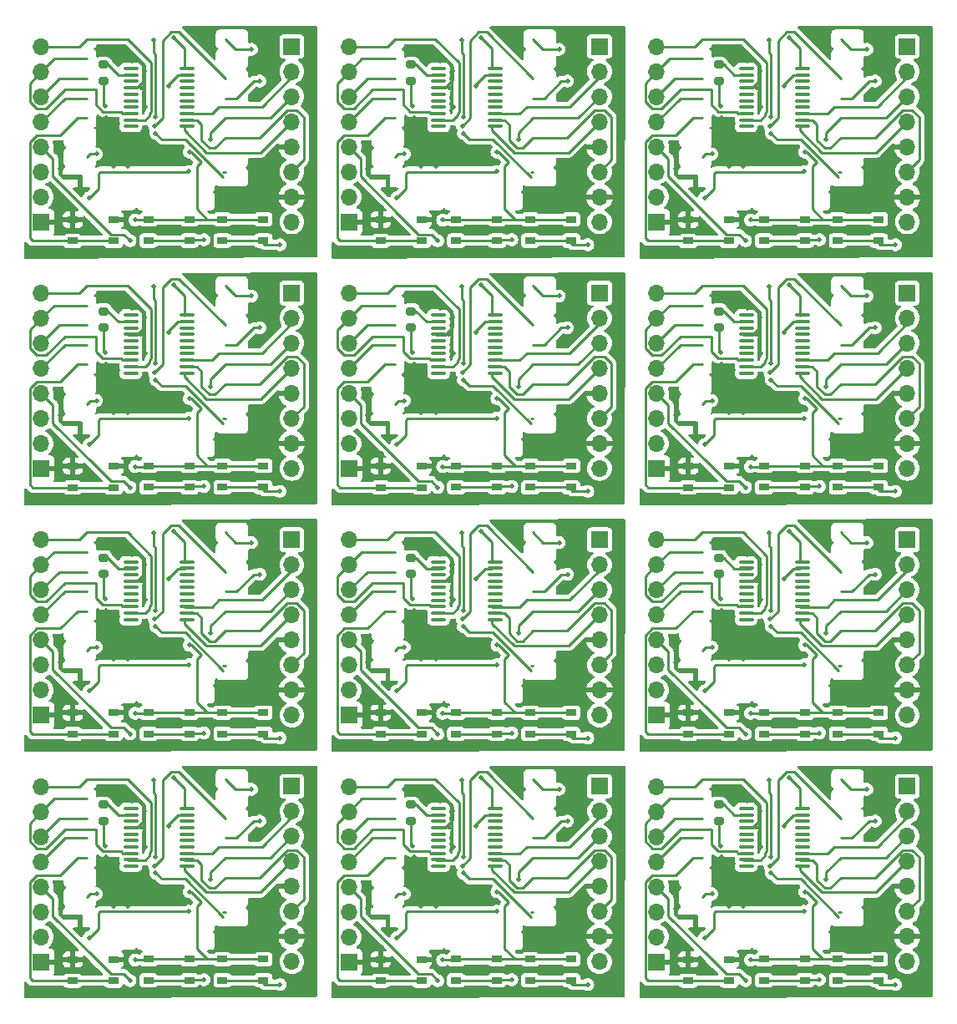
<source format=gbl>
G04 #@! TF.GenerationSoftware,KiCad,Pcbnew,7.0.7*
G04 #@! TF.CreationDate,2024-02-13T21:43:46-05:00*
G04 #@! TF.ProjectId,panelized,70616e65-6c69-47a6-9564-2e6b69636164,rev?*
G04 #@! TF.SameCoordinates,Original*
G04 #@! TF.FileFunction,Copper,L2,Bot*
G04 #@! TF.FilePolarity,Positive*
%FSLAX46Y46*%
G04 Gerber Fmt 4.6, Leading zero omitted, Abs format (unit mm)*
G04 Created by KiCad (PCBNEW 7.0.7) date 2024-02-13 21:43:46*
%MOMM*%
%LPD*%
G01*
G04 APERTURE LIST*
G04 Aperture macros list*
%AMRoundRect*
0 Rectangle with rounded corners*
0 $1 Rounding radius*
0 $2 $3 $4 $5 $6 $7 $8 $9 X,Y pos of 4 corners*
0 Add a 4 corners polygon primitive as box body*
4,1,4,$2,$3,$4,$5,$6,$7,$8,$9,$2,$3,0*
0 Add four circle primitives for the rounded corners*
1,1,$1+$1,$2,$3*
1,1,$1+$1,$4,$5*
1,1,$1+$1,$6,$7*
1,1,$1+$1,$8,$9*
0 Add four rect primitives between the rounded corners*
20,1,$1+$1,$2,$3,$4,$5,0*
20,1,$1+$1,$4,$5,$6,$7,0*
20,1,$1+$1,$6,$7,$8,$9,0*
20,1,$1+$1,$8,$9,$2,$3,0*%
G04 Aperture macros list end*
G04 #@! TA.AperFunction,SMDPad,CuDef*
%ADD10R,1.050000X0.650000*%
G04 #@! TD*
G04 #@! TA.AperFunction,SMDPad,CuDef*
%ADD11RoundRect,0.200000X0.275000X-0.200000X0.275000X0.200000X-0.275000X0.200000X-0.275000X-0.200000X0*%
G04 #@! TD*
G04 #@! TA.AperFunction,SMDPad,CuDef*
%ADD12RoundRect,0.100000X-0.637500X-0.100000X0.637500X-0.100000X0.637500X0.100000X-0.637500X0.100000X0*%
G04 #@! TD*
G04 #@! TA.AperFunction,ComponentPad*
%ADD13R,1.700000X1.700000*%
G04 #@! TD*
G04 #@! TA.AperFunction,ComponentPad*
%ADD14O,1.700000X1.700000*%
G04 #@! TD*
G04 #@! TA.AperFunction,ViaPad*
%ADD15C,0.500000*%
G04 #@! TD*
G04 #@! TA.AperFunction,Conductor*
%ADD16C,0.250000*%
G04 #@! TD*
G04 APERTURE END LIST*
D10*
X122419086Y-64675000D03*
X126569086Y-64675000D03*
X122419086Y-62525000D03*
X126569086Y-62525000D03*
X177319086Y-64675000D03*
X181469086Y-64675000D03*
X177319086Y-62525000D03*
X181469086Y-62525000D03*
D11*
X110344086Y-98500000D03*
X110344086Y-96850000D03*
D10*
X111394086Y-137550000D03*
X107244086Y-137550000D03*
X111394086Y-139700000D03*
X107244086Y-139700000D03*
X114919086Y-89675000D03*
X119069086Y-89675000D03*
X114919086Y-87525000D03*
X119069086Y-87525000D03*
D12*
X113119086Y-53100000D03*
X113119086Y-52450000D03*
X113119086Y-51800000D03*
X113119086Y-51150000D03*
X113119086Y-50500000D03*
X113119086Y-49850000D03*
X113119086Y-49200000D03*
X113119086Y-48550000D03*
X113119086Y-47900000D03*
X113119086Y-47250000D03*
X118844086Y-47250000D03*
X118844086Y-47900000D03*
X118844086Y-48550000D03*
X118844086Y-49200000D03*
X118844086Y-49850000D03*
X118844086Y-50500000D03*
X118844086Y-51150000D03*
X118844086Y-51800000D03*
X118844086Y-52450000D03*
X118844086Y-53100000D03*
D10*
X111394086Y-62550000D03*
X107244086Y-62550000D03*
X111394086Y-64700000D03*
X107244086Y-64700000D03*
D12*
X144319086Y-53100000D03*
X144319086Y-52450000D03*
X144319086Y-51800000D03*
X144319086Y-51150000D03*
X144319086Y-50500000D03*
X144319086Y-49850000D03*
X144319086Y-49200000D03*
X144319086Y-48550000D03*
X144319086Y-47900000D03*
X144319086Y-47250000D03*
X150044086Y-47250000D03*
X150044086Y-47900000D03*
X150044086Y-48550000D03*
X150044086Y-49200000D03*
X150044086Y-49850000D03*
X150044086Y-50500000D03*
X150044086Y-51150000D03*
X150044086Y-51800000D03*
X150044086Y-52450000D03*
X150044086Y-53100000D03*
D11*
X110344086Y-73500000D03*
X110344086Y-71850000D03*
D12*
X144319086Y-128100000D03*
X144319086Y-127450000D03*
X144319086Y-126800000D03*
X144319086Y-126150000D03*
X144319086Y-125500000D03*
X144319086Y-124850000D03*
X144319086Y-124200000D03*
X144319086Y-123550000D03*
X144319086Y-122900000D03*
X144319086Y-122250000D03*
X150044086Y-122250000D03*
X150044086Y-122900000D03*
X150044086Y-123550000D03*
X150044086Y-124200000D03*
X150044086Y-124850000D03*
X150044086Y-125500000D03*
X150044086Y-126150000D03*
X150044086Y-126800000D03*
X150044086Y-127450000D03*
X150044086Y-128100000D03*
D10*
X153619086Y-114675000D03*
X157769086Y-114675000D03*
X153619086Y-112525000D03*
X157769086Y-112525000D03*
X142594086Y-87550000D03*
X138444086Y-87550000D03*
X142594086Y-89700000D03*
X138444086Y-89700000D03*
D12*
X113119086Y-103100000D03*
X113119086Y-102450000D03*
X113119086Y-101800000D03*
X113119086Y-101150000D03*
X113119086Y-100500000D03*
X113119086Y-99850000D03*
X113119086Y-99200000D03*
X113119086Y-98550000D03*
X113119086Y-97900000D03*
X113119086Y-97250000D03*
X118844086Y-97250000D03*
X118844086Y-97900000D03*
X118844086Y-98550000D03*
X118844086Y-99200000D03*
X118844086Y-99850000D03*
X118844086Y-100500000D03*
X118844086Y-101150000D03*
X118844086Y-101800000D03*
X118844086Y-102450000D03*
X118844086Y-103100000D03*
D10*
X184819086Y-114675000D03*
X188969086Y-114675000D03*
X184819086Y-112525000D03*
X188969086Y-112525000D03*
X122419086Y-89675000D03*
X126569086Y-89675000D03*
X122419086Y-87525000D03*
X126569086Y-87525000D03*
D12*
X175519086Y-103100000D03*
X175519086Y-102450000D03*
X175519086Y-101800000D03*
X175519086Y-101150000D03*
X175519086Y-100500000D03*
X175519086Y-99850000D03*
X175519086Y-99200000D03*
X175519086Y-98550000D03*
X175519086Y-97900000D03*
X175519086Y-97250000D03*
X181244086Y-97250000D03*
X181244086Y-97900000D03*
X181244086Y-98550000D03*
X181244086Y-99200000D03*
X181244086Y-99850000D03*
X181244086Y-100500000D03*
X181244086Y-101150000D03*
X181244086Y-101800000D03*
X181244086Y-102450000D03*
X181244086Y-103100000D03*
X175519086Y-53100000D03*
X175519086Y-52450000D03*
X175519086Y-51800000D03*
X175519086Y-51150000D03*
X175519086Y-50500000D03*
X175519086Y-49850000D03*
X175519086Y-49200000D03*
X175519086Y-48550000D03*
X175519086Y-47900000D03*
X175519086Y-47250000D03*
X181244086Y-47250000D03*
X181244086Y-47900000D03*
X181244086Y-48550000D03*
X181244086Y-49200000D03*
X181244086Y-49850000D03*
X181244086Y-50500000D03*
X181244086Y-51150000D03*
X181244086Y-51800000D03*
X181244086Y-52450000D03*
X181244086Y-53100000D03*
D10*
X173794086Y-112550000D03*
X169644086Y-112550000D03*
X173794086Y-114700000D03*
X169644086Y-114700000D03*
X153619086Y-89675000D03*
X157769086Y-89675000D03*
X153619086Y-87525000D03*
X157769086Y-87525000D03*
D11*
X172744086Y-73500000D03*
X172744086Y-71850000D03*
D10*
X146119086Y-114675000D03*
X150269086Y-114675000D03*
X146119086Y-112525000D03*
X150269086Y-112525000D03*
X122419086Y-114675000D03*
X126569086Y-114675000D03*
X122419086Y-112525000D03*
X126569086Y-112525000D03*
X111394086Y-87550000D03*
X107244086Y-87550000D03*
X111394086Y-89700000D03*
X107244086Y-89700000D03*
X146119086Y-139675000D03*
X150269086Y-139675000D03*
X146119086Y-137525000D03*
X150269086Y-137525000D03*
X153619086Y-139675000D03*
X157769086Y-139675000D03*
X153619086Y-137525000D03*
X157769086Y-137525000D03*
X173794086Y-87550000D03*
X169644086Y-87550000D03*
X173794086Y-89700000D03*
X169644086Y-89700000D03*
X177319086Y-114675000D03*
X181469086Y-114675000D03*
X177319086Y-112525000D03*
X181469086Y-112525000D03*
X142594086Y-137550000D03*
X138444086Y-137550000D03*
X142594086Y-139700000D03*
X138444086Y-139700000D03*
X114919086Y-114675000D03*
X119069086Y-114675000D03*
X114919086Y-112525000D03*
X119069086Y-112525000D03*
X177319086Y-139675000D03*
X181469086Y-139675000D03*
X177319086Y-137525000D03*
X181469086Y-137525000D03*
D11*
X141544086Y-123500000D03*
X141544086Y-121850000D03*
D10*
X184819086Y-139675000D03*
X188969086Y-139675000D03*
X184819086Y-137525000D03*
X188969086Y-137525000D03*
X184819086Y-89675000D03*
X188969086Y-89675000D03*
X184819086Y-87525000D03*
X188969086Y-87525000D03*
X146119086Y-64675000D03*
X150269086Y-64675000D03*
X146119086Y-62525000D03*
X150269086Y-62525000D03*
X114919086Y-64675000D03*
X119069086Y-64675000D03*
X114919086Y-62525000D03*
X119069086Y-62525000D03*
D11*
X172744086Y-48500000D03*
X172744086Y-46850000D03*
D12*
X175519086Y-128100000D03*
X175519086Y-127450000D03*
X175519086Y-126800000D03*
X175519086Y-126150000D03*
X175519086Y-125500000D03*
X175519086Y-124850000D03*
X175519086Y-124200000D03*
X175519086Y-123550000D03*
X175519086Y-122900000D03*
X175519086Y-122250000D03*
X181244086Y-122250000D03*
X181244086Y-122900000D03*
X181244086Y-123550000D03*
X181244086Y-124200000D03*
X181244086Y-124850000D03*
X181244086Y-125500000D03*
X181244086Y-126150000D03*
X181244086Y-126800000D03*
X181244086Y-127450000D03*
X181244086Y-128100000D03*
D11*
X141544086Y-48500000D03*
X141544086Y-46850000D03*
D10*
X184819086Y-64675000D03*
X188969086Y-64675000D03*
X184819086Y-62525000D03*
X188969086Y-62525000D03*
D12*
X144319086Y-103100000D03*
X144319086Y-102450000D03*
X144319086Y-101800000D03*
X144319086Y-101150000D03*
X144319086Y-100500000D03*
X144319086Y-99850000D03*
X144319086Y-99200000D03*
X144319086Y-98550000D03*
X144319086Y-97900000D03*
X144319086Y-97250000D03*
X150044086Y-97250000D03*
X150044086Y-97900000D03*
X150044086Y-98550000D03*
X150044086Y-99200000D03*
X150044086Y-99850000D03*
X150044086Y-100500000D03*
X150044086Y-101150000D03*
X150044086Y-101800000D03*
X150044086Y-102450000D03*
X150044086Y-103100000D03*
D11*
X110344086Y-123500000D03*
X110344086Y-121850000D03*
X110344086Y-48500000D03*
X110344086Y-46850000D03*
X172744086Y-98500000D03*
X172744086Y-96850000D03*
D10*
X114919086Y-139675000D03*
X119069086Y-139675000D03*
X114919086Y-137525000D03*
X119069086Y-137525000D03*
X173794086Y-62550000D03*
X169644086Y-62550000D03*
X173794086Y-64700000D03*
X169644086Y-64700000D03*
X177319086Y-89675000D03*
X181469086Y-89675000D03*
X177319086Y-87525000D03*
X181469086Y-87525000D03*
X111394086Y-112550000D03*
X107244086Y-112550000D03*
X111394086Y-114700000D03*
X107244086Y-114700000D03*
X142594086Y-112550000D03*
X138444086Y-112550000D03*
X142594086Y-114700000D03*
X138444086Y-114700000D03*
X153619086Y-64675000D03*
X157769086Y-64675000D03*
X153619086Y-62525000D03*
X157769086Y-62525000D03*
X142594086Y-62550000D03*
X138444086Y-62550000D03*
X142594086Y-64700000D03*
X138444086Y-64700000D03*
D11*
X141544086Y-98500000D03*
X141544086Y-96850000D03*
D12*
X113119086Y-78100000D03*
X113119086Y-77450000D03*
X113119086Y-76800000D03*
X113119086Y-76150000D03*
X113119086Y-75500000D03*
X113119086Y-74850000D03*
X113119086Y-74200000D03*
X113119086Y-73550000D03*
X113119086Y-72900000D03*
X113119086Y-72250000D03*
X118844086Y-72250000D03*
X118844086Y-72900000D03*
X118844086Y-73550000D03*
X118844086Y-74200000D03*
X118844086Y-74850000D03*
X118844086Y-75500000D03*
X118844086Y-76150000D03*
X118844086Y-76800000D03*
X118844086Y-77450000D03*
X118844086Y-78100000D03*
D10*
X173794086Y-137550000D03*
X169644086Y-137550000D03*
X173794086Y-139700000D03*
X169644086Y-139700000D03*
X122419086Y-139675000D03*
X126569086Y-139675000D03*
X122419086Y-137525000D03*
X126569086Y-137525000D03*
X146119086Y-89675000D03*
X150269086Y-89675000D03*
X146119086Y-87525000D03*
X150269086Y-87525000D03*
D12*
X113119086Y-128100000D03*
X113119086Y-127450000D03*
X113119086Y-126800000D03*
X113119086Y-126150000D03*
X113119086Y-125500000D03*
X113119086Y-124850000D03*
X113119086Y-124200000D03*
X113119086Y-123550000D03*
X113119086Y-122900000D03*
X113119086Y-122250000D03*
X118844086Y-122250000D03*
X118844086Y-122900000D03*
X118844086Y-123550000D03*
X118844086Y-124200000D03*
X118844086Y-124850000D03*
X118844086Y-125500000D03*
X118844086Y-126150000D03*
X118844086Y-126800000D03*
X118844086Y-127450000D03*
X118844086Y-128100000D03*
X144319086Y-78100000D03*
X144319086Y-77450000D03*
X144319086Y-76800000D03*
X144319086Y-76150000D03*
X144319086Y-75500000D03*
X144319086Y-74850000D03*
X144319086Y-74200000D03*
X144319086Y-73550000D03*
X144319086Y-72900000D03*
X144319086Y-72250000D03*
X150044086Y-72250000D03*
X150044086Y-72900000D03*
X150044086Y-73550000D03*
X150044086Y-74200000D03*
X150044086Y-74850000D03*
X150044086Y-75500000D03*
X150044086Y-76150000D03*
X150044086Y-76800000D03*
X150044086Y-77450000D03*
X150044086Y-78100000D03*
X175519086Y-78100000D03*
X175519086Y-77450000D03*
X175519086Y-76800000D03*
X175519086Y-76150000D03*
X175519086Y-75500000D03*
X175519086Y-74850000D03*
X175519086Y-74200000D03*
X175519086Y-73550000D03*
X175519086Y-72900000D03*
X175519086Y-72250000D03*
X181244086Y-72250000D03*
X181244086Y-72900000D03*
X181244086Y-73550000D03*
X181244086Y-74200000D03*
X181244086Y-74850000D03*
X181244086Y-75500000D03*
X181244086Y-76150000D03*
X181244086Y-76800000D03*
X181244086Y-77450000D03*
X181244086Y-78100000D03*
D11*
X141544086Y-73500000D03*
X141544086Y-71850000D03*
X172744086Y-123500000D03*
X172744086Y-121850000D03*
D13*
X160644086Y-95000000D03*
D14*
X160644086Y-97540000D03*
X160644086Y-100080000D03*
X160644086Y-102620000D03*
X160644086Y-105160000D03*
X160644086Y-107700000D03*
X160644086Y-110240000D03*
X160644086Y-112780000D03*
D13*
X191844086Y-70000000D03*
D14*
X191844086Y-72540000D03*
X191844086Y-75080000D03*
X191844086Y-77620000D03*
X191844086Y-80160000D03*
X191844086Y-82700000D03*
X191844086Y-85240000D03*
X191844086Y-87780000D03*
D13*
X191844086Y-120000000D03*
D14*
X191844086Y-122540000D03*
X191844086Y-125080000D03*
X191844086Y-127620000D03*
X191844086Y-130160000D03*
X191844086Y-132700000D03*
X191844086Y-135240000D03*
X191844086Y-137780000D03*
D13*
X135244086Y-62800000D03*
D14*
X135244086Y-60260000D03*
X135244086Y-57720000D03*
X135244086Y-55180000D03*
X135244086Y-52640000D03*
X135244086Y-50100000D03*
X135244086Y-47560000D03*
X135244086Y-45020000D03*
D13*
X166444086Y-62800000D03*
D14*
X166444086Y-60260000D03*
X166444086Y-57720000D03*
X166444086Y-55180000D03*
X166444086Y-52640000D03*
X166444086Y-50100000D03*
X166444086Y-47560000D03*
X166444086Y-45020000D03*
D13*
X191844086Y-45000000D03*
D14*
X191844086Y-47540000D03*
X191844086Y-50080000D03*
X191844086Y-52620000D03*
X191844086Y-55160000D03*
X191844086Y-57700000D03*
X191844086Y-60240000D03*
X191844086Y-62780000D03*
D13*
X166444086Y-87800000D03*
D14*
X166444086Y-85260000D03*
X166444086Y-82720000D03*
X166444086Y-80180000D03*
X166444086Y-77640000D03*
X166444086Y-75100000D03*
X166444086Y-72560000D03*
X166444086Y-70020000D03*
D13*
X129444086Y-95000000D03*
D14*
X129444086Y-97540000D03*
X129444086Y-100080000D03*
X129444086Y-102620000D03*
X129444086Y-105160000D03*
X129444086Y-107700000D03*
X129444086Y-110240000D03*
X129444086Y-112780000D03*
D13*
X104044086Y-112800000D03*
D14*
X104044086Y-110260000D03*
X104044086Y-107720000D03*
X104044086Y-105180000D03*
X104044086Y-102640000D03*
X104044086Y-100100000D03*
X104044086Y-97560000D03*
X104044086Y-95020000D03*
D13*
X135244086Y-112800000D03*
D14*
X135244086Y-110260000D03*
X135244086Y-107720000D03*
X135244086Y-105180000D03*
X135244086Y-102640000D03*
X135244086Y-100100000D03*
X135244086Y-97560000D03*
X135244086Y-95020000D03*
D13*
X104044086Y-87800000D03*
D14*
X104044086Y-85260000D03*
X104044086Y-82720000D03*
X104044086Y-80180000D03*
X104044086Y-77640000D03*
X104044086Y-75100000D03*
X104044086Y-72560000D03*
X104044086Y-70020000D03*
D13*
X160644086Y-70000000D03*
D14*
X160644086Y-72540000D03*
X160644086Y-75080000D03*
X160644086Y-77620000D03*
X160644086Y-80160000D03*
X160644086Y-82700000D03*
X160644086Y-85240000D03*
X160644086Y-87780000D03*
D13*
X129444086Y-70000000D03*
D14*
X129444086Y-72540000D03*
X129444086Y-75080000D03*
X129444086Y-77620000D03*
X129444086Y-80160000D03*
X129444086Y-82700000D03*
X129444086Y-85240000D03*
X129444086Y-87780000D03*
D13*
X191844086Y-95000000D03*
D14*
X191844086Y-97540000D03*
X191844086Y-100080000D03*
X191844086Y-102620000D03*
X191844086Y-105160000D03*
X191844086Y-107700000D03*
X191844086Y-110240000D03*
X191844086Y-112780000D03*
D13*
X104044086Y-62800000D03*
D14*
X104044086Y-60260000D03*
X104044086Y-57720000D03*
X104044086Y-55180000D03*
X104044086Y-52640000D03*
X104044086Y-50100000D03*
X104044086Y-47560000D03*
X104044086Y-45020000D03*
D13*
X104044086Y-137800000D03*
D14*
X104044086Y-135260000D03*
X104044086Y-132720000D03*
X104044086Y-130180000D03*
X104044086Y-127640000D03*
X104044086Y-125100000D03*
X104044086Y-122560000D03*
X104044086Y-120020000D03*
D13*
X166444086Y-137800000D03*
D14*
X166444086Y-135260000D03*
X166444086Y-132720000D03*
X166444086Y-130180000D03*
X166444086Y-127640000D03*
X166444086Y-125100000D03*
X166444086Y-122560000D03*
X166444086Y-120020000D03*
D13*
X160644086Y-45000000D03*
D14*
X160644086Y-47540000D03*
X160644086Y-50080000D03*
X160644086Y-52620000D03*
X160644086Y-55160000D03*
X160644086Y-57700000D03*
X160644086Y-60240000D03*
X160644086Y-62780000D03*
D13*
X135244086Y-87800000D03*
D14*
X135244086Y-85260000D03*
X135244086Y-82720000D03*
X135244086Y-80180000D03*
X135244086Y-77640000D03*
X135244086Y-75100000D03*
X135244086Y-72560000D03*
X135244086Y-70020000D03*
D13*
X135244086Y-137800000D03*
D14*
X135244086Y-135260000D03*
X135244086Y-132720000D03*
X135244086Y-130180000D03*
X135244086Y-127640000D03*
X135244086Y-125100000D03*
X135244086Y-122560000D03*
X135244086Y-120020000D03*
D13*
X166444086Y-112800000D03*
D14*
X166444086Y-110260000D03*
X166444086Y-107720000D03*
X166444086Y-105180000D03*
X166444086Y-102640000D03*
X166444086Y-100100000D03*
X166444086Y-97560000D03*
X166444086Y-95020000D03*
D13*
X160644086Y-120000000D03*
D14*
X160644086Y-122540000D03*
X160644086Y-125080000D03*
X160644086Y-127620000D03*
X160644086Y-130160000D03*
X160644086Y-132700000D03*
X160644086Y-135240000D03*
X160644086Y-137780000D03*
D13*
X129444086Y-120000000D03*
D14*
X129444086Y-122540000D03*
X129444086Y-125080000D03*
X129444086Y-127620000D03*
X129444086Y-130160000D03*
X129444086Y-132700000D03*
X129444086Y-135240000D03*
X129444086Y-137780000D03*
D13*
X129444086Y-45000000D03*
D14*
X129444086Y-47540000D03*
X129444086Y-50080000D03*
X129444086Y-52620000D03*
X129444086Y-55160000D03*
X129444086Y-57700000D03*
X129444086Y-60240000D03*
X129444086Y-62780000D03*
D15*
X178010776Y-127166690D03*
X177844086Y-119350000D03*
X182944086Y-139600000D03*
X190644086Y-140100000D03*
X179844086Y-119125000D03*
X179344086Y-124000000D03*
X181409418Y-132674500D03*
X171294086Y-135350000D03*
X178044086Y-128800000D03*
X187744086Y-120300000D03*
X181444086Y-130700000D03*
X181469086Y-137525000D03*
X175944086Y-137600000D03*
X189844086Y-119100000D03*
X184144086Y-134800000D03*
X168344086Y-132400000D03*
X169744086Y-136300000D03*
X165844086Y-140500000D03*
X176993222Y-126125225D03*
X175644086Y-121500000D03*
X176944086Y-122500000D03*
X173044086Y-127200000D03*
X188044086Y-132900000D03*
X173744086Y-132125500D03*
X175244086Y-132125500D03*
X193344086Y-140400000D03*
X177935573Y-128054359D03*
X188594086Y-123512500D03*
X183618517Y-129474500D03*
X172044086Y-130900000D03*
X172889664Y-126024500D03*
X175444086Y-139700000D03*
X146644086Y-119350000D03*
X146810776Y-127166690D03*
X151744086Y-139600000D03*
X159444086Y-140100000D03*
X148644086Y-119125000D03*
X148144086Y-124000000D03*
X140094086Y-135350000D03*
X150209418Y-132674500D03*
X146844086Y-128800000D03*
X156544086Y-120300000D03*
X150269086Y-137525000D03*
X144744086Y-137600000D03*
X150244086Y-130700000D03*
X156844086Y-132900000D03*
X138544086Y-136300000D03*
X141844086Y-127200000D03*
X142544086Y-132125500D03*
X158644086Y-119100000D03*
X134644086Y-140500000D03*
X145744086Y-122500000D03*
X162144086Y-140400000D03*
X144044086Y-132125500D03*
X152944086Y-134800000D03*
X144444086Y-121500000D03*
X145793222Y-126125225D03*
X137144086Y-132400000D03*
X146735573Y-128054359D03*
X157394086Y-123512500D03*
X152418517Y-129474500D03*
X140844086Y-130900000D03*
X141689664Y-126024500D03*
X144244086Y-139700000D03*
X115610776Y-127166690D03*
X115444086Y-119350000D03*
X120544086Y-139600000D03*
X128244086Y-140100000D03*
X117444086Y-119125000D03*
X116944086Y-124000000D03*
X108894086Y-135350000D03*
X119009418Y-132674500D03*
X115644086Y-128800000D03*
X125344086Y-120300000D03*
X113544086Y-137600000D03*
X119069086Y-137525000D03*
X119044086Y-130700000D03*
X113244086Y-121500000D03*
X121744086Y-134800000D03*
X112844086Y-132125500D03*
X110644086Y-127200000D03*
X111344086Y-132125500D03*
X114544086Y-122500000D03*
X105944086Y-132400000D03*
X127444086Y-119100000D03*
X130944086Y-140400000D03*
X103444086Y-140500000D03*
X114593222Y-126125225D03*
X125644086Y-132900000D03*
X107344086Y-136300000D03*
X115535573Y-128054359D03*
X126194086Y-123512500D03*
X121218517Y-129474500D03*
X109644086Y-130900000D03*
X113044086Y-139700000D03*
X110489664Y-126024500D03*
X178010776Y-102166690D03*
X177844086Y-94350000D03*
X182944086Y-114600000D03*
X190644086Y-115100000D03*
X179844086Y-94125000D03*
X179344086Y-99000000D03*
X171294086Y-110350000D03*
X181409418Y-107674500D03*
X178044086Y-103800000D03*
X187744086Y-95300000D03*
X181469086Y-112525000D03*
X181444086Y-105700000D03*
X175944086Y-112600000D03*
X168344086Y-107400000D03*
X176944086Y-97500000D03*
X175244086Y-107125500D03*
X173044086Y-102200000D03*
X189844086Y-94100000D03*
X173744086Y-107125500D03*
X175644086Y-96500000D03*
X165844086Y-115500000D03*
X184144086Y-109800000D03*
X188044086Y-107900000D03*
X176993222Y-101125225D03*
X169744086Y-111300000D03*
X193344086Y-115400000D03*
X177935573Y-103054359D03*
X188594086Y-98512500D03*
X183618517Y-104474500D03*
X172044086Y-105900000D03*
X175444086Y-114700000D03*
X172889664Y-101024500D03*
X146644086Y-94350000D03*
X146810776Y-102166690D03*
X151744086Y-114600000D03*
X159444086Y-115100000D03*
X148644086Y-94125000D03*
X148144086Y-99000000D03*
X140094086Y-110350000D03*
X150209418Y-107674500D03*
X146844086Y-103800000D03*
X156544086Y-95300000D03*
X150244086Y-105700000D03*
X144744086Y-112600000D03*
X150269086Y-112525000D03*
X142544086Y-107125500D03*
X138544086Y-111300000D03*
X162144086Y-115400000D03*
X145793222Y-101125225D03*
X144044086Y-107125500D03*
X152944086Y-109800000D03*
X156844086Y-107900000D03*
X134644086Y-115500000D03*
X144444086Y-96500000D03*
X137144086Y-107400000D03*
X158644086Y-94100000D03*
X145744086Y-97500000D03*
X141844086Y-102200000D03*
X146735573Y-103054359D03*
X157394086Y-98512500D03*
X152418517Y-104474500D03*
X140844086Y-105900000D03*
X144244086Y-114700000D03*
X141689664Y-101024500D03*
X115444086Y-94350000D03*
X115610776Y-102166690D03*
X120544086Y-114600000D03*
X128244086Y-115100000D03*
X117444086Y-94125000D03*
X116944086Y-99000000D03*
X108894086Y-110350000D03*
X119009418Y-107674500D03*
X115644086Y-103800000D03*
X125344086Y-95300000D03*
X119044086Y-105700000D03*
X119069086Y-112525000D03*
X113544086Y-112600000D03*
X125644086Y-107900000D03*
X110644086Y-102200000D03*
X107344086Y-111300000D03*
X121744086Y-109800000D03*
X127444086Y-94100000D03*
X113244086Y-96500000D03*
X103444086Y-115500000D03*
X105944086Y-107400000D03*
X112844086Y-107125500D03*
X130944086Y-115400000D03*
X111344086Y-107125500D03*
X114544086Y-97500000D03*
X114593222Y-101125225D03*
X115535573Y-103054359D03*
X126194086Y-98512500D03*
X121218517Y-104474500D03*
X109644086Y-105900000D03*
X110489664Y-101024500D03*
X113044086Y-114700000D03*
X177844086Y-69350000D03*
X178010776Y-77166690D03*
X182944086Y-89600000D03*
X190644086Y-90100000D03*
X179844086Y-69125000D03*
X179344086Y-74000000D03*
X171294086Y-85350000D03*
X181409418Y-82674500D03*
X178044086Y-78800000D03*
X187744086Y-70300000D03*
X181469086Y-87525000D03*
X175944086Y-87600000D03*
X181444086Y-80700000D03*
X175644086Y-71500000D03*
X193344086Y-90400000D03*
X173044086Y-77200000D03*
X173744086Y-82125500D03*
X189844086Y-69100000D03*
X168344086Y-82400000D03*
X176944086Y-72500000D03*
X184144086Y-84800000D03*
X165844086Y-90500000D03*
X188044086Y-82900000D03*
X176993222Y-76125225D03*
X175244086Y-82125500D03*
X169744086Y-86300000D03*
X177935573Y-78054359D03*
X188594086Y-73512500D03*
X183618517Y-79474500D03*
X172044086Y-80900000D03*
X175444086Y-89700000D03*
X172889664Y-76024500D03*
X146810776Y-77166690D03*
X146644086Y-69350000D03*
X151744086Y-89600000D03*
X159444086Y-90100000D03*
X148644086Y-69125000D03*
X148144086Y-74000000D03*
X150209418Y-82674500D03*
X140094086Y-85350000D03*
X146844086Y-78800000D03*
X156544086Y-70300000D03*
X150244086Y-80700000D03*
X150269086Y-87525000D03*
X144744086Y-87600000D03*
X137144086Y-82400000D03*
X142544086Y-82125500D03*
X162144086Y-90400000D03*
X134644086Y-90500000D03*
X144044086Y-82125500D03*
X145744086Y-72500000D03*
X158644086Y-69100000D03*
X138544086Y-86300000D03*
X145793222Y-76125225D03*
X156844086Y-82900000D03*
X144444086Y-71500000D03*
X152944086Y-84800000D03*
X141844086Y-77200000D03*
X146735573Y-78054359D03*
X157394086Y-73512500D03*
X152418517Y-79474500D03*
X140844086Y-80900000D03*
X144244086Y-89700000D03*
X141689664Y-76024500D03*
X115444086Y-69350000D03*
X115610776Y-77166690D03*
X120544086Y-89600000D03*
X128244086Y-90100000D03*
X117444086Y-69125000D03*
X116944086Y-74000000D03*
X119009418Y-82674500D03*
X108894086Y-85350000D03*
X115644086Y-78800000D03*
X125344086Y-70300000D03*
X113544086Y-87600000D03*
X119044086Y-80700000D03*
X119069086Y-87525000D03*
X110644086Y-77200000D03*
X125644086Y-82900000D03*
X112844086Y-82125500D03*
X111344086Y-82125500D03*
X130944086Y-90400000D03*
X107344086Y-86300000D03*
X114593222Y-76125225D03*
X113244086Y-71500000D03*
X114544086Y-72500000D03*
X103444086Y-90500000D03*
X121744086Y-84800000D03*
X127444086Y-69100000D03*
X105944086Y-82400000D03*
X115535573Y-78054359D03*
X126194086Y-73512500D03*
X121218517Y-79474500D03*
X109644086Y-80900000D03*
X113044086Y-89700000D03*
X110489664Y-76024500D03*
X177844086Y-44350000D03*
X178010776Y-52166690D03*
X182944086Y-64600000D03*
X190644086Y-65100000D03*
X179844086Y-44125000D03*
X179344086Y-49000000D03*
X181409418Y-57674500D03*
X171294086Y-60350000D03*
X178044086Y-53800000D03*
X187744086Y-45300000D03*
X175944086Y-62600000D03*
X181469086Y-62525000D03*
X181444086Y-55700000D03*
X188044086Y-57900000D03*
X175644086Y-46500000D03*
X184144086Y-59800000D03*
X176993222Y-51125225D03*
X193344086Y-65400000D03*
X165844086Y-65500000D03*
X176944086Y-47500000D03*
X169744086Y-61300000D03*
X189844086Y-44100000D03*
X168344086Y-57400000D03*
X173744086Y-57125500D03*
X175244086Y-57125500D03*
X173044086Y-52200000D03*
X177935573Y-53054359D03*
X188594086Y-48512500D03*
X183618517Y-54474500D03*
X172044086Y-55900000D03*
X175444086Y-64700000D03*
X172889664Y-51024500D03*
X146810776Y-52166690D03*
X146644086Y-44350000D03*
X151744086Y-64600000D03*
X159444086Y-65100000D03*
X148644086Y-44125000D03*
X148144086Y-49000000D03*
X140094086Y-60350000D03*
X150209418Y-57674500D03*
X146844086Y-53800000D03*
X156544086Y-45300000D03*
X150244086Y-55700000D03*
X144744086Y-62600000D03*
X150269086Y-62525000D03*
X145793222Y-51125225D03*
X134644086Y-65500000D03*
X158644086Y-44100000D03*
X144444086Y-46500000D03*
X156844086Y-57900000D03*
X138544086Y-61300000D03*
X145744086Y-47500000D03*
X141844086Y-52200000D03*
X162144086Y-65400000D03*
X152944086Y-59800000D03*
X137144086Y-57400000D03*
X144044086Y-57125500D03*
X142544086Y-57125500D03*
X146735573Y-53054359D03*
X157394086Y-48512500D03*
X152418517Y-54474500D03*
X140844086Y-55900000D03*
X141689664Y-51024500D03*
X144244086Y-64700000D03*
X115610776Y-52166690D03*
X115444086Y-44350000D03*
X120544086Y-64600000D03*
X128244086Y-65100000D03*
X117444086Y-44125000D03*
X116944086Y-49000000D03*
X108894086Y-60350000D03*
X119009418Y-57674500D03*
X115644086Y-53800000D03*
X125344086Y-45300000D03*
X113544086Y-62600000D03*
X119069086Y-62525000D03*
X119044086Y-55700000D03*
X107344086Y-61300000D03*
X114544086Y-47500000D03*
X121744086Y-59800000D03*
X111344086Y-57125500D03*
X130944086Y-65400000D03*
X113244086Y-46500000D03*
X125644086Y-57900000D03*
X105944086Y-57400000D03*
X114593222Y-51125225D03*
X127444086Y-44100000D03*
X110644086Y-52200000D03*
X112844086Y-57125500D03*
X103444086Y-65500000D03*
X115535573Y-53054359D03*
X126194086Y-48512500D03*
X121218517Y-54474500D03*
X109644086Y-55900000D03*
X113044086Y-64700000D03*
X110489664Y-51024500D03*
D16*
X178010776Y-127166690D02*
X178044086Y-127133380D01*
X178044086Y-127133380D02*
X178044086Y-120813173D01*
X178044086Y-120813173D02*
X177844086Y-120613173D01*
X177844086Y-120613173D02*
X177844086Y-119350000D01*
X177435776Y-127008310D02*
X177435776Y-126770137D01*
X177594086Y-121650000D02*
X175194086Y-119250000D01*
X176969086Y-127475000D02*
X177435776Y-127008310D01*
X175194086Y-119250000D02*
X171084086Y-119250000D01*
X177435776Y-126770137D02*
X177594086Y-126611827D01*
X177594086Y-126611827D02*
X177594086Y-121650000D01*
X175231586Y-127475000D02*
X176969086Y-127475000D01*
X170314086Y-120020000D02*
X171084086Y-119250000D01*
X166444086Y-120020000D02*
X170314086Y-120020000D01*
X183759086Y-126825000D02*
X184459086Y-126125000D01*
X191844086Y-123100000D02*
X191844086Y-122540000D01*
X184459086Y-126125000D02*
X188819086Y-126125000D01*
X180956586Y-126825000D02*
X183759086Y-126825000D01*
X188819086Y-126125000D02*
X191844086Y-123100000D01*
X182944086Y-139600000D02*
X181544086Y-139600000D01*
X180956586Y-127475000D02*
X182219086Y-127475000D01*
X192330787Y-126445000D02*
X193044086Y-127158299D01*
X184034086Y-130300000D02*
X185084086Y-129250000D01*
X182219086Y-127475000D02*
X182680482Y-127936396D01*
X181544086Y-139600000D02*
X181469086Y-139675000D01*
X188552385Y-129250000D02*
X191357385Y-126445000D01*
X177319086Y-139675000D02*
X181469086Y-139675000D01*
X183480482Y-130300000D02*
X184034086Y-130300000D01*
X185084086Y-129250000D02*
X188552385Y-129250000D01*
X193044086Y-131500000D02*
X191844086Y-132700000D01*
X191357385Y-126445000D02*
X192330787Y-126445000D01*
X182680482Y-129500000D02*
X183480482Y-130300000D01*
X182680482Y-127936396D02*
X182680482Y-129500000D01*
X193044086Y-127158299D02*
X193044086Y-131500000D01*
X190644086Y-140100000D02*
X189094086Y-140100000D01*
X185084086Y-130750000D02*
X188214086Y-130750000D01*
X180956586Y-128512500D02*
X183194086Y-130750000D01*
X188214086Y-130750000D02*
X188714086Y-130750000D01*
X180956586Y-128125000D02*
X180956586Y-128512500D01*
X188714086Y-130750000D02*
X191844086Y-127620000D01*
X183694086Y-130750000D02*
X185084086Y-130750000D01*
X189094086Y-140100000D02*
X188969086Y-139975000D01*
X188969086Y-139675000D02*
X184819086Y-139675000D01*
X183194086Y-130750000D02*
X183694086Y-130750000D01*
X180956586Y-122275000D02*
X180956586Y-120237500D01*
X168834086Y-125250000D02*
X171084086Y-125250000D01*
X166444086Y-127640000D02*
X168834086Y-125250000D01*
X180956586Y-120237500D02*
X179844086Y-119125000D01*
X168294086Y-123250000D02*
X171084086Y-123250000D01*
X179344086Y-123848959D02*
X180268045Y-122925000D01*
X166444086Y-125100000D02*
X168294086Y-123250000D01*
X179344086Y-124000000D02*
X179344086Y-123848959D01*
X180268045Y-122925000D02*
X180956586Y-122925000D01*
X167754086Y-121250000D02*
X171084086Y-121250000D01*
X165269086Y-125586701D02*
X165269086Y-123735000D01*
X175519086Y-126800000D02*
X174744086Y-126800000D01*
X165957385Y-126275000D02*
X165269086Y-125586701D01*
X174544086Y-126600000D02*
X172651991Y-126600000D01*
X166444086Y-122560000D02*
X167754086Y-121250000D01*
X168830787Y-124375000D02*
X166930787Y-126275000D01*
X165269086Y-123735000D02*
X166444086Y-122560000D01*
X174744086Y-126800000D02*
X174544086Y-126600000D01*
X172651991Y-126600000D02*
X171959086Y-125907095D01*
X171959086Y-124375000D02*
X168830787Y-124375000D01*
X171959086Y-125907095D02*
X171959086Y-124375000D01*
X166930787Y-126275000D02*
X165957385Y-126275000D01*
X181383918Y-132700000D02*
X181409418Y-132674500D01*
X172394086Y-132700000D02*
X181383918Y-132700000D01*
X172219086Y-132875000D02*
X172394086Y-132700000D01*
X172219086Y-134425000D02*
X172219086Y-132875000D01*
X171294086Y-135350000D02*
X172219086Y-134425000D01*
X172744086Y-121850000D02*
X173222944Y-121850000D01*
X173222944Y-121850000D02*
X174297944Y-122925000D01*
X175231586Y-122925000D02*
X175969086Y-122925000D01*
X174297944Y-122925000D02*
X175231586Y-122925000D01*
X184894086Y-132750000D02*
X185084086Y-132750000D01*
X181044086Y-129400000D02*
X184894086Y-133250000D01*
X178644086Y-129400000D02*
X181044086Y-129400000D01*
X178044086Y-128800000D02*
X178644086Y-129400000D01*
X186134086Y-120300000D02*
X185084086Y-119250000D01*
X187744086Y-120300000D02*
X186134086Y-120300000D01*
X170099086Y-127250000D02*
X168344086Y-129005000D01*
X173794086Y-139700000D02*
X169644086Y-139700000D01*
X168344086Y-129005000D02*
X165957385Y-129005000D01*
X165957385Y-129005000D02*
X165269086Y-129693299D01*
X165269086Y-139425000D02*
X165544086Y-139700000D01*
X171084086Y-127250000D02*
X170099086Y-127250000D01*
X165269086Y-129693299D02*
X165269086Y-139425000D01*
X165544086Y-139700000D02*
X169644086Y-139700000D01*
X181444086Y-130700000D02*
X181644086Y-130700000D01*
X183269086Y-137525000D02*
X184819086Y-137525000D01*
X181469086Y-137525000D02*
X184819086Y-137525000D01*
X181644086Y-130700000D02*
X182644086Y-131700000D01*
X181469086Y-137525000D02*
X177319086Y-137525000D01*
X182644086Y-131700000D02*
X182219086Y-132125000D01*
X175944086Y-137600000D02*
X177244086Y-137600000D01*
X182219086Y-136475000D02*
X183269086Y-137525000D01*
X184819086Y-137525000D02*
X188969086Y-137525000D01*
X177244086Y-137600000D02*
X177319086Y-137525000D01*
X182219086Y-132125000D02*
X182219086Y-136475000D01*
X176944086Y-122500000D02*
X176944086Y-122100000D01*
X176182627Y-124225000D02*
X175231586Y-124225000D01*
X176944086Y-122100000D02*
X176344086Y-121500000D01*
X176944086Y-123463541D02*
X176182627Y-124225000D01*
X176944086Y-122500000D02*
X176944086Y-123463541D01*
X176344086Y-121500000D02*
X175644086Y-121500000D01*
X177935573Y-128054359D02*
X178744086Y-127245846D01*
X178744086Y-119411827D02*
X179605913Y-118550000D01*
X180384086Y-118550000D02*
X185084086Y-123250000D01*
X179605913Y-118550000D02*
X180384086Y-118550000D01*
X178744086Y-127245846D02*
X178744086Y-119411827D01*
X187971586Y-123512500D02*
X188594086Y-123512500D01*
X186234086Y-125250000D02*
X187971586Y-123512500D01*
X185084086Y-125250000D02*
X186234086Y-125250000D01*
X191844086Y-125080000D02*
X189674086Y-127250000D01*
X189674086Y-127250000D02*
X185084086Y-127250000D01*
X183618517Y-128715569D02*
X185084086Y-127250000D01*
X183618517Y-129474500D02*
X183618517Y-128715569D01*
X171434086Y-130900000D02*
X171084086Y-131250000D01*
X172044086Y-130900000D02*
X171434086Y-130900000D01*
X172744086Y-125878922D02*
X172744086Y-123500000D01*
X175444086Y-139700000D02*
X174794086Y-139050000D01*
X171705913Y-137275000D02*
X167619086Y-133188173D01*
X167619086Y-131355000D02*
X166444086Y-130180000D01*
X171719086Y-137275000D02*
X171705913Y-137275000D01*
X173494086Y-139050000D02*
X171719086Y-137275000D01*
X172889664Y-126024500D02*
X172744086Y-125878922D01*
X174794086Y-139050000D02*
X173494086Y-139050000D01*
X167619086Y-133188173D02*
X167619086Y-131355000D01*
X146644086Y-120613173D02*
X146644086Y-119350000D01*
X146844086Y-120813173D02*
X146644086Y-120613173D01*
X146844086Y-127133380D02*
X146844086Y-120813173D01*
X146810776Y-127166690D02*
X146844086Y-127133380D01*
X135244086Y-120020000D02*
X139114086Y-120020000D01*
X146394086Y-121650000D02*
X143994086Y-119250000D01*
X146394086Y-126611827D02*
X146394086Y-121650000D01*
X139114086Y-120020000D02*
X139884086Y-119250000D01*
X146235776Y-126770137D02*
X146394086Y-126611827D01*
X146235776Y-127008310D02*
X146235776Y-126770137D01*
X144031586Y-127475000D02*
X145769086Y-127475000D01*
X145769086Y-127475000D02*
X146235776Y-127008310D01*
X143994086Y-119250000D02*
X139884086Y-119250000D01*
X152559086Y-126825000D02*
X153259086Y-126125000D01*
X149756586Y-126825000D02*
X152559086Y-126825000D01*
X153259086Y-126125000D02*
X157619086Y-126125000D01*
X157619086Y-126125000D02*
X160644086Y-123100000D01*
X160644086Y-123100000D02*
X160644086Y-122540000D01*
X157352385Y-129250000D02*
X160157385Y-126445000D01*
X151480482Y-127936396D02*
X151480482Y-129500000D01*
X161130787Y-126445000D02*
X161844086Y-127158299D01*
X161844086Y-131500000D02*
X160644086Y-132700000D01*
X161844086Y-127158299D02*
X161844086Y-131500000D01*
X152834086Y-130300000D02*
X153884086Y-129250000D01*
X151019086Y-127475000D02*
X151480482Y-127936396D01*
X152280482Y-130300000D02*
X152834086Y-130300000D01*
X151480482Y-129500000D02*
X152280482Y-130300000D01*
X153884086Y-129250000D02*
X157352385Y-129250000D01*
X146119086Y-139675000D02*
X150269086Y-139675000D01*
X160157385Y-126445000D02*
X161130787Y-126445000D01*
X151744086Y-139600000D02*
X150344086Y-139600000D01*
X149756586Y-127475000D02*
X151019086Y-127475000D01*
X150344086Y-139600000D02*
X150269086Y-139675000D01*
X157514086Y-130750000D02*
X160644086Y-127620000D01*
X159444086Y-140100000D02*
X157894086Y-140100000D01*
X151994086Y-130750000D02*
X152494086Y-130750000D01*
X153884086Y-130750000D02*
X157014086Y-130750000D01*
X157769086Y-139675000D02*
X153619086Y-139675000D01*
X157894086Y-140100000D02*
X157769086Y-139975000D01*
X157014086Y-130750000D02*
X157514086Y-130750000D01*
X149756586Y-128125000D02*
X149756586Y-128512500D01*
X149756586Y-128512500D02*
X151994086Y-130750000D01*
X152494086Y-130750000D02*
X153884086Y-130750000D01*
X135244086Y-127640000D02*
X137634086Y-125250000D01*
X149756586Y-120237500D02*
X148644086Y-119125000D01*
X137634086Y-125250000D02*
X139884086Y-125250000D01*
X149756586Y-122275000D02*
X149756586Y-120237500D01*
X149068045Y-122925000D02*
X149756586Y-122925000D01*
X135244086Y-125100000D02*
X137094086Y-123250000D01*
X148144086Y-123848959D02*
X149068045Y-122925000D01*
X148144086Y-124000000D02*
X148144086Y-123848959D01*
X137094086Y-123250000D02*
X139884086Y-123250000D01*
X141451991Y-126600000D02*
X140759086Y-125907095D01*
X135730787Y-126275000D02*
X134757385Y-126275000D01*
X140759086Y-125907095D02*
X140759086Y-124375000D01*
X134069086Y-123735000D02*
X135244086Y-122560000D01*
X136554086Y-121250000D02*
X139884086Y-121250000D01*
X134069086Y-125586701D02*
X134069086Y-123735000D01*
X143344086Y-126600000D02*
X141451991Y-126600000D01*
X143544086Y-126800000D02*
X143344086Y-126600000D01*
X134757385Y-126275000D02*
X134069086Y-125586701D01*
X140759086Y-124375000D02*
X137630787Y-124375000D01*
X137630787Y-124375000D02*
X135730787Y-126275000D01*
X135244086Y-122560000D02*
X136554086Y-121250000D01*
X144319086Y-126800000D02*
X143544086Y-126800000D01*
X140094086Y-135350000D02*
X141019086Y-134425000D01*
X141019086Y-132875000D02*
X141194086Y-132700000D01*
X141019086Y-134425000D02*
X141019086Y-132875000D01*
X150183918Y-132700000D02*
X150209418Y-132674500D01*
X141194086Y-132700000D02*
X150183918Y-132700000D01*
X141544086Y-121850000D02*
X142022944Y-121850000D01*
X143097944Y-122925000D02*
X144031586Y-122925000D01*
X142022944Y-121850000D02*
X143097944Y-122925000D01*
X144031586Y-122925000D02*
X144769086Y-122925000D01*
X149844086Y-129400000D02*
X153694086Y-133250000D01*
X147444086Y-129400000D02*
X149844086Y-129400000D01*
X153694086Y-132750000D02*
X153884086Y-132750000D01*
X146844086Y-128800000D02*
X147444086Y-129400000D01*
X156544086Y-120300000D02*
X154934086Y-120300000D01*
X154934086Y-120300000D02*
X153884086Y-119250000D01*
X134344086Y-139700000D02*
X138444086Y-139700000D01*
X134069086Y-139425000D02*
X134344086Y-139700000D01*
X134069086Y-129693299D02*
X134069086Y-139425000D01*
X142594086Y-139700000D02*
X138444086Y-139700000D01*
X134757385Y-129005000D02*
X134069086Y-129693299D01*
X139884086Y-127250000D02*
X138899086Y-127250000D01*
X138899086Y-127250000D02*
X137144086Y-129005000D01*
X137144086Y-129005000D02*
X134757385Y-129005000D01*
X150244086Y-130700000D02*
X150444086Y-130700000D01*
X151019086Y-136475000D02*
X152069086Y-137525000D01*
X150269086Y-137525000D02*
X153619086Y-137525000D01*
X151444086Y-131700000D02*
X151019086Y-132125000D01*
X151019086Y-132125000D02*
X151019086Y-136475000D01*
X150444086Y-130700000D02*
X151444086Y-131700000D01*
X150269086Y-137525000D02*
X146119086Y-137525000D01*
X144744086Y-137600000D02*
X146044086Y-137600000D01*
X153619086Y-137525000D02*
X157769086Y-137525000D01*
X152069086Y-137525000D02*
X153619086Y-137525000D01*
X146044086Y-137600000D02*
X146119086Y-137525000D01*
X145744086Y-122500000D02*
X145744086Y-122100000D01*
X144982627Y-124225000D02*
X144031586Y-124225000D01*
X145744086Y-122500000D02*
X145744086Y-123463541D01*
X145744086Y-122100000D02*
X145144086Y-121500000D01*
X145144086Y-121500000D02*
X144444086Y-121500000D01*
X145744086Y-123463541D02*
X144982627Y-124225000D01*
X148405913Y-118550000D02*
X149184086Y-118550000D01*
X147544086Y-127245846D02*
X147544086Y-119411827D01*
X149184086Y-118550000D02*
X153884086Y-123250000D01*
X146735573Y-128054359D02*
X147544086Y-127245846D01*
X147544086Y-119411827D02*
X148405913Y-118550000D01*
X156771586Y-123512500D02*
X157394086Y-123512500D01*
X153884086Y-125250000D02*
X155034086Y-125250000D01*
X155034086Y-125250000D02*
X156771586Y-123512500D01*
X152418517Y-129474500D02*
X152418517Y-128715569D01*
X152418517Y-128715569D02*
X153884086Y-127250000D01*
X160644086Y-125080000D02*
X158474086Y-127250000D01*
X158474086Y-127250000D02*
X153884086Y-127250000D01*
X140844086Y-130900000D02*
X140234086Y-130900000D01*
X140234086Y-130900000D02*
X139884086Y-131250000D01*
X140519086Y-137275000D02*
X140505913Y-137275000D01*
X143594086Y-139050000D02*
X142294086Y-139050000D01*
X136419086Y-133188173D02*
X136419086Y-131355000D01*
X144244086Y-139700000D02*
X143594086Y-139050000D01*
X140505913Y-137275000D02*
X136419086Y-133188173D01*
X141544086Y-125878922D02*
X141544086Y-123500000D01*
X142294086Y-139050000D02*
X140519086Y-137275000D01*
X141689664Y-126024500D02*
X141544086Y-125878922D01*
X136419086Y-131355000D02*
X135244086Y-130180000D01*
X115444086Y-120613173D02*
X115444086Y-119350000D01*
X115644086Y-120813173D02*
X115444086Y-120613173D01*
X115610776Y-127166690D02*
X115644086Y-127133380D01*
X115644086Y-127133380D02*
X115644086Y-120813173D01*
X115035776Y-127008310D02*
X115035776Y-126770137D01*
X112831586Y-127475000D02*
X114569086Y-127475000D01*
X112794086Y-119250000D02*
X108684086Y-119250000D01*
X115035776Y-126770137D02*
X115194086Y-126611827D01*
X114569086Y-127475000D02*
X115035776Y-127008310D01*
X115194086Y-126611827D02*
X115194086Y-121650000D01*
X115194086Y-121650000D02*
X112794086Y-119250000D01*
X107914086Y-120020000D02*
X108684086Y-119250000D01*
X104044086Y-120020000D02*
X107914086Y-120020000D01*
X118556586Y-126825000D02*
X121359086Y-126825000D01*
X126419086Y-126125000D02*
X129444086Y-123100000D01*
X121359086Y-126825000D02*
X122059086Y-126125000D01*
X129444086Y-123100000D02*
X129444086Y-122540000D01*
X122059086Y-126125000D02*
X126419086Y-126125000D01*
X121080482Y-130300000D02*
X121634086Y-130300000D01*
X119144086Y-139600000D02*
X119069086Y-139675000D01*
X128957385Y-126445000D02*
X129930787Y-126445000D01*
X114919086Y-139675000D02*
X119069086Y-139675000D01*
X120280482Y-127936396D02*
X120280482Y-129500000D01*
X118556586Y-127475000D02*
X119819086Y-127475000D01*
X129930787Y-126445000D02*
X130644086Y-127158299D01*
X119819086Y-127475000D02*
X120280482Y-127936396D01*
X130644086Y-131500000D02*
X129444086Y-132700000D01*
X130644086Y-127158299D02*
X130644086Y-131500000D01*
X122684086Y-129250000D02*
X126152385Y-129250000D01*
X120280482Y-129500000D02*
X121080482Y-130300000D01*
X120544086Y-139600000D02*
X119144086Y-139600000D01*
X126152385Y-129250000D02*
X128957385Y-126445000D01*
X121634086Y-130300000D02*
X122684086Y-129250000D01*
X120794086Y-130750000D02*
X121294086Y-130750000D01*
X121294086Y-130750000D02*
X122684086Y-130750000D01*
X125814086Y-130750000D02*
X126314086Y-130750000D01*
X118556586Y-128125000D02*
X118556586Y-128512500D01*
X126694086Y-140100000D02*
X126569086Y-139975000D01*
X122684086Y-130750000D02*
X125814086Y-130750000D01*
X118556586Y-128512500D02*
X120794086Y-130750000D01*
X128244086Y-140100000D02*
X126694086Y-140100000D01*
X126314086Y-130750000D02*
X129444086Y-127620000D01*
X126569086Y-139675000D02*
X122419086Y-139675000D01*
X104044086Y-127640000D02*
X106434086Y-125250000D01*
X106434086Y-125250000D02*
X108684086Y-125250000D01*
X118556586Y-122275000D02*
X118556586Y-120237500D01*
X118556586Y-120237500D02*
X117444086Y-119125000D01*
X105894086Y-123250000D02*
X108684086Y-123250000D01*
X104044086Y-125100000D02*
X105894086Y-123250000D01*
X117868045Y-122925000D02*
X118556586Y-122925000D01*
X116944086Y-124000000D02*
X116944086Y-123848959D01*
X116944086Y-123848959D02*
X117868045Y-122925000D01*
X104530787Y-126275000D02*
X103557385Y-126275000D01*
X112344086Y-126800000D02*
X112144086Y-126600000D01*
X102869086Y-123735000D02*
X104044086Y-122560000D01*
X102869086Y-125586701D02*
X102869086Y-123735000D01*
X112144086Y-126600000D02*
X110251991Y-126600000D01*
X106430787Y-124375000D02*
X104530787Y-126275000D01*
X103557385Y-126275000D02*
X102869086Y-125586701D01*
X109559086Y-125907095D02*
X109559086Y-124375000D01*
X104044086Y-122560000D02*
X105354086Y-121250000D01*
X113119086Y-126800000D02*
X112344086Y-126800000D01*
X110251991Y-126600000D02*
X109559086Y-125907095D01*
X109559086Y-124375000D02*
X106430787Y-124375000D01*
X105354086Y-121250000D02*
X108684086Y-121250000D01*
X118983918Y-132700000D02*
X119009418Y-132674500D01*
X109994086Y-132700000D02*
X118983918Y-132700000D01*
X108894086Y-135350000D02*
X109819086Y-134425000D01*
X109819086Y-132875000D02*
X109994086Y-132700000D01*
X109819086Y-134425000D02*
X109819086Y-132875000D01*
X110344086Y-121850000D02*
X110822944Y-121850000D01*
X112831586Y-122925000D02*
X113569086Y-122925000D01*
X111897944Y-122925000D02*
X112831586Y-122925000D01*
X110822944Y-121850000D02*
X111897944Y-122925000D01*
X115644086Y-128800000D02*
X116244086Y-129400000D01*
X122494086Y-132750000D02*
X122684086Y-132750000D01*
X118644086Y-129400000D02*
X122494086Y-133250000D01*
X116244086Y-129400000D02*
X118644086Y-129400000D01*
X125344086Y-120300000D02*
X123734086Y-120300000D01*
X123734086Y-120300000D02*
X122684086Y-119250000D01*
X108684086Y-127250000D02*
X107699086Y-127250000D01*
X107699086Y-127250000D02*
X105944086Y-129005000D01*
X102869086Y-139425000D02*
X103144086Y-139700000D01*
X103144086Y-139700000D02*
X107244086Y-139700000D01*
X102869086Y-129693299D02*
X102869086Y-139425000D01*
X111394086Y-139700000D02*
X107244086Y-139700000D01*
X103557385Y-129005000D02*
X102869086Y-129693299D01*
X105944086Y-129005000D02*
X103557385Y-129005000D01*
X120244086Y-131700000D02*
X119819086Y-132125000D01*
X119044086Y-130700000D02*
X119244086Y-130700000D01*
X119244086Y-130700000D02*
X120244086Y-131700000D01*
X119819086Y-136475000D02*
X120869086Y-137525000D01*
X120869086Y-137525000D02*
X122419086Y-137525000D01*
X119069086Y-137525000D02*
X122419086Y-137525000D01*
X119819086Y-132125000D02*
X119819086Y-136475000D01*
X119069086Y-137525000D02*
X114919086Y-137525000D01*
X122419086Y-137525000D02*
X126569086Y-137525000D01*
X113544086Y-137600000D02*
X114844086Y-137600000D01*
X114844086Y-137600000D02*
X114919086Y-137525000D01*
X114544086Y-122100000D02*
X113944086Y-121500000D01*
X113782627Y-124225000D02*
X112831586Y-124225000D01*
X114544086Y-122500000D02*
X114544086Y-123463541D01*
X113944086Y-121500000D02*
X113244086Y-121500000D01*
X114544086Y-122500000D02*
X114544086Y-122100000D01*
X114544086Y-123463541D02*
X113782627Y-124225000D01*
X116344086Y-119411827D02*
X117205913Y-118550000D01*
X117984086Y-118550000D02*
X122684086Y-123250000D01*
X115535573Y-128054359D02*
X116344086Y-127245846D01*
X117205913Y-118550000D02*
X117984086Y-118550000D01*
X116344086Y-127245846D02*
X116344086Y-119411827D01*
X125571586Y-123512500D02*
X126194086Y-123512500D01*
X122684086Y-125250000D02*
X123834086Y-125250000D01*
X123834086Y-125250000D02*
X125571586Y-123512500D01*
X129444086Y-125080000D02*
X127274086Y-127250000D01*
X121218517Y-129474500D02*
X121218517Y-128715569D01*
X121218517Y-128715569D02*
X122684086Y-127250000D01*
X127274086Y-127250000D02*
X122684086Y-127250000D01*
X109034086Y-130900000D02*
X108684086Y-131250000D01*
X109644086Y-130900000D02*
X109034086Y-130900000D01*
X112394086Y-139050000D02*
X111094086Y-139050000D01*
X109319086Y-137275000D02*
X109305913Y-137275000D01*
X109305913Y-137275000D02*
X105219086Y-133188173D01*
X110489664Y-126024500D02*
X110344086Y-125878922D01*
X111094086Y-139050000D02*
X109319086Y-137275000D01*
X113044086Y-139700000D02*
X112394086Y-139050000D01*
X105219086Y-133188173D02*
X105219086Y-131355000D01*
X105219086Y-131355000D02*
X104044086Y-130180000D01*
X110344086Y-125878922D02*
X110344086Y-123500000D01*
X177844086Y-95613173D02*
X177844086Y-94350000D01*
X178010776Y-102166690D02*
X178044086Y-102133380D01*
X178044086Y-95813173D02*
X177844086Y-95613173D01*
X178044086Y-102133380D02*
X178044086Y-95813173D01*
X175231586Y-102475000D02*
X176969086Y-102475000D01*
X177594086Y-96650000D02*
X175194086Y-94250000D01*
X166444086Y-95020000D02*
X170314086Y-95020000D01*
X177435776Y-102008310D02*
X177435776Y-101770137D01*
X175194086Y-94250000D02*
X171084086Y-94250000D01*
X177435776Y-101770137D02*
X177594086Y-101611827D01*
X177594086Y-101611827D02*
X177594086Y-96650000D01*
X170314086Y-95020000D02*
X171084086Y-94250000D01*
X176969086Y-102475000D02*
X177435776Y-102008310D01*
X184459086Y-101125000D02*
X188819086Y-101125000D01*
X180956586Y-101825000D02*
X183759086Y-101825000D01*
X183759086Y-101825000D02*
X184459086Y-101125000D01*
X188819086Y-101125000D02*
X191844086Y-98100000D01*
X191844086Y-98100000D02*
X191844086Y-97540000D01*
X180956586Y-102475000D02*
X182219086Y-102475000D01*
X193044086Y-102158299D02*
X193044086Y-106500000D01*
X188552385Y-104250000D02*
X191357385Y-101445000D01*
X191357385Y-101445000D02*
X192330787Y-101445000D01*
X182680482Y-102936396D02*
X182680482Y-104500000D01*
X184034086Y-105300000D02*
X185084086Y-104250000D01*
X185084086Y-104250000D02*
X188552385Y-104250000D01*
X182944086Y-114600000D02*
X181544086Y-114600000D01*
X183480482Y-105300000D02*
X184034086Y-105300000D01*
X193044086Y-106500000D02*
X191844086Y-107700000D01*
X182680482Y-104500000D02*
X183480482Y-105300000D01*
X181544086Y-114600000D02*
X181469086Y-114675000D01*
X182219086Y-102475000D02*
X182680482Y-102936396D01*
X177319086Y-114675000D02*
X181469086Y-114675000D01*
X192330787Y-101445000D02*
X193044086Y-102158299D01*
X183694086Y-105750000D02*
X185084086Y-105750000D01*
X183194086Y-105750000D02*
X183694086Y-105750000D01*
X189094086Y-115100000D02*
X188969086Y-114975000D01*
X180956586Y-103512500D02*
X183194086Y-105750000D01*
X188214086Y-105750000D02*
X188714086Y-105750000D01*
X180956586Y-103125000D02*
X180956586Y-103512500D01*
X188714086Y-105750000D02*
X191844086Y-102620000D01*
X188969086Y-114675000D02*
X184819086Y-114675000D01*
X185084086Y-105750000D02*
X188214086Y-105750000D01*
X190644086Y-115100000D02*
X189094086Y-115100000D01*
X180956586Y-97275000D02*
X180956586Y-95237500D01*
X168834086Y-100250000D02*
X171084086Y-100250000D01*
X180956586Y-95237500D02*
X179844086Y-94125000D01*
X166444086Y-102640000D02*
X168834086Y-100250000D01*
X168294086Y-98250000D02*
X171084086Y-98250000D01*
X179344086Y-98848959D02*
X180268045Y-97925000D01*
X180268045Y-97925000D02*
X180956586Y-97925000D01*
X179344086Y-99000000D02*
X179344086Y-98848959D01*
X166444086Y-100100000D02*
X168294086Y-98250000D01*
X168830787Y-99375000D02*
X166930787Y-101275000D01*
X171959086Y-100907095D02*
X171959086Y-99375000D01*
X166930787Y-101275000D02*
X165957385Y-101275000D01*
X167754086Y-96250000D02*
X171084086Y-96250000D01*
X174544086Y-101600000D02*
X172651991Y-101600000D01*
X174744086Y-101800000D02*
X174544086Y-101600000D01*
X171959086Y-99375000D02*
X168830787Y-99375000D01*
X166444086Y-97560000D02*
X167754086Y-96250000D01*
X165269086Y-98735000D02*
X166444086Y-97560000D01*
X175519086Y-101800000D02*
X174744086Y-101800000D01*
X165957385Y-101275000D02*
X165269086Y-100586701D01*
X172651991Y-101600000D02*
X171959086Y-100907095D01*
X165269086Y-100586701D02*
X165269086Y-98735000D01*
X172219086Y-107875000D02*
X172394086Y-107700000D01*
X172394086Y-107700000D02*
X181383918Y-107700000D01*
X171294086Y-110350000D02*
X172219086Y-109425000D01*
X181383918Y-107700000D02*
X181409418Y-107674500D01*
X172219086Y-109425000D02*
X172219086Y-107875000D01*
X172744086Y-96850000D02*
X173222944Y-96850000D01*
X175231586Y-97925000D02*
X175969086Y-97925000D01*
X174297944Y-97925000D02*
X175231586Y-97925000D01*
X173222944Y-96850000D02*
X174297944Y-97925000D01*
X184894086Y-107750000D02*
X185084086Y-107750000D01*
X178044086Y-103800000D02*
X178644086Y-104400000D01*
X178644086Y-104400000D02*
X181044086Y-104400000D01*
X181044086Y-104400000D02*
X184894086Y-108250000D01*
X187744086Y-95300000D02*
X186134086Y-95300000D01*
X186134086Y-95300000D02*
X185084086Y-94250000D01*
X165269086Y-104693299D02*
X165269086Y-114425000D01*
X173794086Y-114700000D02*
X169644086Y-114700000D01*
X171084086Y-102250000D02*
X170099086Y-102250000D01*
X165544086Y-114700000D02*
X169644086Y-114700000D01*
X168344086Y-104005000D02*
X165957385Y-104005000D01*
X165957385Y-104005000D02*
X165269086Y-104693299D01*
X170099086Y-102250000D02*
X168344086Y-104005000D01*
X165269086Y-114425000D02*
X165544086Y-114700000D01*
X182219086Y-107125000D02*
X182219086Y-111475000D01*
X183269086Y-112525000D02*
X184819086Y-112525000D01*
X182219086Y-111475000D02*
X183269086Y-112525000D01*
X184819086Y-112525000D02*
X188969086Y-112525000D01*
X181469086Y-112525000D02*
X184819086Y-112525000D01*
X175944086Y-112600000D02*
X177244086Y-112600000D01*
X181644086Y-105700000D02*
X182644086Y-106700000D01*
X181444086Y-105700000D02*
X181644086Y-105700000D01*
X177244086Y-112600000D02*
X177319086Y-112525000D01*
X182644086Y-106700000D02*
X182219086Y-107125000D01*
X181469086Y-112525000D02*
X177319086Y-112525000D01*
X176944086Y-97500000D02*
X176944086Y-98463541D01*
X176944086Y-97500000D02*
X176944086Y-97100000D01*
X176944086Y-97100000D02*
X176344086Y-96500000D01*
X176944086Y-98463541D02*
X176182627Y-99225000D01*
X176182627Y-99225000D02*
X175231586Y-99225000D01*
X176344086Y-96500000D02*
X175644086Y-96500000D01*
X178744086Y-94411827D02*
X179605913Y-93550000D01*
X178744086Y-102245846D02*
X178744086Y-94411827D01*
X177935573Y-103054359D02*
X178744086Y-102245846D01*
X180384086Y-93550000D02*
X185084086Y-98250000D01*
X179605913Y-93550000D02*
X180384086Y-93550000D01*
X185084086Y-100250000D02*
X186234086Y-100250000D01*
X187971586Y-98512500D02*
X188594086Y-98512500D01*
X186234086Y-100250000D02*
X187971586Y-98512500D01*
X191844086Y-100080000D02*
X189674086Y-102250000D01*
X189674086Y-102250000D02*
X185084086Y-102250000D01*
X183618517Y-104474500D02*
X183618517Y-103715569D01*
X183618517Y-103715569D02*
X185084086Y-102250000D01*
X171434086Y-105900000D02*
X171084086Y-106250000D01*
X172044086Y-105900000D02*
X171434086Y-105900000D01*
X171719086Y-112275000D02*
X171705913Y-112275000D01*
X174794086Y-114050000D02*
X173494086Y-114050000D01*
X167619086Y-106355000D02*
X166444086Y-105180000D01*
X172889664Y-101024500D02*
X172744086Y-100878922D01*
X167619086Y-108188173D02*
X167619086Y-106355000D01*
X172744086Y-100878922D02*
X172744086Y-98500000D01*
X175444086Y-114700000D02*
X174794086Y-114050000D01*
X173494086Y-114050000D02*
X171719086Y-112275000D01*
X171705913Y-112275000D02*
X167619086Y-108188173D01*
X146844086Y-95813173D02*
X146644086Y-95613173D01*
X146810776Y-102166690D02*
X146844086Y-102133380D01*
X146644086Y-95613173D02*
X146644086Y-94350000D01*
X146844086Y-102133380D02*
X146844086Y-95813173D01*
X139114086Y-95020000D02*
X139884086Y-94250000D01*
X146235776Y-102008310D02*
X146235776Y-101770137D01*
X146394086Y-101611827D02*
X146394086Y-96650000D01*
X146235776Y-101770137D02*
X146394086Y-101611827D01*
X135244086Y-95020000D02*
X139114086Y-95020000D01*
X144031586Y-102475000D02*
X145769086Y-102475000D01*
X146394086Y-96650000D02*
X143994086Y-94250000D01*
X143994086Y-94250000D02*
X139884086Y-94250000D01*
X145769086Y-102475000D02*
X146235776Y-102008310D01*
X157619086Y-101125000D02*
X160644086Y-98100000D01*
X153259086Y-101125000D02*
X157619086Y-101125000D01*
X152559086Y-101825000D02*
X153259086Y-101125000D01*
X160644086Y-98100000D02*
X160644086Y-97540000D01*
X149756586Y-101825000D02*
X152559086Y-101825000D01*
X152280482Y-105300000D02*
X152834086Y-105300000D01*
X152834086Y-105300000D02*
X153884086Y-104250000D01*
X157352385Y-104250000D02*
X160157385Y-101445000D01*
X149756586Y-102475000D02*
X151019086Y-102475000D01*
X161130787Y-101445000D02*
X161844086Y-102158299D01*
X151019086Y-102475000D02*
X151480482Y-102936396D01*
X151744086Y-114600000D02*
X150344086Y-114600000D01*
X161844086Y-106500000D02*
X160644086Y-107700000D01*
X153884086Y-104250000D02*
X157352385Y-104250000D01*
X161844086Y-102158299D02*
X161844086Y-106500000D01*
X150344086Y-114600000D02*
X150269086Y-114675000D01*
X151480482Y-102936396D02*
X151480482Y-104500000D01*
X146119086Y-114675000D02*
X150269086Y-114675000D01*
X151480482Y-104500000D02*
X152280482Y-105300000D01*
X160157385Y-101445000D02*
X161130787Y-101445000D01*
X157769086Y-114675000D02*
X153619086Y-114675000D01*
X157894086Y-115100000D02*
X157769086Y-114975000D01*
X157014086Y-105750000D02*
X157514086Y-105750000D01*
X153884086Y-105750000D02*
X157014086Y-105750000D01*
X149756586Y-103125000D02*
X149756586Y-103512500D01*
X157514086Y-105750000D02*
X160644086Y-102620000D01*
X151994086Y-105750000D02*
X152494086Y-105750000D01*
X149756586Y-103512500D02*
X151994086Y-105750000D01*
X152494086Y-105750000D02*
X153884086Y-105750000D01*
X159444086Y-115100000D02*
X157894086Y-115100000D01*
X135244086Y-102640000D02*
X137634086Y-100250000D01*
X149756586Y-97275000D02*
X149756586Y-95237500D01*
X137634086Y-100250000D02*
X139884086Y-100250000D01*
X149756586Y-95237500D02*
X148644086Y-94125000D01*
X137094086Y-98250000D02*
X139884086Y-98250000D01*
X148144086Y-99000000D02*
X148144086Y-98848959D01*
X135244086Y-100100000D02*
X137094086Y-98250000D01*
X149068045Y-97925000D02*
X149756586Y-97925000D01*
X148144086Y-98848959D02*
X149068045Y-97925000D01*
X140759086Y-100907095D02*
X140759086Y-99375000D01*
X141451991Y-101600000D02*
X140759086Y-100907095D01*
X134069086Y-98735000D02*
X135244086Y-97560000D01*
X143344086Y-101600000D02*
X141451991Y-101600000D01*
X135730787Y-101275000D02*
X134757385Y-101275000D01*
X134757385Y-101275000D02*
X134069086Y-100586701D01*
X137630787Y-99375000D02*
X135730787Y-101275000D01*
X140759086Y-99375000D02*
X137630787Y-99375000D01*
X136554086Y-96250000D02*
X139884086Y-96250000D01*
X134069086Y-100586701D02*
X134069086Y-98735000D01*
X143544086Y-101800000D02*
X143344086Y-101600000D01*
X144319086Y-101800000D02*
X143544086Y-101800000D01*
X135244086Y-97560000D02*
X136554086Y-96250000D01*
X141194086Y-107700000D02*
X150183918Y-107700000D01*
X150183918Y-107700000D02*
X150209418Y-107674500D01*
X140094086Y-110350000D02*
X141019086Y-109425000D01*
X141019086Y-109425000D02*
X141019086Y-107875000D01*
X141019086Y-107875000D02*
X141194086Y-107700000D01*
X141544086Y-96850000D02*
X142022944Y-96850000D01*
X143097944Y-97925000D02*
X144031586Y-97925000D01*
X144031586Y-97925000D02*
X144769086Y-97925000D01*
X142022944Y-96850000D02*
X143097944Y-97925000D01*
X147444086Y-104400000D02*
X149844086Y-104400000D01*
X153694086Y-107750000D02*
X153884086Y-107750000D01*
X149844086Y-104400000D02*
X153694086Y-108250000D01*
X146844086Y-103800000D02*
X147444086Y-104400000D01*
X154934086Y-95300000D02*
X153884086Y-94250000D01*
X156544086Y-95300000D02*
X154934086Y-95300000D01*
X134344086Y-114700000D02*
X138444086Y-114700000D01*
X138899086Y-102250000D02*
X137144086Y-104005000D01*
X134757385Y-104005000D02*
X134069086Y-104693299D01*
X139884086Y-102250000D02*
X138899086Y-102250000D01*
X137144086Y-104005000D02*
X134757385Y-104005000D01*
X134069086Y-114425000D02*
X134344086Y-114700000D01*
X134069086Y-104693299D02*
X134069086Y-114425000D01*
X142594086Y-114700000D02*
X138444086Y-114700000D01*
X152069086Y-112525000D02*
X153619086Y-112525000D01*
X150444086Y-105700000D02*
X151444086Y-106700000D01*
X150269086Y-112525000D02*
X153619086Y-112525000D01*
X150244086Y-105700000D02*
X150444086Y-105700000D01*
X151019086Y-111475000D02*
X152069086Y-112525000D01*
X146044086Y-112600000D02*
X146119086Y-112525000D01*
X151444086Y-106700000D02*
X151019086Y-107125000D01*
X151019086Y-107125000D02*
X151019086Y-111475000D01*
X150269086Y-112525000D02*
X146119086Y-112525000D01*
X153619086Y-112525000D02*
X157769086Y-112525000D01*
X144744086Y-112600000D02*
X146044086Y-112600000D01*
X145744086Y-97100000D02*
X145144086Y-96500000D01*
X144982627Y-99225000D02*
X144031586Y-99225000D01*
X145144086Y-96500000D02*
X144444086Y-96500000D01*
X145744086Y-98463541D02*
X144982627Y-99225000D01*
X145744086Y-97500000D02*
X145744086Y-98463541D01*
X145744086Y-97500000D02*
X145744086Y-97100000D01*
X147544086Y-94411827D02*
X148405913Y-93550000D01*
X148405913Y-93550000D02*
X149184086Y-93550000D01*
X147544086Y-102245846D02*
X147544086Y-94411827D01*
X149184086Y-93550000D02*
X153884086Y-98250000D01*
X146735573Y-103054359D02*
X147544086Y-102245846D01*
X153884086Y-100250000D02*
X155034086Y-100250000D01*
X156771586Y-98512500D02*
X157394086Y-98512500D01*
X155034086Y-100250000D02*
X156771586Y-98512500D01*
X152418517Y-103715569D02*
X153884086Y-102250000D01*
X160644086Y-100080000D02*
X158474086Y-102250000D01*
X152418517Y-104474500D02*
X152418517Y-103715569D01*
X158474086Y-102250000D02*
X153884086Y-102250000D01*
X140844086Y-105900000D02*
X140234086Y-105900000D01*
X140234086Y-105900000D02*
X139884086Y-106250000D01*
X144244086Y-114700000D02*
X143594086Y-114050000D01*
X141544086Y-100878922D02*
X141544086Y-98500000D01*
X136419086Y-106355000D02*
X135244086Y-105180000D01*
X140519086Y-112275000D02*
X140505913Y-112275000D01*
X142294086Y-114050000D02*
X140519086Y-112275000D01*
X143594086Y-114050000D02*
X142294086Y-114050000D01*
X141689664Y-101024500D02*
X141544086Y-100878922D01*
X140505913Y-112275000D02*
X136419086Y-108188173D01*
X136419086Y-108188173D02*
X136419086Y-106355000D01*
X115610776Y-102166690D02*
X115644086Y-102133380D01*
X115444086Y-95613173D02*
X115444086Y-94350000D01*
X115644086Y-95813173D02*
X115444086Y-95613173D01*
X115644086Y-102133380D02*
X115644086Y-95813173D01*
X112794086Y-94250000D02*
X108684086Y-94250000D01*
X115194086Y-96650000D02*
X112794086Y-94250000D01*
X104044086Y-95020000D02*
X107914086Y-95020000D01*
X115035776Y-101770137D02*
X115194086Y-101611827D01*
X114569086Y-102475000D02*
X115035776Y-102008310D01*
X115035776Y-102008310D02*
X115035776Y-101770137D01*
X115194086Y-101611827D02*
X115194086Y-96650000D01*
X107914086Y-95020000D02*
X108684086Y-94250000D01*
X112831586Y-102475000D02*
X114569086Y-102475000D01*
X129444086Y-98100000D02*
X129444086Y-97540000D01*
X126419086Y-101125000D02*
X129444086Y-98100000D01*
X121359086Y-101825000D02*
X122059086Y-101125000D01*
X122059086Y-101125000D02*
X126419086Y-101125000D01*
X118556586Y-101825000D02*
X121359086Y-101825000D01*
X119144086Y-114600000D02*
X119069086Y-114675000D01*
X121080482Y-105300000D02*
X121634086Y-105300000D01*
X114919086Y-114675000D02*
X119069086Y-114675000D01*
X120280482Y-102936396D02*
X120280482Y-104500000D01*
X120544086Y-114600000D02*
X119144086Y-114600000D01*
X129930787Y-101445000D02*
X130644086Y-102158299D01*
X118556586Y-102475000D02*
X119819086Y-102475000D01*
X130644086Y-106500000D02*
X129444086Y-107700000D01*
X130644086Y-102158299D02*
X130644086Y-106500000D01*
X122684086Y-104250000D02*
X126152385Y-104250000D01*
X126152385Y-104250000D02*
X128957385Y-101445000D01*
X119819086Y-102475000D02*
X120280482Y-102936396D01*
X128957385Y-101445000D02*
X129930787Y-101445000D01*
X121634086Y-105300000D02*
X122684086Y-104250000D01*
X120280482Y-104500000D02*
X121080482Y-105300000D01*
X122684086Y-105750000D02*
X125814086Y-105750000D01*
X120794086Y-105750000D02*
X121294086Y-105750000D01*
X118556586Y-103512500D02*
X120794086Y-105750000D01*
X118556586Y-103125000D02*
X118556586Y-103512500D01*
X126569086Y-114675000D02*
X122419086Y-114675000D01*
X121294086Y-105750000D02*
X122684086Y-105750000D01*
X125814086Y-105750000D02*
X126314086Y-105750000D01*
X128244086Y-115100000D02*
X126694086Y-115100000D01*
X126314086Y-105750000D02*
X129444086Y-102620000D01*
X126694086Y-115100000D02*
X126569086Y-114975000D01*
X106434086Y-100250000D02*
X108684086Y-100250000D01*
X118556586Y-95237500D02*
X117444086Y-94125000D01*
X104044086Y-102640000D02*
X106434086Y-100250000D01*
X118556586Y-97275000D02*
X118556586Y-95237500D01*
X104044086Y-100100000D02*
X105894086Y-98250000D01*
X105894086Y-98250000D02*
X108684086Y-98250000D01*
X116944086Y-99000000D02*
X116944086Y-98848959D01*
X116944086Y-98848959D02*
X117868045Y-97925000D01*
X117868045Y-97925000D02*
X118556586Y-97925000D01*
X106430787Y-99375000D02*
X104530787Y-101275000D01*
X109559086Y-100907095D02*
X109559086Y-99375000D01*
X109559086Y-99375000D02*
X106430787Y-99375000D01*
X105354086Y-96250000D02*
X108684086Y-96250000D01*
X112344086Y-101800000D02*
X112144086Y-101600000D01*
X104044086Y-97560000D02*
X105354086Y-96250000D01*
X102869086Y-98735000D02*
X104044086Y-97560000D01*
X104530787Y-101275000D02*
X103557385Y-101275000D01*
X103557385Y-101275000D02*
X102869086Y-100586701D01*
X113119086Y-101800000D02*
X112344086Y-101800000D01*
X102869086Y-100586701D02*
X102869086Y-98735000D01*
X110251991Y-101600000D02*
X109559086Y-100907095D01*
X112144086Y-101600000D02*
X110251991Y-101600000D01*
X108894086Y-110350000D02*
X109819086Y-109425000D01*
X109994086Y-107700000D02*
X118983918Y-107700000D01*
X109819086Y-107875000D02*
X109994086Y-107700000D01*
X118983918Y-107700000D02*
X119009418Y-107674500D01*
X109819086Y-109425000D02*
X109819086Y-107875000D01*
X112831586Y-97925000D02*
X113569086Y-97925000D01*
X110344086Y-96850000D02*
X110822944Y-96850000D01*
X111897944Y-97925000D02*
X112831586Y-97925000D01*
X110822944Y-96850000D02*
X111897944Y-97925000D01*
X122494086Y-107750000D02*
X122684086Y-107750000D01*
X115644086Y-103800000D02*
X116244086Y-104400000D01*
X118644086Y-104400000D02*
X122494086Y-108250000D01*
X116244086Y-104400000D02*
X118644086Y-104400000D01*
X125344086Y-95300000D02*
X123734086Y-95300000D01*
X123734086Y-95300000D02*
X122684086Y-94250000D01*
X102869086Y-104693299D02*
X102869086Y-114425000D01*
X102869086Y-114425000D02*
X103144086Y-114700000D01*
X105944086Y-104005000D02*
X103557385Y-104005000D01*
X107699086Y-102250000D02*
X105944086Y-104005000D01*
X103144086Y-114700000D02*
X107244086Y-114700000D01*
X103557385Y-104005000D02*
X102869086Y-104693299D01*
X111394086Y-114700000D02*
X107244086Y-114700000D01*
X108684086Y-102250000D02*
X107699086Y-102250000D01*
X120244086Y-106700000D02*
X119819086Y-107125000D01*
X119069086Y-112525000D02*
X122419086Y-112525000D01*
X119244086Y-105700000D02*
X120244086Y-106700000D01*
X119044086Y-105700000D02*
X119244086Y-105700000D01*
X122419086Y-112525000D02*
X126569086Y-112525000D01*
X119819086Y-111475000D02*
X120869086Y-112525000D01*
X119819086Y-107125000D02*
X119819086Y-111475000D01*
X120869086Y-112525000D02*
X122419086Y-112525000D01*
X113544086Y-112600000D02*
X114844086Y-112600000D01*
X119069086Y-112525000D02*
X114919086Y-112525000D01*
X114844086Y-112600000D02*
X114919086Y-112525000D01*
X113782627Y-99225000D02*
X112831586Y-99225000D01*
X114544086Y-97500000D02*
X114544086Y-98463541D01*
X114544086Y-97500000D02*
X114544086Y-97100000D01*
X113944086Y-96500000D02*
X113244086Y-96500000D01*
X114544086Y-98463541D02*
X113782627Y-99225000D01*
X114544086Y-97100000D02*
X113944086Y-96500000D01*
X117984086Y-93550000D02*
X122684086Y-98250000D01*
X116344086Y-94411827D02*
X117205913Y-93550000D01*
X117205913Y-93550000D02*
X117984086Y-93550000D01*
X116344086Y-102245846D02*
X116344086Y-94411827D01*
X115535573Y-103054359D02*
X116344086Y-102245846D01*
X125571586Y-98512500D02*
X126194086Y-98512500D01*
X122684086Y-100250000D02*
X123834086Y-100250000D01*
X123834086Y-100250000D02*
X125571586Y-98512500D01*
X121218517Y-103715569D02*
X122684086Y-102250000D01*
X127274086Y-102250000D02*
X122684086Y-102250000D01*
X121218517Y-104474500D02*
X121218517Y-103715569D01*
X129444086Y-100080000D02*
X127274086Y-102250000D01*
X109034086Y-105900000D02*
X108684086Y-106250000D01*
X109644086Y-105900000D02*
X109034086Y-105900000D01*
X109305913Y-112275000D02*
X105219086Y-108188173D01*
X111094086Y-114050000D02*
X109319086Y-112275000D01*
X110344086Y-100878922D02*
X110344086Y-98500000D01*
X110489664Y-101024500D02*
X110344086Y-100878922D01*
X113044086Y-114700000D02*
X112394086Y-114050000D01*
X105219086Y-108188173D02*
X105219086Y-106355000D01*
X109319086Y-112275000D02*
X109305913Y-112275000D01*
X112394086Y-114050000D02*
X111094086Y-114050000D01*
X105219086Y-106355000D02*
X104044086Y-105180000D01*
X177844086Y-70613173D02*
X177844086Y-69350000D01*
X178044086Y-70813173D02*
X177844086Y-70613173D01*
X178010776Y-77166690D02*
X178044086Y-77133380D01*
X178044086Y-77133380D02*
X178044086Y-70813173D01*
X176969086Y-77475000D02*
X177435776Y-77008310D01*
X175231586Y-77475000D02*
X176969086Y-77475000D01*
X177435776Y-76770137D02*
X177594086Y-76611827D01*
X177435776Y-77008310D02*
X177435776Y-76770137D01*
X170314086Y-70020000D02*
X171084086Y-69250000D01*
X166444086Y-70020000D02*
X170314086Y-70020000D01*
X177594086Y-76611827D02*
X177594086Y-71650000D01*
X175194086Y-69250000D02*
X171084086Y-69250000D01*
X177594086Y-71650000D02*
X175194086Y-69250000D01*
X191844086Y-73100000D02*
X191844086Y-72540000D01*
X180956586Y-76825000D02*
X183759086Y-76825000D01*
X188819086Y-76125000D02*
X191844086Y-73100000D01*
X184459086Y-76125000D02*
X188819086Y-76125000D01*
X183759086Y-76825000D02*
X184459086Y-76125000D01*
X185084086Y-79250000D02*
X188552385Y-79250000D01*
X181544086Y-89600000D02*
X181469086Y-89675000D01*
X193044086Y-77158299D02*
X193044086Y-81500000D01*
X193044086Y-81500000D02*
X191844086Y-82700000D01*
X182944086Y-89600000D02*
X181544086Y-89600000D01*
X177319086Y-89675000D02*
X181469086Y-89675000D01*
X188552385Y-79250000D02*
X191357385Y-76445000D01*
X183480482Y-80300000D02*
X184034086Y-80300000D01*
X182219086Y-77475000D02*
X182680482Y-77936396D01*
X180956586Y-77475000D02*
X182219086Y-77475000D01*
X184034086Y-80300000D02*
X185084086Y-79250000D01*
X192330787Y-76445000D02*
X193044086Y-77158299D01*
X182680482Y-79500000D02*
X183480482Y-80300000D01*
X182680482Y-77936396D02*
X182680482Y-79500000D01*
X191357385Y-76445000D02*
X192330787Y-76445000D01*
X183194086Y-80750000D02*
X183694086Y-80750000D01*
X188969086Y-89675000D02*
X184819086Y-89675000D01*
X189094086Y-90100000D02*
X188969086Y-89975000D01*
X190644086Y-90100000D02*
X189094086Y-90100000D01*
X180956586Y-78512500D02*
X183194086Y-80750000D01*
X188714086Y-80750000D02*
X191844086Y-77620000D01*
X185084086Y-80750000D02*
X188214086Y-80750000D01*
X180956586Y-78125000D02*
X180956586Y-78512500D01*
X183694086Y-80750000D02*
X185084086Y-80750000D01*
X188214086Y-80750000D02*
X188714086Y-80750000D01*
X180956586Y-72275000D02*
X180956586Y-70237500D01*
X166444086Y-77640000D02*
X168834086Y-75250000D01*
X168834086Y-75250000D02*
X171084086Y-75250000D01*
X180956586Y-70237500D02*
X179844086Y-69125000D01*
X168294086Y-73250000D02*
X171084086Y-73250000D01*
X180268045Y-72925000D02*
X180956586Y-72925000D01*
X166444086Y-75100000D02*
X168294086Y-73250000D01*
X179344086Y-74000000D02*
X179344086Y-73848959D01*
X179344086Y-73848959D02*
X180268045Y-72925000D01*
X166444086Y-72560000D02*
X167754086Y-71250000D01*
X172651991Y-76600000D02*
X171959086Y-75907095D01*
X171959086Y-74375000D02*
X168830787Y-74375000D01*
X165269086Y-75586701D02*
X165269086Y-73735000D01*
X174744086Y-76800000D02*
X174544086Y-76600000D01*
X165957385Y-76275000D02*
X165269086Y-75586701D01*
X168830787Y-74375000D02*
X166930787Y-76275000D01*
X167754086Y-71250000D02*
X171084086Y-71250000D01*
X166930787Y-76275000D02*
X165957385Y-76275000D01*
X175519086Y-76800000D02*
X174744086Y-76800000D01*
X171959086Y-75907095D02*
X171959086Y-74375000D01*
X165269086Y-73735000D02*
X166444086Y-72560000D01*
X174544086Y-76600000D02*
X172651991Y-76600000D01*
X172394086Y-82700000D02*
X181383918Y-82700000D01*
X171294086Y-85350000D02*
X172219086Y-84425000D01*
X172219086Y-82875000D02*
X172394086Y-82700000D01*
X181383918Y-82700000D02*
X181409418Y-82674500D01*
X172219086Y-84425000D02*
X172219086Y-82875000D01*
X175231586Y-72925000D02*
X175969086Y-72925000D01*
X173222944Y-71850000D02*
X174297944Y-72925000D01*
X174297944Y-72925000D02*
X175231586Y-72925000D01*
X172744086Y-71850000D02*
X173222944Y-71850000D01*
X178644086Y-79400000D02*
X181044086Y-79400000D01*
X184894086Y-82750000D02*
X185084086Y-82750000D01*
X178044086Y-78800000D02*
X178644086Y-79400000D01*
X181044086Y-79400000D02*
X184894086Y-83250000D01*
X186134086Y-70300000D02*
X185084086Y-69250000D01*
X187744086Y-70300000D02*
X186134086Y-70300000D01*
X165957385Y-79005000D02*
X165269086Y-79693299D01*
X165269086Y-79693299D02*
X165269086Y-89425000D01*
X165544086Y-89700000D02*
X169644086Y-89700000D01*
X165269086Y-89425000D02*
X165544086Y-89700000D01*
X173794086Y-89700000D02*
X169644086Y-89700000D01*
X171084086Y-77250000D02*
X170099086Y-77250000D01*
X170099086Y-77250000D02*
X168344086Y-79005000D01*
X168344086Y-79005000D02*
X165957385Y-79005000D01*
X181469086Y-87525000D02*
X177319086Y-87525000D01*
X182219086Y-86475000D02*
X183269086Y-87525000D01*
X177244086Y-87600000D02*
X177319086Y-87525000D01*
X175944086Y-87600000D02*
X177244086Y-87600000D01*
X184819086Y-87525000D02*
X188969086Y-87525000D01*
X181469086Y-87525000D02*
X184819086Y-87525000D01*
X181444086Y-80700000D02*
X181644086Y-80700000D01*
X181644086Y-80700000D02*
X182644086Y-81700000D01*
X182644086Y-81700000D02*
X182219086Y-82125000D01*
X183269086Y-87525000D02*
X184819086Y-87525000D01*
X182219086Y-82125000D02*
X182219086Y-86475000D01*
X176944086Y-72500000D02*
X176944086Y-73463541D01*
X176944086Y-72500000D02*
X176944086Y-72100000D01*
X176944086Y-73463541D02*
X176182627Y-74225000D01*
X176344086Y-71500000D02*
X175644086Y-71500000D01*
X176944086Y-72100000D02*
X176344086Y-71500000D01*
X176182627Y-74225000D02*
X175231586Y-74225000D01*
X178744086Y-77245846D02*
X178744086Y-69411827D01*
X180384086Y-68550000D02*
X185084086Y-73250000D01*
X179605913Y-68550000D02*
X180384086Y-68550000D01*
X177935573Y-78054359D02*
X178744086Y-77245846D01*
X178744086Y-69411827D02*
X179605913Y-68550000D01*
X187971586Y-73512500D02*
X188594086Y-73512500D01*
X185084086Y-75250000D02*
X186234086Y-75250000D01*
X186234086Y-75250000D02*
X187971586Y-73512500D01*
X191844086Y-75080000D02*
X189674086Y-77250000D01*
X183618517Y-79474500D02*
X183618517Y-78715569D01*
X189674086Y-77250000D02*
X185084086Y-77250000D01*
X183618517Y-78715569D02*
X185084086Y-77250000D01*
X171434086Y-80900000D02*
X171084086Y-81250000D01*
X172044086Y-80900000D02*
X171434086Y-80900000D01*
X167619086Y-81355000D02*
X166444086Y-80180000D01*
X171719086Y-87275000D02*
X171705913Y-87275000D01*
X172744086Y-75878922D02*
X172744086Y-73500000D01*
X173494086Y-89050000D02*
X171719086Y-87275000D01*
X175444086Y-89700000D02*
X174794086Y-89050000D01*
X171705913Y-87275000D02*
X167619086Y-83188173D01*
X174794086Y-89050000D02*
X173494086Y-89050000D01*
X172889664Y-76024500D02*
X172744086Y-75878922D01*
X167619086Y-83188173D02*
X167619086Y-81355000D01*
X146810776Y-77166690D02*
X146844086Y-77133380D01*
X146844086Y-70813173D02*
X146644086Y-70613173D01*
X146844086Y-77133380D02*
X146844086Y-70813173D01*
X146644086Y-70613173D02*
X146644086Y-69350000D01*
X145769086Y-77475000D02*
X146235776Y-77008310D01*
X143994086Y-69250000D02*
X139884086Y-69250000D01*
X146394086Y-76611827D02*
X146394086Y-71650000D01*
X146235776Y-76770137D02*
X146394086Y-76611827D01*
X135244086Y-70020000D02*
X139114086Y-70020000D01*
X144031586Y-77475000D02*
X145769086Y-77475000D01*
X139114086Y-70020000D02*
X139884086Y-69250000D01*
X146394086Y-71650000D02*
X143994086Y-69250000D01*
X146235776Y-77008310D02*
X146235776Y-76770137D01*
X157619086Y-76125000D02*
X160644086Y-73100000D01*
X160644086Y-73100000D02*
X160644086Y-72540000D01*
X152559086Y-76825000D02*
X153259086Y-76125000D01*
X153259086Y-76125000D02*
X157619086Y-76125000D01*
X149756586Y-76825000D02*
X152559086Y-76825000D01*
X152834086Y-80300000D02*
X153884086Y-79250000D01*
X146119086Y-89675000D02*
X150269086Y-89675000D01*
X160157385Y-76445000D02*
X161130787Y-76445000D01*
X151744086Y-89600000D02*
X150344086Y-89600000D01*
X149756586Y-77475000D02*
X151019086Y-77475000D01*
X161844086Y-81500000D02*
X160644086Y-82700000D01*
X150344086Y-89600000D02*
X150269086Y-89675000D01*
X151480482Y-77936396D02*
X151480482Y-79500000D01*
X151019086Y-77475000D02*
X151480482Y-77936396D01*
X153884086Y-79250000D02*
X157352385Y-79250000D01*
X161130787Y-76445000D02*
X161844086Y-77158299D01*
X157352385Y-79250000D02*
X160157385Y-76445000D01*
X151480482Y-79500000D02*
X152280482Y-80300000D01*
X161844086Y-77158299D02*
X161844086Y-81500000D01*
X152280482Y-80300000D02*
X152834086Y-80300000D01*
X153884086Y-80750000D02*
X157014086Y-80750000D01*
X157894086Y-90100000D02*
X157769086Y-89975000D01*
X152494086Y-80750000D02*
X153884086Y-80750000D01*
X151994086Y-80750000D02*
X152494086Y-80750000D01*
X157014086Y-80750000D02*
X157514086Y-80750000D01*
X149756586Y-78512500D02*
X151994086Y-80750000D01*
X149756586Y-78125000D02*
X149756586Y-78512500D01*
X159444086Y-90100000D02*
X157894086Y-90100000D01*
X157514086Y-80750000D02*
X160644086Y-77620000D01*
X157769086Y-89675000D02*
X153619086Y-89675000D01*
X149756586Y-72275000D02*
X149756586Y-70237500D01*
X137634086Y-75250000D02*
X139884086Y-75250000D01*
X149756586Y-70237500D02*
X148644086Y-69125000D01*
X135244086Y-77640000D02*
X137634086Y-75250000D01*
X137094086Y-73250000D02*
X139884086Y-73250000D01*
X135244086Y-75100000D02*
X137094086Y-73250000D01*
X149068045Y-72925000D02*
X149756586Y-72925000D01*
X148144086Y-73848959D02*
X149068045Y-72925000D01*
X148144086Y-74000000D02*
X148144086Y-73848959D01*
X134069086Y-75586701D02*
X134069086Y-73735000D01*
X134069086Y-73735000D02*
X135244086Y-72560000D01*
X136554086Y-71250000D02*
X139884086Y-71250000D01*
X143344086Y-76600000D02*
X141451991Y-76600000D01*
X134757385Y-76275000D02*
X134069086Y-75586701D01*
X141451991Y-76600000D02*
X140759086Y-75907095D01*
X140759086Y-75907095D02*
X140759086Y-74375000D01*
X143544086Y-76800000D02*
X143344086Y-76600000D01*
X135244086Y-72560000D02*
X136554086Y-71250000D01*
X137630787Y-74375000D02*
X135730787Y-76275000D01*
X140759086Y-74375000D02*
X137630787Y-74375000D01*
X135730787Y-76275000D02*
X134757385Y-76275000D01*
X144319086Y-76800000D02*
X143544086Y-76800000D01*
X140094086Y-85350000D02*
X141019086Y-84425000D01*
X141194086Y-82700000D02*
X150183918Y-82700000D01*
X141019086Y-84425000D02*
X141019086Y-82875000D01*
X150183918Y-82700000D02*
X150209418Y-82674500D01*
X141019086Y-82875000D02*
X141194086Y-82700000D01*
X141544086Y-71850000D02*
X142022944Y-71850000D01*
X143097944Y-72925000D02*
X144031586Y-72925000D01*
X144031586Y-72925000D02*
X144769086Y-72925000D01*
X142022944Y-71850000D02*
X143097944Y-72925000D01*
X147444086Y-79400000D02*
X149844086Y-79400000D01*
X146844086Y-78800000D02*
X147444086Y-79400000D01*
X153694086Y-82750000D02*
X153884086Y-82750000D01*
X149844086Y-79400000D02*
X153694086Y-83250000D01*
X156544086Y-70300000D02*
X154934086Y-70300000D01*
X154934086Y-70300000D02*
X153884086Y-69250000D01*
X134757385Y-79005000D02*
X134069086Y-79693299D01*
X142594086Y-89700000D02*
X138444086Y-89700000D01*
X134069086Y-79693299D02*
X134069086Y-89425000D01*
X138899086Y-77250000D02*
X137144086Y-79005000D01*
X134344086Y-89700000D02*
X138444086Y-89700000D01*
X139884086Y-77250000D02*
X138899086Y-77250000D01*
X134069086Y-89425000D02*
X134344086Y-89700000D01*
X137144086Y-79005000D02*
X134757385Y-79005000D01*
X150269086Y-87525000D02*
X153619086Y-87525000D01*
X144744086Y-87600000D02*
X146044086Y-87600000D01*
X151019086Y-86475000D02*
X152069086Y-87525000D01*
X151019086Y-82125000D02*
X151019086Y-86475000D01*
X152069086Y-87525000D02*
X153619086Y-87525000D01*
X150269086Y-87525000D02*
X146119086Y-87525000D01*
X153619086Y-87525000D02*
X157769086Y-87525000D01*
X150444086Y-80700000D02*
X151444086Y-81700000D01*
X146044086Y-87600000D02*
X146119086Y-87525000D01*
X150244086Y-80700000D02*
X150444086Y-80700000D01*
X151444086Y-81700000D02*
X151019086Y-82125000D01*
X144982627Y-74225000D02*
X144031586Y-74225000D01*
X145144086Y-71500000D02*
X144444086Y-71500000D01*
X145744086Y-72500000D02*
X145744086Y-72100000D01*
X145744086Y-73463541D02*
X144982627Y-74225000D01*
X145744086Y-72100000D02*
X145144086Y-71500000D01*
X145744086Y-72500000D02*
X145744086Y-73463541D01*
X148405913Y-68550000D02*
X149184086Y-68550000D01*
X147544086Y-77245846D02*
X147544086Y-69411827D01*
X149184086Y-68550000D02*
X153884086Y-73250000D01*
X147544086Y-69411827D02*
X148405913Y-68550000D01*
X146735573Y-78054359D02*
X147544086Y-77245846D01*
X153884086Y-75250000D02*
X155034086Y-75250000D01*
X156771586Y-73512500D02*
X157394086Y-73512500D01*
X155034086Y-75250000D02*
X156771586Y-73512500D01*
X152418517Y-79474500D02*
X152418517Y-78715569D01*
X160644086Y-75080000D02*
X158474086Y-77250000D01*
X152418517Y-78715569D02*
X153884086Y-77250000D01*
X158474086Y-77250000D02*
X153884086Y-77250000D01*
X140844086Y-80900000D02*
X140234086Y-80900000D01*
X140234086Y-80900000D02*
X139884086Y-81250000D01*
X136419086Y-81355000D02*
X135244086Y-80180000D01*
X141544086Y-75878922D02*
X141544086Y-73500000D01*
X140505913Y-87275000D02*
X136419086Y-83188173D01*
X142294086Y-89050000D02*
X140519086Y-87275000D01*
X140519086Y-87275000D02*
X140505913Y-87275000D01*
X144244086Y-89700000D02*
X143594086Y-89050000D01*
X141689664Y-76024500D02*
X141544086Y-75878922D01*
X143594086Y-89050000D02*
X142294086Y-89050000D01*
X136419086Y-83188173D02*
X136419086Y-81355000D01*
X115444086Y-70613173D02*
X115444086Y-69350000D01*
X115644086Y-70813173D02*
X115444086Y-70613173D01*
X115644086Y-77133380D02*
X115644086Y-70813173D01*
X115610776Y-77166690D02*
X115644086Y-77133380D01*
X112794086Y-69250000D02*
X108684086Y-69250000D01*
X107914086Y-70020000D02*
X108684086Y-69250000D01*
X115035776Y-76770137D02*
X115194086Y-76611827D01*
X104044086Y-70020000D02*
X107914086Y-70020000D01*
X114569086Y-77475000D02*
X115035776Y-77008310D01*
X115194086Y-71650000D02*
X112794086Y-69250000D01*
X112831586Y-77475000D02*
X114569086Y-77475000D01*
X115194086Y-76611827D02*
X115194086Y-71650000D01*
X115035776Y-77008310D02*
X115035776Y-76770137D01*
X121359086Y-76825000D02*
X122059086Y-76125000D01*
X129444086Y-73100000D02*
X129444086Y-72540000D01*
X118556586Y-76825000D02*
X121359086Y-76825000D01*
X122059086Y-76125000D02*
X126419086Y-76125000D01*
X126419086Y-76125000D02*
X129444086Y-73100000D01*
X122684086Y-79250000D02*
X126152385Y-79250000D01*
X119819086Y-77475000D02*
X120280482Y-77936396D01*
X119144086Y-89600000D02*
X119069086Y-89675000D01*
X118556586Y-77475000D02*
X119819086Y-77475000D01*
X120544086Y-89600000D02*
X119144086Y-89600000D01*
X129930787Y-76445000D02*
X130644086Y-77158299D01*
X120280482Y-77936396D02*
X120280482Y-79500000D01*
X130644086Y-77158299D02*
X130644086Y-81500000D01*
X130644086Y-81500000D02*
X129444086Y-82700000D01*
X121634086Y-80300000D02*
X122684086Y-79250000D01*
X120280482Y-79500000D02*
X121080482Y-80300000D01*
X128957385Y-76445000D02*
X129930787Y-76445000D01*
X126152385Y-79250000D02*
X128957385Y-76445000D01*
X121080482Y-80300000D02*
X121634086Y-80300000D01*
X114919086Y-89675000D02*
X119069086Y-89675000D01*
X121294086Y-80750000D02*
X122684086Y-80750000D01*
X126694086Y-90100000D02*
X126569086Y-89975000D01*
X125814086Y-80750000D02*
X126314086Y-80750000D01*
X126314086Y-80750000D02*
X129444086Y-77620000D01*
X118556586Y-78512500D02*
X120794086Y-80750000D01*
X120794086Y-80750000D02*
X121294086Y-80750000D01*
X126569086Y-89675000D02*
X122419086Y-89675000D01*
X128244086Y-90100000D02*
X126694086Y-90100000D01*
X122684086Y-80750000D02*
X125814086Y-80750000D01*
X118556586Y-78125000D02*
X118556586Y-78512500D01*
X118556586Y-72275000D02*
X118556586Y-70237500D01*
X106434086Y-75250000D02*
X108684086Y-75250000D01*
X118556586Y-70237500D02*
X117444086Y-69125000D01*
X104044086Y-77640000D02*
X106434086Y-75250000D01*
X116944086Y-73848959D02*
X117868045Y-72925000D01*
X116944086Y-74000000D02*
X116944086Y-73848959D01*
X105894086Y-73250000D02*
X108684086Y-73250000D01*
X104044086Y-75100000D02*
X105894086Y-73250000D01*
X117868045Y-72925000D02*
X118556586Y-72925000D01*
X102869086Y-75586701D02*
X102869086Y-73735000D01*
X102869086Y-73735000D02*
X104044086Y-72560000D01*
X112344086Y-76800000D02*
X112144086Y-76600000D01*
X103557385Y-76275000D02*
X102869086Y-75586701D01*
X105354086Y-71250000D02*
X108684086Y-71250000D01*
X104044086Y-72560000D02*
X105354086Y-71250000D01*
X106430787Y-74375000D02*
X104530787Y-76275000D01*
X112144086Y-76600000D02*
X110251991Y-76600000D01*
X109559086Y-75907095D02*
X109559086Y-74375000D01*
X109559086Y-74375000D02*
X106430787Y-74375000D01*
X104530787Y-76275000D02*
X103557385Y-76275000D01*
X110251991Y-76600000D02*
X109559086Y-75907095D01*
X113119086Y-76800000D02*
X112344086Y-76800000D01*
X109994086Y-82700000D02*
X118983918Y-82700000D01*
X109819086Y-84425000D02*
X109819086Y-82875000D01*
X108894086Y-85350000D02*
X109819086Y-84425000D01*
X109819086Y-82875000D02*
X109994086Y-82700000D01*
X118983918Y-82700000D02*
X119009418Y-82674500D01*
X110344086Y-71850000D02*
X110822944Y-71850000D01*
X110822944Y-71850000D02*
X111897944Y-72925000D01*
X111897944Y-72925000D02*
X112831586Y-72925000D01*
X112831586Y-72925000D02*
X113569086Y-72925000D01*
X118644086Y-79400000D02*
X122494086Y-83250000D01*
X122494086Y-82750000D02*
X122684086Y-82750000D01*
X116244086Y-79400000D02*
X118644086Y-79400000D01*
X115644086Y-78800000D02*
X116244086Y-79400000D01*
X123734086Y-70300000D02*
X122684086Y-69250000D01*
X125344086Y-70300000D02*
X123734086Y-70300000D01*
X103144086Y-89700000D02*
X107244086Y-89700000D01*
X107699086Y-77250000D02*
X105944086Y-79005000D01*
X105944086Y-79005000D02*
X103557385Y-79005000D01*
X102869086Y-89425000D02*
X103144086Y-89700000D01*
X111394086Y-89700000D02*
X107244086Y-89700000D01*
X108684086Y-77250000D02*
X107699086Y-77250000D01*
X102869086Y-79693299D02*
X102869086Y-89425000D01*
X103557385Y-79005000D02*
X102869086Y-79693299D01*
X119069086Y-87525000D02*
X114919086Y-87525000D01*
X119819086Y-86475000D02*
X120869086Y-87525000D01*
X122419086Y-87525000D02*
X126569086Y-87525000D01*
X119819086Y-82125000D02*
X119819086Y-86475000D01*
X120869086Y-87525000D02*
X122419086Y-87525000D01*
X119244086Y-80700000D02*
X120244086Y-81700000D01*
X113544086Y-87600000D02*
X114844086Y-87600000D01*
X120244086Y-81700000D02*
X119819086Y-82125000D01*
X119044086Y-80700000D02*
X119244086Y-80700000D01*
X114844086Y-87600000D02*
X114919086Y-87525000D01*
X119069086Y-87525000D02*
X122419086Y-87525000D01*
X113782627Y-74225000D02*
X112831586Y-74225000D01*
X114544086Y-72500000D02*
X114544086Y-72100000D01*
X114544086Y-72100000D02*
X113944086Y-71500000D01*
X114544086Y-73463541D02*
X113782627Y-74225000D01*
X114544086Y-72500000D02*
X114544086Y-73463541D01*
X113944086Y-71500000D02*
X113244086Y-71500000D01*
X116344086Y-77245846D02*
X116344086Y-69411827D01*
X117205913Y-68550000D02*
X117984086Y-68550000D01*
X115535573Y-78054359D02*
X116344086Y-77245846D01*
X117984086Y-68550000D02*
X122684086Y-73250000D01*
X116344086Y-69411827D02*
X117205913Y-68550000D01*
X125571586Y-73512500D02*
X126194086Y-73512500D01*
X123834086Y-75250000D02*
X125571586Y-73512500D01*
X122684086Y-75250000D02*
X123834086Y-75250000D01*
X127274086Y-77250000D02*
X122684086Y-77250000D01*
X121218517Y-79474500D02*
X121218517Y-78715569D01*
X129444086Y-75080000D02*
X127274086Y-77250000D01*
X121218517Y-78715569D02*
X122684086Y-77250000D01*
X109644086Y-80900000D02*
X109034086Y-80900000D01*
X109034086Y-80900000D02*
X108684086Y-81250000D01*
X113044086Y-89700000D02*
X112394086Y-89050000D01*
X105219086Y-83188173D02*
X105219086Y-81355000D01*
X112394086Y-89050000D02*
X111094086Y-89050000D01*
X111094086Y-89050000D02*
X109319086Y-87275000D01*
X105219086Y-81355000D02*
X104044086Y-80180000D01*
X109305913Y-87275000D02*
X105219086Y-83188173D01*
X109319086Y-87275000D02*
X109305913Y-87275000D01*
X110489664Y-76024500D02*
X110344086Y-75878922D01*
X110344086Y-75878922D02*
X110344086Y-73500000D01*
X178010776Y-52166690D02*
X178044086Y-52133380D01*
X178044086Y-45813173D02*
X177844086Y-45613173D01*
X177844086Y-45613173D02*
X177844086Y-44350000D01*
X178044086Y-52133380D02*
X178044086Y-45813173D01*
X166444086Y-45020000D02*
X170314086Y-45020000D01*
X177594086Y-46650000D02*
X175194086Y-44250000D01*
X177594086Y-51611827D02*
X177594086Y-46650000D01*
X177435776Y-52008310D02*
X177435776Y-51770137D01*
X170314086Y-45020000D02*
X171084086Y-44250000D01*
X176969086Y-52475000D02*
X177435776Y-52008310D01*
X175231586Y-52475000D02*
X176969086Y-52475000D01*
X177435776Y-51770137D02*
X177594086Y-51611827D01*
X175194086Y-44250000D02*
X171084086Y-44250000D01*
X180956586Y-51825000D02*
X183759086Y-51825000D01*
X191844086Y-48100000D02*
X191844086Y-47540000D01*
X184459086Y-51125000D02*
X188819086Y-51125000D01*
X183759086Y-51825000D02*
X184459086Y-51125000D01*
X188819086Y-51125000D02*
X191844086Y-48100000D01*
X177319086Y-64675000D02*
X181469086Y-64675000D01*
X193044086Y-56500000D02*
X191844086Y-57700000D01*
X191357385Y-51445000D02*
X192330787Y-51445000D01*
X184034086Y-55300000D02*
X185084086Y-54250000D01*
X193044086Y-52158299D02*
X193044086Y-56500000D01*
X183480482Y-55300000D02*
X184034086Y-55300000D01*
X185084086Y-54250000D02*
X188552385Y-54250000D01*
X180956586Y-52475000D02*
X182219086Y-52475000D01*
X182944086Y-64600000D02*
X181544086Y-64600000D01*
X192330787Y-51445000D02*
X193044086Y-52158299D01*
X182680482Y-54500000D02*
X183480482Y-55300000D01*
X188552385Y-54250000D02*
X191357385Y-51445000D01*
X182680482Y-52936396D02*
X182680482Y-54500000D01*
X182219086Y-52475000D02*
X182680482Y-52936396D01*
X181544086Y-64600000D02*
X181469086Y-64675000D01*
X188214086Y-55750000D02*
X188714086Y-55750000D01*
X183694086Y-55750000D02*
X185084086Y-55750000D01*
X185084086Y-55750000D02*
X188214086Y-55750000D01*
X180956586Y-53512500D02*
X183194086Y-55750000D01*
X180956586Y-53125000D02*
X180956586Y-53512500D01*
X190644086Y-65100000D02*
X189094086Y-65100000D01*
X183194086Y-55750000D02*
X183694086Y-55750000D01*
X188714086Y-55750000D02*
X191844086Y-52620000D01*
X188969086Y-64675000D02*
X184819086Y-64675000D01*
X189094086Y-65100000D02*
X188969086Y-64975000D01*
X166444086Y-52640000D02*
X168834086Y-50250000D01*
X180956586Y-47275000D02*
X180956586Y-45237500D01*
X168834086Y-50250000D02*
X171084086Y-50250000D01*
X180956586Y-45237500D02*
X179844086Y-44125000D01*
X180268045Y-47925000D02*
X180956586Y-47925000D01*
X166444086Y-50100000D02*
X168294086Y-48250000D01*
X168294086Y-48250000D02*
X171084086Y-48250000D01*
X179344086Y-49000000D02*
X179344086Y-48848959D01*
X179344086Y-48848959D02*
X180268045Y-47925000D01*
X171959086Y-50907095D02*
X171959086Y-49375000D01*
X166444086Y-47560000D02*
X167754086Y-46250000D01*
X175519086Y-51800000D02*
X174744086Y-51800000D01*
X165269086Y-50586701D02*
X165269086Y-48735000D01*
X172651991Y-51600000D02*
X171959086Y-50907095D01*
X171959086Y-49375000D02*
X168830787Y-49375000D01*
X174544086Y-51600000D02*
X172651991Y-51600000D01*
X166930787Y-51275000D02*
X165957385Y-51275000D01*
X174744086Y-51800000D02*
X174544086Y-51600000D01*
X165957385Y-51275000D02*
X165269086Y-50586701D01*
X165269086Y-48735000D02*
X166444086Y-47560000D01*
X168830787Y-49375000D02*
X166930787Y-51275000D01*
X167754086Y-46250000D02*
X171084086Y-46250000D01*
X181383918Y-57700000D02*
X181409418Y-57674500D01*
X172219086Y-59425000D02*
X172219086Y-57875000D01*
X172219086Y-57875000D02*
X172394086Y-57700000D01*
X171294086Y-60350000D02*
X172219086Y-59425000D01*
X172394086Y-57700000D02*
X181383918Y-57700000D01*
X174297944Y-47925000D02*
X175231586Y-47925000D01*
X175231586Y-47925000D02*
X175969086Y-47925000D01*
X173222944Y-46850000D02*
X174297944Y-47925000D01*
X172744086Y-46850000D02*
X173222944Y-46850000D01*
X181044086Y-54400000D02*
X184894086Y-58250000D01*
X178044086Y-53800000D02*
X178644086Y-54400000D01*
X178644086Y-54400000D02*
X181044086Y-54400000D01*
X184894086Y-57750000D02*
X185084086Y-57750000D01*
X187744086Y-45300000D02*
X186134086Y-45300000D01*
X186134086Y-45300000D02*
X185084086Y-44250000D01*
X165269086Y-54693299D02*
X165269086Y-64425000D01*
X170099086Y-52250000D02*
X168344086Y-54005000D01*
X165544086Y-64700000D02*
X169644086Y-64700000D01*
X165269086Y-64425000D02*
X165544086Y-64700000D01*
X173794086Y-64700000D02*
X169644086Y-64700000D01*
X168344086Y-54005000D02*
X165957385Y-54005000D01*
X171084086Y-52250000D02*
X170099086Y-52250000D01*
X165957385Y-54005000D02*
X165269086Y-54693299D01*
X181469086Y-62525000D02*
X184819086Y-62525000D01*
X184819086Y-62525000D02*
X188969086Y-62525000D01*
X181444086Y-55700000D02*
X181644086Y-55700000D01*
X183269086Y-62525000D02*
X184819086Y-62525000D01*
X177244086Y-62600000D02*
X177319086Y-62525000D01*
X182219086Y-57125000D02*
X182219086Y-61475000D01*
X182219086Y-61475000D02*
X183269086Y-62525000D01*
X182644086Y-56700000D02*
X182219086Y-57125000D01*
X181644086Y-55700000D02*
X182644086Y-56700000D01*
X181469086Y-62525000D02*
X177319086Y-62525000D01*
X175944086Y-62600000D02*
X177244086Y-62600000D01*
X176182627Y-49225000D02*
X175231586Y-49225000D01*
X176944086Y-47500000D02*
X176944086Y-47100000D01*
X176944086Y-48463541D02*
X176182627Y-49225000D01*
X176344086Y-46500000D02*
X175644086Y-46500000D01*
X176944086Y-47100000D02*
X176344086Y-46500000D01*
X176944086Y-47500000D02*
X176944086Y-48463541D01*
X180384086Y-43550000D02*
X185084086Y-48250000D01*
X179605913Y-43550000D02*
X180384086Y-43550000D01*
X178744086Y-44411827D02*
X179605913Y-43550000D01*
X177935573Y-53054359D02*
X178744086Y-52245846D01*
X178744086Y-52245846D02*
X178744086Y-44411827D01*
X186234086Y-50250000D02*
X187971586Y-48512500D01*
X185084086Y-50250000D02*
X186234086Y-50250000D01*
X187971586Y-48512500D02*
X188594086Y-48512500D01*
X189674086Y-52250000D02*
X185084086Y-52250000D01*
X183618517Y-53715569D02*
X185084086Y-52250000D01*
X183618517Y-54474500D02*
X183618517Y-53715569D01*
X191844086Y-50080000D02*
X189674086Y-52250000D01*
X171434086Y-55900000D02*
X171084086Y-56250000D01*
X172044086Y-55900000D02*
X171434086Y-55900000D01*
X167619086Y-58188173D02*
X167619086Y-56355000D01*
X171705913Y-62275000D02*
X167619086Y-58188173D01*
X172889664Y-51024500D02*
X172744086Y-50878922D01*
X167619086Y-56355000D02*
X166444086Y-55180000D01*
X173494086Y-64050000D02*
X171719086Y-62275000D01*
X172744086Y-50878922D02*
X172744086Y-48500000D01*
X175444086Y-64700000D02*
X174794086Y-64050000D01*
X174794086Y-64050000D02*
X173494086Y-64050000D01*
X171719086Y-62275000D02*
X171705913Y-62275000D01*
X146810776Y-52166690D02*
X146844086Y-52133380D01*
X146844086Y-52133380D02*
X146844086Y-45813173D01*
X146644086Y-45613173D02*
X146644086Y-44350000D01*
X146844086Y-45813173D02*
X146644086Y-45613173D01*
X146235776Y-51770137D02*
X146394086Y-51611827D01*
X144031586Y-52475000D02*
X145769086Y-52475000D01*
X143994086Y-44250000D02*
X139884086Y-44250000D01*
X146394086Y-51611827D02*
X146394086Y-46650000D01*
X135244086Y-45020000D02*
X139114086Y-45020000D01*
X146394086Y-46650000D02*
X143994086Y-44250000D01*
X146235776Y-52008310D02*
X146235776Y-51770137D01*
X145769086Y-52475000D02*
X146235776Y-52008310D01*
X139114086Y-45020000D02*
X139884086Y-44250000D01*
X153259086Y-51125000D02*
X157619086Y-51125000D01*
X157619086Y-51125000D02*
X160644086Y-48100000D01*
X152559086Y-51825000D02*
X153259086Y-51125000D01*
X149756586Y-51825000D02*
X152559086Y-51825000D01*
X160644086Y-48100000D02*
X160644086Y-47540000D01*
X152280482Y-55300000D02*
X152834086Y-55300000D01*
X150344086Y-64600000D02*
X150269086Y-64675000D01*
X161844086Y-56500000D02*
X160644086Y-57700000D01*
X151019086Y-52475000D02*
X151480482Y-52936396D01*
X157352385Y-54250000D02*
X160157385Y-51445000D01*
X160157385Y-51445000D02*
X161130787Y-51445000D01*
X161130787Y-51445000D02*
X161844086Y-52158299D01*
X161844086Y-52158299D02*
X161844086Y-56500000D01*
X151480482Y-54500000D02*
X152280482Y-55300000D01*
X152834086Y-55300000D02*
X153884086Y-54250000D01*
X146119086Y-64675000D02*
X150269086Y-64675000D01*
X153884086Y-54250000D02*
X157352385Y-54250000D01*
X149756586Y-52475000D02*
X151019086Y-52475000D01*
X151744086Y-64600000D02*
X150344086Y-64600000D01*
X151480482Y-52936396D02*
X151480482Y-54500000D01*
X157014086Y-55750000D02*
X157514086Y-55750000D01*
X159444086Y-65100000D02*
X157894086Y-65100000D01*
X157769086Y-64675000D02*
X153619086Y-64675000D01*
X157894086Y-65100000D02*
X157769086Y-64975000D01*
X153884086Y-55750000D02*
X157014086Y-55750000D01*
X149756586Y-53512500D02*
X151994086Y-55750000D01*
X157514086Y-55750000D02*
X160644086Y-52620000D01*
X151994086Y-55750000D02*
X152494086Y-55750000D01*
X152494086Y-55750000D02*
X153884086Y-55750000D01*
X149756586Y-53125000D02*
X149756586Y-53512500D01*
X137634086Y-50250000D02*
X139884086Y-50250000D01*
X135244086Y-52640000D02*
X137634086Y-50250000D01*
X149756586Y-45237500D02*
X148644086Y-44125000D01*
X149756586Y-47275000D02*
X149756586Y-45237500D01*
X135244086Y-50100000D02*
X137094086Y-48250000D01*
X137094086Y-48250000D02*
X139884086Y-48250000D01*
X148144086Y-48848959D02*
X149068045Y-47925000D01*
X149068045Y-47925000D02*
X149756586Y-47925000D01*
X148144086Y-49000000D02*
X148144086Y-48848959D01*
X136554086Y-46250000D02*
X139884086Y-46250000D01*
X143344086Y-51600000D02*
X141451991Y-51600000D01*
X144319086Y-51800000D02*
X143544086Y-51800000D01*
X134069086Y-50586701D02*
X134069086Y-48735000D01*
X137630787Y-49375000D02*
X135730787Y-51275000D01*
X134757385Y-51275000D02*
X134069086Y-50586701D01*
X140759086Y-50907095D02*
X140759086Y-49375000D01*
X134069086Y-48735000D02*
X135244086Y-47560000D01*
X140759086Y-49375000D02*
X137630787Y-49375000D01*
X135244086Y-47560000D02*
X136554086Y-46250000D01*
X141451991Y-51600000D02*
X140759086Y-50907095D01*
X143544086Y-51800000D02*
X143344086Y-51600000D01*
X135730787Y-51275000D02*
X134757385Y-51275000D01*
X140094086Y-60350000D02*
X141019086Y-59425000D01*
X150183918Y-57700000D02*
X150209418Y-57674500D01*
X141019086Y-59425000D02*
X141019086Y-57875000D01*
X141194086Y-57700000D02*
X150183918Y-57700000D01*
X141019086Y-57875000D02*
X141194086Y-57700000D01*
X142022944Y-46850000D02*
X143097944Y-47925000D01*
X143097944Y-47925000D02*
X144031586Y-47925000D01*
X144031586Y-47925000D02*
X144769086Y-47925000D01*
X141544086Y-46850000D02*
X142022944Y-46850000D01*
X149844086Y-54400000D02*
X153694086Y-58250000D01*
X153694086Y-57750000D02*
X153884086Y-57750000D01*
X147444086Y-54400000D02*
X149844086Y-54400000D01*
X146844086Y-53800000D02*
X147444086Y-54400000D01*
X154934086Y-45300000D02*
X153884086Y-44250000D01*
X156544086Y-45300000D02*
X154934086Y-45300000D01*
X138899086Y-52250000D02*
X137144086Y-54005000D01*
X139884086Y-52250000D02*
X138899086Y-52250000D01*
X134757385Y-54005000D02*
X134069086Y-54693299D01*
X142594086Y-64700000D02*
X138444086Y-64700000D01*
X134069086Y-64425000D02*
X134344086Y-64700000D01*
X137144086Y-54005000D02*
X134757385Y-54005000D01*
X134344086Y-64700000D02*
X138444086Y-64700000D01*
X134069086Y-54693299D02*
X134069086Y-64425000D01*
X150269086Y-62525000D02*
X146119086Y-62525000D01*
X152069086Y-62525000D02*
X153619086Y-62525000D01*
X151444086Y-56700000D02*
X151019086Y-57125000D01*
X151019086Y-61475000D02*
X152069086Y-62525000D01*
X150444086Y-55700000D02*
X151444086Y-56700000D01*
X153619086Y-62525000D02*
X157769086Y-62525000D01*
X151019086Y-57125000D02*
X151019086Y-61475000D01*
X150269086Y-62525000D02*
X153619086Y-62525000D01*
X144744086Y-62600000D02*
X146044086Y-62600000D01*
X150244086Y-55700000D02*
X150444086Y-55700000D01*
X146044086Y-62600000D02*
X146119086Y-62525000D01*
X144982627Y-49225000D02*
X144031586Y-49225000D01*
X145744086Y-47100000D02*
X145144086Y-46500000D01*
X145144086Y-46500000D02*
X144444086Y-46500000D01*
X145744086Y-48463541D02*
X144982627Y-49225000D01*
X145744086Y-47500000D02*
X145744086Y-47100000D01*
X145744086Y-47500000D02*
X145744086Y-48463541D01*
X147544086Y-44411827D02*
X148405913Y-43550000D01*
X148405913Y-43550000D02*
X149184086Y-43550000D01*
X146735573Y-53054359D02*
X147544086Y-52245846D01*
X147544086Y-52245846D02*
X147544086Y-44411827D01*
X149184086Y-43550000D02*
X153884086Y-48250000D01*
X153884086Y-50250000D02*
X155034086Y-50250000D01*
X156771586Y-48512500D02*
X157394086Y-48512500D01*
X155034086Y-50250000D02*
X156771586Y-48512500D01*
X160644086Y-50080000D02*
X158474086Y-52250000D01*
X158474086Y-52250000D02*
X153884086Y-52250000D01*
X152418517Y-53715569D02*
X153884086Y-52250000D01*
X152418517Y-54474500D02*
X152418517Y-53715569D01*
X140234086Y-55900000D02*
X139884086Y-56250000D01*
X140844086Y-55900000D02*
X140234086Y-55900000D01*
X136419086Y-58188173D02*
X136419086Y-56355000D01*
X141544086Y-50878922D02*
X141544086Y-48500000D01*
X136419086Y-56355000D02*
X135244086Y-55180000D01*
X144244086Y-64700000D02*
X143594086Y-64050000D01*
X143594086Y-64050000D02*
X142294086Y-64050000D01*
X142294086Y-64050000D02*
X140519086Y-62275000D01*
X140519086Y-62275000D02*
X140505913Y-62275000D01*
X140505913Y-62275000D02*
X136419086Y-58188173D01*
X141689664Y-51024500D02*
X141544086Y-50878922D01*
X115644086Y-52133380D02*
X115644086Y-45813173D01*
X115610776Y-52166690D02*
X115644086Y-52133380D01*
X115644086Y-45813173D02*
X115444086Y-45613173D01*
X115444086Y-45613173D02*
X115444086Y-44350000D01*
X104044086Y-45020000D02*
X107914086Y-45020000D01*
X114569086Y-52475000D02*
X115035776Y-52008310D01*
X107914086Y-45020000D02*
X108684086Y-44250000D01*
X115035776Y-51770137D02*
X115194086Y-51611827D01*
X115194086Y-46650000D02*
X112794086Y-44250000D01*
X115194086Y-51611827D02*
X115194086Y-46650000D01*
X112831586Y-52475000D02*
X114569086Y-52475000D01*
X115035776Y-52008310D02*
X115035776Y-51770137D01*
X112794086Y-44250000D02*
X108684086Y-44250000D01*
X122059086Y-51125000D02*
X126419086Y-51125000D01*
X126419086Y-51125000D02*
X129444086Y-48100000D01*
X129444086Y-48100000D02*
X129444086Y-47540000D01*
X118556586Y-51825000D02*
X121359086Y-51825000D01*
X121359086Y-51825000D02*
X122059086Y-51125000D01*
X120280482Y-54500000D02*
X121080482Y-55300000D01*
X119819086Y-52475000D02*
X120280482Y-52936396D01*
X118556586Y-52475000D02*
X119819086Y-52475000D01*
X130644086Y-52158299D02*
X130644086Y-56500000D01*
X126152385Y-54250000D02*
X128957385Y-51445000D01*
X122684086Y-54250000D02*
X126152385Y-54250000D01*
X121634086Y-55300000D02*
X122684086Y-54250000D01*
X120280482Y-52936396D02*
X120280482Y-54500000D01*
X121080482Y-55300000D02*
X121634086Y-55300000D01*
X129930787Y-51445000D02*
X130644086Y-52158299D01*
X114919086Y-64675000D02*
X119069086Y-64675000D01*
X128957385Y-51445000D02*
X129930787Y-51445000D01*
X119144086Y-64600000D02*
X119069086Y-64675000D01*
X130644086Y-56500000D02*
X129444086Y-57700000D01*
X120544086Y-64600000D02*
X119144086Y-64600000D01*
X121294086Y-55750000D02*
X122684086Y-55750000D01*
X118556586Y-53125000D02*
X118556586Y-53512500D01*
X126694086Y-65100000D02*
X126569086Y-64975000D01*
X118556586Y-53512500D02*
X120794086Y-55750000D01*
X126314086Y-55750000D02*
X129444086Y-52620000D01*
X128244086Y-65100000D02*
X126694086Y-65100000D01*
X122684086Y-55750000D02*
X125814086Y-55750000D01*
X120794086Y-55750000D02*
X121294086Y-55750000D01*
X125814086Y-55750000D02*
X126314086Y-55750000D01*
X126569086Y-64675000D02*
X122419086Y-64675000D01*
X104044086Y-52640000D02*
X106434086Y-50250000D01*
X118556586Y-45237500D02*
X117444086Y-44125000D01*
X118556586Y-47275000D02*
X118556586Y-45237500D01*
X106434086Y-50250000D02*
X108684086Y-50250000D01*
X117868045Y-47925000D02*
X118556586Y-47925000D01*
X105894086Y-48250000D02*
X108684086Y-48250000D01*
X116944086Y-48848959D02*
X117868045Y-47925000D01*
X104044086Y-50100000D02*
X105894086Y-48250000D01*
X116944086Y-49000000D02*
X116944086Y-48848959D01*
X103557385Y-51275000D02*
X102869086Y-50586701D01*
X104530787Y-51275000D02*
X103557385Y-51275000D01*
X109559086Y-50907095D02*
X109559086Y-49375000D01*
X109559086Y-49375000D02*
X106430787Y-49375000D01*
X105354086Y-46250000D02*
X108684086Y-46250000D01*
X106430787Y-49375000D02*
X104530787Y-51275000D01*
X113119086Y-51800000D02*
X112344086Y-51800000D01*
X110251991Y-51600000D02*
X109559086Y-50907095D01*
X102869086Y-50586701D02*
X102869086Y-48735000D01*
X104044086Y-47560000D02*
X105354086Y-46250000D01*
X112144086Y-51600000D02*
X110251991Y-51600000D01*
X112344086Y-51800000D02*
X112144086Y-51600000D01*
X102869086Y-48735000D02*
X104044086Y-47560000D01*
X109994086Y-57700000D02*
X118983918Y-57700000D01*
X109819086Y-59425000D02*
X109819086Y-57875000D01*
X109819086Y-57875000D02*
X109994086Y-57700000D01*
X108894086Y-60350000D02*
X109819086Y-59425000D01*
X118983918Y-57700000D02*
X119009418Y-57674500D01*
X110822944Y-46850000D02*
X111897944Y-47925000D01*
X112831586Y-47925000D02*
X113569086Y-47925000D01*
X111897944Y-47925000D02*
X112831586Y-47925000D01*
X110344086Y-46850000D02*
X110822944Y-46850000D01*
X115644086Y-53800000D02*
X116244086Y-54400000D01*
X122494086Y-57750000D02*
X122684086Y-57750000D01*
X116244086Y-54400000D02*
X118644086Y-54400000D01*
X118644086Y-54400000D02*
X122494086Y-58250000D01*
X123734086Y-45300000D02*
X122684086Y-44250000D01*
X125344086Y-45300000D02*
X123734086Y-45300000D01*
X111394086Y-64700000D02*
X107244086Y-64700000D01*
X107699086Y-52250000D02*
X105944086Y-54005000D01*
X108684086Y-52250000D02*
X107699086Y-52250000D01*
X103557385Y-54005000D02*
X102869086Y-54693299D01*
X102869086Y-64425000D02*
X103144086Y-64700000D01*
X102869086Y-54693299D02*
X102869086Y-64425000D01*
X105944086Y-54005000D02*
X103557385Y-54005000D01*
X103144086Y-64700000D02*
X107244086Y-64700000D01*
X120869086Y-62525000D02*
X122419086Y-62525000D01*
X119044086Y-55700000D02*
X119244086Y-55700000D01*
X119244086Y-55700000D02*
X120244086Y-56700000D01*
X114844086Y-62600000D02*
X114919086Y-62525000D01*
X119819086Y-57125000D02*
X119819086Y-61475000D01*
X120244086Y-56700000D02*
X119819086Y-57125000D01*
X119819086Y-61475000D02*
X120869086Y-62525000D01*
X119069086Y-62525000D02*
X122419086Y-62525000D01*
X113544086Y-62600000D02*
X114844086Y-62600000D01*
X122419086Y-62525000D02*
X126569086Y-62525000D01*
X119069086Y-62525000D02*
X114919086Y-62525000D01*
X114544086Y-47500000D02*
X114544086Y-47100000D01*
X114544086Y-48463541D02*
X113782627Y-49225000D01*
X113944086Y-46500000D02*
X113244086Y-46500000D01*
X114544086Y-47500000D02*
X114544086Y-48463541D01*
X114544086Y-47100000D02*
X113944086Y-46500000D01*
X113782627Y-49225000D02*
X112831586Y-49225000D01*
X117984086Y-43550000D02*
X122684086Y-48250000D01*
X115535573Y-53054359D02*
X116344086Y-52245846D01*
X116344086Y-52245846D02*
X116344086Y-44411827D01*
X116344086Y-44411827D02*
X117205913Y-43550000D01*
X117205913Y-43550000D02*
X117984086Y-43550000D01*
X123834086Y-50250000D02*
X125571586Y-48512500D01*
X122684086Y-50250000D02*
X123834086Y-50250000D01*
X125571586Y-48512500D02*
X126194086Y-48512500D01*
X129444086Y-50080000D02*
X127274086Y-52250000D01*
X121218517Y-53715569D02*
X122684086Y-52250000D01*
X127274086Y-52250000D02*
X122684086Y-52250000D01*
X121218517Y-54474500D02*
X121218517Y-53715569D01*
X109644086Y-55900000D02*
X109034086Y-55900000D01*
X109034086Y-55900000D02*
X108684086Y-56250000D01*
X110489664Y-51024500D02*
X110344086Y-50878922D01*
X112394086Y-64050000D02*
X111094086Y-64050000D01*
X109305913Y-62275000D02*
X105219086Y-58188173D01*
X109319086Y-62275000D02*
X109305913Y-62275000D01*
X110344086Y-50878922D02*
X110344086Y-48500000D01*
X113044086Y-64700000D02*
X112394086Y-64050000D01*
X111094086Y-64050000D02*
X109319086Y-62275000D01*
X105219086Y-58188173D02*
X105219086Y-56355000D01*
X105219086Y-56355000D02*
X104044086Y-55180000D01*
G04 #@! TA.AperFunction,Conductor*
G36*
X163186508Y-42919877D02*
G01*
X163232440Y-42972527D01*
X163243820Y-43024682D01*
X163194348Y-66276680D01*
X163174521Y-66343677D01*
X163121619Y-66389320D01*
X163070766Y-66400415D01*
X133618769Y-66499580D01*
X133551663Y-66480122D01*
X133505731Y-66427472D01*
X133494351Y-66375317D01*
X133497485Y-64902172D01*
X133517312Y-64835178D01*
X133570214Y-64789535D01*
X133639393Y-64779739D01*
X133702887Y-64808899D01*
X133706119Y-64811813D01*
X133707028Y-64812662D01*
X133707031Y-64812664D01*
X133707032Y-64812665D01*
X133720630Y-64822264D01*
X133736800Y-64835885D01*
X133966159Y-65065243D01*
X134009331Y-65111469D01*
X134045306Y-65133346D01*
X134050540Y-65136907D01*
X134084111Y-65162365D01*
X134084114Y-65162366D01*
X134084114Y-65162367D01*
X134099595Y-65168471D01*
X134118537Y-65177878D01*
X134132758Y-65186526D01*
X134173311Y-65197887D01*
X134179309Y-65199905D01*
X134218497Y-65215359D01*
X134235063Y-65217061D01*
X134255827Y-65221008D01*
X134271858Y-65225500D01*
X134313958Y-65225500D01*
X134320299Y-65225824D01*
X134362196Y-65230132D01*
X134378603Y-65227303D01*
X134399672Y-65225500D01*
X137501831Y-65225500D01*
X137568870Y-65245185D01*
X137589512Y-65261819D01*
X137680738Y-65353045D01*
X137680740Y-65353046D01*
X137680744Y-65353050D01*
X137781765Y-65404523D01*
X137793784Y-65410647D01*
X137887561Y-65425499D01*
X137887567Y-65425500D01*
X139000604Y-65425499D01*
X139094390Y-65410646D01*
X139207428Y-65353050D01*
X139247782Y-65312696D01*
X139298660Y-65261819D01*
X139359983Y-65228334D01*
X139386341Y-65225500D01*
X141651831Y-65225500D01*
X141718870Y-65245185D01*
X141739512Y-65261819D01*
X141830738Y-65353045D01*
X141830740Y-65353046D01*
X141830744Y-65353050D01*
X141931765Y-65404523D01*
X141943784Y-65410647D01*
X142037561Y-65425499D01*
X142037567Y-65425500D01*
X143150604Y-65425499D01*
X143244390Y-65410646D01*
X143357428Y-65353050D01*
X143447136Y-65263342D01*
X143504732Y-65150304D01*
X143504732Y-65150302D01*
X143504733Y-65150301D01*
X143507749Y-65141020D01*
X143508948Y-65141409D01*
X143534658Y-65087169D01*
X143593968Y-65050235D01*
X143663831Y-65051229D01*
X143722065Y-65089836D01*
X143729254Y-65099255D01*
X143753603Y-65134530D01*
X143871846Y-65239283D01*
X143871848Y-65239284D01*
X144011720Y-65312696D01*
X144165100Y-65350500D01*
X144165101Y-65350500D01*
X144323071Y-65350500D01*
X144476451Y-65312696D01*
X144570476Y-65263347D01*
X144616326Y-65239283D01*
X144734569Y-65134530D01*
X144805673Y-65031517D01*
X145193586Y-65031517D01*
X145202823Y-65089836D01*
X145208440Y-65125304D01*
X145266036Y-65238342D01*
X145266038Y-65238344D01*
X145266040Y-65238347D01*
X145355738Y-65328045D01*
X145355740Y-65328046D01*
X145355744Y-65328050D01*
X145468780Y-65385645D01*
X145468784Y-65385647D01*
X145562561Y-65400499D01*
X145562567Y-65400500D01*
X146675604Y-65400499D01*
X146769390Y-65385646D01*
X146882428Y-65328050D01*
X146897782Y-65312696D01*
X146973660Y-65236819D01*
X147034983Y-65203334D01*
X147061341Y-65200500D01*
X149326831Y-65200500D01*
X149393870Y-65220185D01*
X149414512Y-65236819D01*
X149505738Y-65328045D01*
X149505740Y-65328046D01*
X149505744Y-65328050D01*
X149618780Y-65385645D01*
X149618784Y-65385647D01*
X149712561Y-65400499D01*
X149712567Y-65400500D01*
X150825604Y-65400499D01*
X150919390Y-65385646D01*
X151032428Y-65328050D01*
X151122136Y-65238342D01*
X151145135Y-65193203D01*
X151193109Y-65142409D01*
X151255619Y-65125500D01*
X151315021Y-65125500D01*
X151372647Y-65139704D01*
X151511720Y-65212696D01*
X151665100Y-65250500D01*
X151665101Y-65250500D01*
X151823071Y-65250500D01*
X151976451Y-65212696D01*
X151976450Y-65212696D01*
X152116326Y-65139283D01*
X152234569Y-65034530D01*
X152236649Y-65031517D01*
X152693586Y-65031517D01*
X152702823Y-65089836D01*
X152708440Y-65125304D01*
X152766036Y-65238342D01*
X152766038Y-65238344D01*
X152766040Y-65238347D01*
X152855738Y-65328045D01*
X152855740Y-65328046D01*
X152855744Y-65328050D01*
X152968780Y-65385645D01*
X152968784Y-65385647D01*
X153062561Y-65400499D01*
X153062567Y-65400500D01*
X154175604Y-65400499D01*
X154269390Y-65385646D01*
X154382428Y-65328050D01*
X154397782Y-65312696D01*
X154473660Y-65236819D01*
X154534983Y-65203334D01*
X154561341Y-65200500D01*
X156826831Y-65200500D01*
X156893870Y-65220185D01*
X156914512Y-65236819D01*
X157005738Y-65328045D01*
X157005740Y-65328046D01*
X157005744Y-65328050D01*
X157118780Y-65385645D01*
X157118784Y-65385647D01*
X157212561Y-65400499D01*
X157212567Y-65400500D01*
X157400052Y-65400499D01*
X157467092Y-65420183D01*
X157487734Y-65436818D01*
X157516159Y-65465243D01*
X157559331Y-65511469D01*
X157595306Y-65533346D01*
X157600540Y-65536907D01*
X157634111Y-65562365D01*
X157634114Y-65562366D01*
X157634114Y-65562367D01*
X157649595Y-65568471D01*
X157668537Y-65577878D01*
X157682758Y-65586526D01*
X157723311Y-65597887D01*
X157729309Y-65599905D01*
X157768497Y-65615359D01*
X157785063Y-65617061D01*
X157805827Y-65621008D01*
X157821858Y-65625500D01*
X157863958Y-65625500D01*
X157870299Y-65625824D01*
X157912196Y-65630132D01*
X157928603Y-65627303D01*
X157949672Y-65625500D01*
X159015021Y-65625500D01*
X159072647Y-65639704D01*
X159211720Y-65712696D01*
X159365100Y-65750500D01*
X159365101Y-65750500D01*
X159523071Y-65750500D01*
X159676451Y-65712696D01*
X159676451Y-65712695D01*
X159816326Y-65639283D01*
X159934569Y-65534530D01*
X160024306Y-65404523D01*
X160080323Y-65256818D01*
X160099364Y-65100000D01*
X160094085Y-65056519D01*
X160080323Y-64943181D01*
X160059078Y-64887163D01*
X160024306Y-64795477D01*
X159934569Y-64665470D01*
X159816326Y-64560717D01*
X159816324Y-64560716D01*
X159816323Y-64560715D01*
X159676451Y-64487303D01*
X159523072Y-64449500D01*
X159523071Y-64449500D01*
X159365101Y-64449500D01*
X159365100Y-64449500D01*
X159211720Y-64487303D01*
X159072647Y-64560296D01*
X159015021Y-64574500D01*
X158818585Y-64574500D01*
X158751546Y-64554815D01*
X158705791Y-64502011D01*
X158694585Y-64450500D01*
X158694585Y-64318482D01*
X158694584Y-64318475D01*
X158679732Y-64224696D01*
X158622136Y-64111658D01*
X158622132Y-64111654D01*
X158622131Y-64111652D01*
X158532433Y-64021954D01*
X158532430Y-64021952D01*
X158532428Y-64021950D01*
X158455603Y-63982805D01*
X158419387Y-63964352D01*
X158325610Y-63949500D01*
X157212568Y-63949500D01*
X157131605Y-63962323D01*
X157118782Y-63964354D01*
X157005744Y-64021950D01*
X157005742Y-64021951D01*
X157005743Y-64021951D01*
X157005738Y-64021954D01*
X156914512Y-64113181D01*
X156853189Y-64146666D01*
X156826831Y-64149500D01*
X154561341Y-64149500D01*
X154494302Y-64129815D01*
X154473660Y-64113181D01*
X154382433Y-64021954D01*
X154382430Y-64021952D01*
X154382428Y-64021950D01*
X154305603Y-63982805D01*
X154269387Y-63964352D01*
X154175610Y-63949500D01*
X153062568Y-63949500D01*
X152981605Y-63962323D01*
X152968782Y-63964354D01*
X152855744Y-64021950D01*
X152855743Y-64021950D01*
X152855743Y-64021951D01*
X152855738Y-64021954D01*
X152766040Y-64111652D01*
X152766037Y-64111657D01*
X152708438Y-64224698D01*
X152693586Y-64318475D01*
X152693586Y-65031517D01*
X152236649Y-65031517D01*
X152324306Y-64904523D01*
X152380323Y-64756818D01*
X152399364Y-64600000D01*
X152380323Y-64443182D01*
X152370020Y-64416016D01*
X152359078Y-64387163D01*
X152324306Y-64295477D01*
X152234569Y-64165470D01*
X152116326Y-64060717D01*
X152116324Y-64060716D01*
X152116323Y-64060715D01*
X151976451Y-63987303D01*
X151823072Y-63949500D01*
X151823071Y-63949500D01*
X151665101Y-63949500D01*
X151665100Y-63949500D01*
X151511720Y-63987303D01*
X151372647Y-64060296D01*
X151315021Y-64074500D01*
X151136341Y-64074500D01*
X151069302Y-64054815D01*
X151048660Y-64038181D01*
X151032433Y-64021954D01*
X151032430Y-64021952D01*
X151032428Y-64021950D01*
X150955603Y-63982805D01*
X150919387Y-63964352D01*
X150825610Y-63949500D01*
X149712568Y-63949500D01*
X149631605Y-63962323D01*
X149618782Y-63964354D01*
X149505744Y-64021950D01*
X149505743Y-64021950D01*
X149505743Y-64021951D01*
X149505738Y-64021954D01*
X149414512Y-64113181D01*
X149353189Y-64146666D01*
X149326831Y-64149500D01*
X147061341Y-64149500D01*
X146994302Y-64129815D01*
X146973660Y-64113181D01*
X146882433Y-64021954D01*
X146882430Y-64021952D01*
X146882428Y-64021950D01*
X146805603Y-63982805D01*
X146769387Y-63964352D01*
X146675610Y-63949500D01*
X145562568Y-63949500D01*
X145481605Y-63962323D01*
X145468782Y-63964354D01*
X145355744Y-64021950D01*
X145355743Y-64021951D01*
X145355738Y-64021954D01*
X145266040Y-64111652D01*
X145266037Y-64111657D01*
X145208438Y-64224698D01*
X145193586Y-64318475D01*
X145193586Y-65031517D01*
X144805673Y-65031517D01*
X144824306Y-65004523D01*
X144880323Y-64856818D01*
X144899364Y-64700000D01*
X144895172Y-64665471D01*
X144880323Y-64543181D01*
X144842398Y-64443182D01*
X144824306Y-64395477D01*
X144734569Y-64265470D01*
X144616326Y-64160717D01*
X144616324Y-64160716D01*
X144616323Y-64160715D01*
X144476452Y-64087304D01*
X144374793Y-64062248D01*
X144316787Y-64029532D01*
X144154357Y-63867102D01*
X143972026Y-63684770D01*
X143928841Y-63638531D01*
X143928840Y-63638530D01*
X143928839Y-63638529D01*
X143892860Y-63616650D01*
X143887615Y-63613081D01*
X143872548Y-63601655D01*
X143854062Y-63587636D01*
X143845492Y-63584256D01*
X143838571Y-63581527D01*
X143819639Y-63572124D01*
X143805415Y-63563474D01*
X143764871Y-63552113D01*
X143758852Y-63550089D01*
X143725111Y-63536784D01*
X143719675Y-63534641D01*
X143719671Y-63534640D01*
X143719669Y-63534640D01*
X143703108Y-63532937D01*
X143682341Y-63528990D01*
X143666317Y-63524500D01*
X143666314Y-63524500D01*
X143624206Y-63524500D01*
X143617864Y-63524175D01*
X143599939Y-63522332D01*
X143575978Y-63519869D01*
X143575974Y-63519869D01*
X143566662Y-63521474D01*
X143559571Y-63522697D01*
X143538506Y-63524500D01*
X143458355Y-63524500D01*
X143391316Y-63504815D01*
X143345561Y-63452011D01*
X143335617Y-63382853D01*
X143364642Y-63319297D01*
X143384044Y-63301234D01*
X143476273Y-63232190D01*
X143476276Y-63232187D01*
X143562436Y-63117093D01*
X143562440Y-63117086D01*
X143612682Y-62982379D01*
X143612684Y-62982372D01*
X143619085Y-62922844D01*
X143619086Y-62922827D01*
X143619086Y-62800000D01*
X142468086Y-62800000D01*
X142401047Y-62780315D01*
X142355292Y-62727511D01*
X142344086Y-62676000D01*
X142344086Y-62424000D01*
X142363771Y-62356961D01*
X142416575Y-62311206D01*
X142468086Y-62300000D01*
X143619086Y-62300000D01*
X143619086Y-62177172D01*
X143619085Y-62177155D01*
X143612684Y-62117627D01*
X143612682Y-62117620D01*
X143562440Y-61982913D01*
X143562436Y-61982906D01*
X143476276Y-61867812D01*
X143417438Y-61823765D01*
X143375568Y-61767831D01*
X143370584Y-61698139D01*
X143404070Y-61636816D01*
X143465394Y-61603332D01*
X143491742Y-61600499D01*
X144475604Y-61600499D01*
X144569390Y-61585646D01*
X144682428Y-61528050D01*
X144772136Y-61438342D01*
X144783601Y-61415839D01*
X144831575Y-61365043D01*
X144899396Y-61348248D01*
X144965531Y-61370785D01*
X145004571Y-61415840D01*
X145016035Y-61438340D01*
X145016040Y-61438347D01*
X145105738Y-61528045D01*
X145105740Y-61528046D01*
X145105744Y-61528050D01*
X145197186Y-61574642D01*
X145218784Y-61585647D01*
X145306202Y-61599491D01*
X145312093Y-61600425D01*
X145312561Y-61600499D01*
X145312567Y-61600500D01*
X145371999Y-61600499D01*
X145439036Y-61620183D01*
X145484792Y-61672986D01*
X145494736Y-61742144D01*
X145465712Y-61805700D01*
X145428294Y-61834983D01*
X145355745Y-61871949D01*
X145355738Y-61871954D01*
X145266040Y-61961652D01*
X145266035Y-61961659D01*
X145251603Y-61989984D01*
X145203629Y-62040779D01*
X145135807Y-62057574D01*
X145083493Y-62043484D01*
X144976451Y-61987303D01*
X144823072Y-61949500D01*
X144823071Y-61949500D01*
X144665101Y-61949500D01*
X144665100Y-61949500D01*
X144511720Y-61987303D01*
X144371848Y-62060715D01*
X144307615Y-62117620D01*
X144262075Y-62157965D01*
X144253602Y-62165471D01*
X144163867Y-62295475D01*
X144163866Y-62295476D01*
X144107848Y-62443181D01*
X144088808Y-62599999D01*
X144088808Y-62600000D01*
X144107848Y-62756818D01*
X144158763Y-62891067D01*
X144163866Y-62904523D01*
X144253603Y-63034530D01*
X144371846Y-63139283D01*
X144371848Y-63139284D01*
X144511720Y-63212696D01*
X144665100Y-63250500D01*
X144665101Y-63250500D01*
X144823071Y-63250500D01*
X144976451Y-63212696D01*
X145115525Y-63139704D01*
X145173151Y-63125500D01*
X145251831Y-63125500D01*
X145318870Y-63145185D01*
X145339512Y-63161819D01*
X145355738Y-63178045D01*
X145355740Y-63178046D01*
X145355744Y-63178050D01*
X145461999Y-63232190D01*
X145468784Y-63235647D01*
X145562561Y-63250499D01*
X145562567Y-63250500D01*
X146675604Y-63250499D01*
X146769390Y-63235646D01*
X146882428Y-63178050D01*
X146921195Y-63139283D01*
X146973660Y-63086819D01*
X147034983Y-63053334D01*
X147061341Y-63050500D01*
X149326831Y-63050500D01*
X149393870Y-63070185D01*
X149414512Y-63086819D01*
X149505738Y-63178045D01*
X149505740Y-63178046D01*
X149505744Y-63178050D01*
X149611999Y-63232190D01*
X149618784Y-63235647D01*
X149712561Y-63250499D01*
X149712567Y-63250500D01*
X150825604Y-63250499D01*
X150919390Y-63235646D01*
X151032428Y-63178050D01*
X151071195Y-63139283D01*
X151123660Y-63086819D01*
X151184983Y-63053334D01*
X151211341Y-63050500D01*
X151996858Y-63050500D01*
X152038966Y-63050500D01*
X152045307Y-63050824D01*
X152087196Y-63055131D01*
X152103600Y-63052302D01*
X152124666Y-63050500D01*
X152676831Y-63050500D01*
X152743870Y-63070185D01*
X152764512Y-63086819D01*
X152855738Y-63178045D01*
X152855740Y-63178046D01*
X152855744Y-63178050D01*
X152961999Y-63232190D01*
X152968784Y-63235647D01*
X153062561Y-63250499D01*
X153062567Y-63250500D01*
X154175604Y-63250499D01*
X154269390Y-63235646D01*
X154382428Y-63178050D01*
X154421195Y-63139283D01*
X154473660Y-63086819D01*
X154534983Y-63053334D01*
X154561341Y-63050500D01*
X156826831Y-63050500D01*
X156893870Y-63070185D01*
X156914512Y-63086819D01*
X157005738Y-63178045D01*
X157005740Y-63178046D01*
X157005744Y-63178050D01*
X157111999Y-63232190D01*
X157118784Y-63235647D01*
X157212561Y-63250499D01*
X157212567Y-63250500D01*
X158325604Y-63250499D01*
X158419390Y-63235646D01*
X158532428Y-63178050D01*
X158622136Y-63088342D01*
X158679732Y-62975304D01*
X158679732Y-62975302D01*
X158679733Y-62975301D01*
X158694585Y-62881524D01*
X158694586Y-62881519D01*
X158694585Y-62168482D01*
X158679732Y-62074696D01*
X158622136Y-61961658D01*
X158622132Y-61961654D01*
X158622131Y-61961652D01*
X158532433Y-61871954D01*
X158532430Y-61871952D01*
X158532428Y-61871950D01*
X158437860Y-61823765D01*
X158419387Y-61814352D01*
X158325610Y-61799500D01*
X157212568Y-61799500D01*
X157132509Y-61812180D01*
X157118782Y-61814354D01*
X157005744Y-61871950D01*
X157005742Y-61871951D01*
X157005743Y-61871951D01*
X157005738Y-61871954D01*
X156914512Y-61963181D01*
X156853189Y-61996666D01*
X156826831Y-61999500D01*
X154561341Y-61999500D01*
X154494302Y-61979815D01*
X154473660Y-61963181D01*
X154382433Y-61871954D01*
X154382430Y-61871952D01*
X154382428Y-61871950D01*
X154287860Y-61823765D01*
X154269387Y-61814352D01*
X154175610Y-61799500D01*
X153062568Y-61799500D01*
X152982509Y-61812180D01*
X152968782Y-61814354D01*
X152855744Y-61871950D01*
X152855743Y-61871950D01*
X152855743Y-61871951D01*
X152855738Y-61871954D01*
X152764512Y-61963181D01*
X152703189Y-61996666D01*
X152676831Y-61999500D01*
X152338117Y-61999500D01*
X152271078Y-61979815D01*
X152250436Y-61963181D01*
X152099435Y-61812180D01*
X152065950Y-61750857D01*
X152070934Y-61681165D01*
X152112806Y-61625232D01*
X152178270Y-61600815D01*
X152187116Y-61600499D01*
X152475603Y-61600499D01*
X152475604Y-61600499D01*
X152569390Y-61585646D01*
X152682428Y-61528050D01*
X152772136Y-61438342D01*
X152829732Y-61325304D01*
X152829732Y-61325302D01*
X152829733Y-61325301D01*
X152844585Y-61231524D01*
X152844586Y-61231519D01*
X152844585Y-59176253D01*
X152864270Y-59109215D01*
X152917073Y-59063460D01*
X152986232Y-59053516D01*
X153049788Y-59082541D01*
X153056266Y-59088573D01*
X153095738Y-59128045D01*
X153095740Y-59128046D01*
X153095744Y-59128050D01*
X153208780Y-59185645D01*
X153208784Y-59185647D01*
X153302561Y-59200499D01*
X153302567Y-59200500D01*
X155865604Y-59200499D01*
X155959390Y-59185646D01*
X156072428Y-59128050D01*
X156162136Y-59038342D01*
X156219732Y-58925304D01*
X156219732Y-58925302D01*
X156219733Y-58925301D01*
X156234585Y-58831524D01*
X156234586Y-58831519D01*
X156234585Y-57668482D01*
X156219732Y-57574696D01*
X156162136Y-57461658D01*
X156162132Y-57461654D01*
X156162131Y-57461652D01*
X156072433Y-57371954D01*
X156072428Y-57371950D01*
X156049923Y-57360483D01*
X155999128Y-57312507D01*
X155982334Y-57244686D01*
X156004873Y-57178551D01*
X156049924Y-57139516D01*
X156072428Y-57128050D01*
X156162136Y-57038342D01*
X156219732Y-56925304D01*
X156219732Y-56925302D01*
X156219733Y-56925301D01*
X156234586Y-56831524D01*
X156234586Y-56399500D01*
X156254271Y-56332461D01*
X156307075Y-56286706D01*
X156358586Y-56275500D01*
X156941858Y-56275500D01*
X157505102Y-56275500D01*
X157568331Y-56277660D01*
X157609255Y-56267686D01*
X157615454Y-56266507D01*
X157657197Y-56260771D01*
X157672472Y-56254135D01*
X157692507Y-56247397D01*
X157708680Y-56243457D01*
X157745402Y-56222808D01*
X157751041Y-56220007D01*
X157789695Y-56203219D01*
X157802614Y-56192707D01*
X157820083Y-56180818D01*
X157834598Y-56172658D01*
X157864384Y-56142870D01*
X157869085Y-56138628D01*
X157901751Y-56112054D01*
X157911350Y-56098453D01*
X157924967Y-56082287D01*
X159119606Y-54887648D01*
X159180924Y-54854166D01*
X159250615Y-54859150D01*
X159305657Y-54899845D01*
X159313449Y-54910000D01*
X160030739Y-54910000D01*
X160097778Y-54929685D01*
X160143533Y-54982489D01*
X160153477Y-55051647D01*
X160149717Y-55068933D01*
X160144086Y-55088111D01*
X160144086Y-55231888D01*
X160149717Y-55251067D01*
X160149716Y-55320936D01*
X160111941Y-55379714D01*
X160048385Y-55408738D01*
X160030739Y-55410000D01*
X159313450Y-55410000D01*
X159370653Y-55623486D01*
X159370656Y-55623492D01*
X159470485Y-55837578D01*
X159605980Y-56031082D01*
X159773003Y-56198105D01*
X159966505Y-56333598D01*
X160049951Y-56372509D01*
X160102391Y-56418681D01*
X160121543Y-56485875D01*
X160101328Y-56552756D01*
X160049954Y-56597273D01*
X160016449Y-56612897D01*
X160016443Y-56612900D01*
X159837207Y-56738402D01*
X159682488Y-56893121D01*
X159556986Y-57072357D01*
X159556984Y-57072361D01*
X159464512Y-57270668D01*
X159464508Y-57270677D01*
X159407879Y-57482020D01*
X159407879Y-57482024D01*
X159388809Y-57699997D01*
X159388809Y-57700002D01*
X159393132Y-57749411D01*
X159405703Y-57893110D01*
X159407879Y-57917975D01*
X159407879Y-57917979D01*
X159464508Y-58129322D01*
X159464510Y-58129326D01*
X159464511Y-58129330D01*
X159495763Y-58196350D01*
X159556983Y-58327638D01*
X159556984Y-58327639D01*
X159682488Y-58506877D01*
X159837209Y-58661598D01*
X160016447Y-58787102D01*
X160049948Y-58802724D01*
X160049951Y-58802725D01*
X160102390Y-58848897D01*
X160121542Y-58916091D01*
X160101326Y-58982972D01*
X160049951Y-59027489D01*
X159966508Y-59066399D01*
X159966506Y-59066400D01*
X159773012Y-59201886D01*
X159773006Y-59201891D01*
X159605977Y-59368920D01*
X159605972Y-59368926D01*
X159470486Y-59562420D01*
X159470485Y-59562422D01*
X159370656Y-59776507D01*
X159370653Y-59776513D01*
X159313450Y-59989999D01*
X159313450Y-59990000D01*
X160030739Y-59990000D01*
X160097778Y-60009685D01*
X160143533Y-60062489D01*
X160153477Y-60131647D01*
X160149717Y-60148933D01*
X160144086Y-60168111D01*
X160144086Y-60311888D01*
X160149717Y-60331067D01*
X160149716Y-60400936D01*
X160111941Y-60459714D01*
X160048385Y-60488738D01*
X160030739Y-60490000D01*
X159313450Y-60490000D01*
X159370653Y-60703486D01*
X159370656Y-60703492D01*
X159470485Y-60917578D01*
X159605980Y-61111082D01*
X159773003Y-61278105D01*
X159966505Y-61413598D01*
X160049951Y-61452509D01*
X160102391Y-61498681D01*
X160121543Y-61565875D01*
X160101328Y-61632756D01*
X160049954Y-61677273D01*
X160016449Y-61692897D01*
X160016443Y-61692900D01*
X159837207Y-61818402D01*
X159682488Y-61973121D01*
X159556986Y-62152357D01*
X159556984Y-62152361D01*
X159464512Y-62350668D01*
X159464508Y-62350677D01*
X159407879Y-62562020D01*
X159407879Y-62562024D01*
X159388809Y-62779997D01*
X159388809Y-62780002D01*
X159390559Y-62800000D01*
X159406514Y-62982379D01*
X159407879Y-62997975D01*
X159407879Y-62997979D01*
X159464508Y-63209322D01*
X159464510Y-63209326D01*
X159464511Y-63209330D01*
X159483709Y-63250500D01*
X159556983Y-63407638D01*
X159556984Y-63407639D01*
X159682488Y-63586877D01*
X159837209Y-63741598D01*
X160016447Y-63867102D01*
X160214756Y-63959575D01*
X160214762Y-63959576D01*
X160214763Y-63959577D01*
X160232584Y-63964352D01*
X160426109Y-64016207D01*
X160609012Y-64032208D01*
X160644084Y-64035277D01*
X160644086Y-64035277D01*
X160644088Y-64035277D01*
X160672340Y-64032805D01*
X160862063Y-64016207D01*
X161073416Y-63959575D01*
X161271725Y-63867102D01*
X161450963Y-63741598D01*
X161605684Y-63586877D01*
X161731188Y-63407639D01*
X161823661Y-63209330D01*
X161880293Y-62997977D01*
X161897613Y-62800000D01*
X161899363Y-62780002D01*
X161899363Y-62779997D01*
X161893239Y-62709999D01*
X161880293Y-62562023D01*
X161823661Y-62350670D01*
X161731188Y-62152362D01*
X161731186Y-62152359D01*
X161731185Y-62152357D01*
X161605685Y-61973124D01*
X161534716Y-61902155D01*
X161450963Y-61818402D01*
X161271725Y-61692898D01*
X161271719Y-61692895D01*
X161238219Y-61677273D01*
X161185780Y-61631100D01*
X161166629Y-61563907D01*
X161186846Y-61497026D01*
X161238221Y-61452509D01*
X161321666Y-61413598D01*
X161515168Y-61278105D01*
X161682191Y-61111082D01*
X161817686Y-60917578D01*
X161917515Y-60703492D01*
X161917518Y-60703486D01*
X161974722Y-60490000D01*
X161257433Y-60490000D01*
X161190394Y-60470315D01*
X161144639Y-60417511D01*
X161134695Y-60348353D01*
X161138455Y-60331067D01*
X161144086Y-60311888D01*
X161144086Y-60168111D01*
X161138455Y-60148933D01*
X161138456Y-60079064D01*
X161176231Y-60020286D01*
X161239787Y-59991262D01*
X161257433Y-59990000D01*
X161974722Y-59990000D01*
X161974721Y-59989999D01*
X161917518Y-59776513D01*
X161917515Y-59776507D01*
X161817686Y-59562422D01*
X161817685Y-59562420D01*
X161682199Y-59368926D01*
X161682194Y-59368920D01*
X161515168Y-59201894D01*
X161321664Y-59066399D01*
X161238220Y-59027489D01*
X161185781Y-58981317D01*
X161166629Y-58914123D01*
X161186845Y-58847242D01*
X161238218Y-58802726D01*
X161271725Y-58787102D01*
X161450963Y-58661598D01*
X161605684Y-58506877D01*
X161731188Y-58327639D01*
X161823661Y-58129330D01*
X161880293Y-57917977D01*
X161899363Y-57700000D01*
X161880293Y-57482023D01*
X161840694Y-57334238D01*
X161842357Y-57264390D01*
X161872786Y-57214467D01*
X162209314Y-56877940D01*
X162255555Y-56834755D01*
X162277439Y-56798766D01*
X162281000Y-56793534D01*
X162306450Y-56759975D01*
X162312559Y-56744482D01*
X162321962Y-56725551D01*
X162330612Y-56711328D01*
X162341974Y-56670770D01*
X162343989Y-56664779D01*
X162359445Y-56625589D01*
X162361147Y-56609022D01*
X162365092Y-56588264D01*
X162369586Y-56572228D01*
X162369586Y-56530118D01*
X162369911Y-56523775D01*
X162370024Y-56522675D01*
X162374217Y-56481890D01*
X162371389Y-56465487D01*
X162369586Y-56444419D01*
X162369586Y-52167270D01*
X162369655Y-52165243D01*
X162371746Y-52104054D01*
X162361777Y-52063147D01*
X162360592Y-52056917D01*
X162354857Y-52015188D01*
X162348223Y-51999915D01*
X162341483Y-51979873D01*
X162340685Y-51976600D01*
X162337543Y-51963705D01*
X162337542Y-51963703D01*
X162337542Y-51963702D01*
X162316911Y-51927011D01*
X162314084Y-51921320D01*
X162297305Y-51882690D01*
X162297304Y-51882689D01*
X162286794Y-51869771D01*
X162274899Y-51852293D01*
X162266743Y-51837787D01*
X162236973Y-51808017D01*
X162232722Y-51803308D01*
X162206140Y-51770634D01*
X162192536Y-51761031D01*
X162176364Y-51747408D01*
X161548439Y-51119483D01*
X161514954Y-51058160D01*
X161519938Y-50988468D01*
X161548436Y-50944124D01*
X161605684Y-50886877D01*
X161731188Y-50707639D01*
X161823661Y-50509330D01*
X161880293Y-50297977D01*
X161899363Y-50080000D01*
X161880293Y-49862023D01*
X161829020Y-49670670D01*
X161823663Y-49650677D01*
X161823662Y-49650676D01*
X161823661Y-49650670D01*
X161731188Y-49452362D01*
X161731186Y-49452359D01*
X161731185Y-49452357D01*
X161605685Y-49273124D01*
X161533060Y-49200499D01*
X161450963Y-49118402D01*
X161271725Y-48992898D01*
X161120500Y-48922381D01*
X161068063Y-48876210D01*
X161048911Y-48809016D01*
X161069127Y-48742135D01*
X161120500Y-48697618D01*
X161271725Y-48627102D01*
X161450963Y-48501598D01*
X161605684Y-48346877D01*
X161731188Y-48167639D01*
X161823661Y-47969330D01*
X161880293Y-47757977D01*
X161899363Y-47540000D01*
X161880293Y-47322023D01*
X161831390Y-47139516D01*
X161823663Y-47110677D01*
X161823662Y-47110676D01*
X161823661Y-47110670D01*
X161731188Y-46912362D01*
X161731186Y-46912359D01*
X161731185Y-46912357D01*
X161605685Y-46733124D01*
X161528469Y-46655908D01*
X161450963Y-46578402D01*
X161304819Y-46476071D01*
X161261198Y-46421497D01*
X161254005Y-46351998D01*
X161285527Y-46289644D01*
X161345757Y-46254230D01*
X161375945Y-46250499D01*
X161525604Y-46250499D01*
X161619390Y-46235646D01*
X161732428Y-46178050D01*
X161822136Y-46088342D01*
X161879732Y-45975304D01*
X161879732Y-45975302D01*
X161879733Y-45975301D01*
X161894585Y-45881524D01*
X161894586Y-45881519D01*
X161894585Y-44118482D01*
X161879732Y-44024696D01*
X161822136Y-43911658D01*
X161822132Y-43911654D01*
X161822131Y-43911652D01*
X161732433Y-43821954D01*
X161732430Y-43821952D01*
X161732428Y-43821950D01*
X161653098Y-43781529D01*
X161619387Y-43764352D01*
X161525610Y-43749500D01*
X159762568Y-43749500D01*
X159681605Y-43762323D01*
X159668782Y-43764354D01*
X159555744Y-43821950D01*
X159555743Y-43821951D01*
X159555738Y-43821954D01*
X159466040Y-43911652D01*
X159466037Y-43911657D01*
X159466036Y-43911658D01*
X159455214Y-43932897D01*
X159408438Y-44024698D01*
X159393586Y-44118475D01*
X159393586Y-45881517D01*
X159401141Y-45929219D01*
X159408440Y-45975304D01*
X159466036Y-46088342D01*
X159466038Y-46088344D01*
X159466040Y-46088347D01*
X159555738Y-46178045D01*
X159555740Y-46178046D01*
X159555744Y-46178050D01*
X159657352Y-46229822D01*
X159668784Y-46235647D01*
X159762561Y-46250499D01*
X159762567Y-46250500D01*
X159912226Y-46250499D01*
X159979263Y-46270183D01*
X160025018Y-46322987D01*
X160034962Y-46392145D01*
X160005937Y-46455701D01*
X159983348Y-46476074D01*
X159837204Y-46578405D01*
X159682488Y-46733121D01*
X159556986Y-46912357D01*
X159556984Y-46912361D01*
X159464512Y-47110668D01*
X159464508Y-47110677D01*
X159407879Y-47322020D01*
X159407879Y-47322024D01*
X159388809Y-47539997D01*
X159388809Y-47540002D01*
X159391871Y-47575000D01*
X159407753Y-47756542D01*
X159407879Y-47757975D01*
X159407879Y-47757979D01*
X159464508Y-47969322D01*
X159464510Y-47969326D01*
X159464511Y-47969330D01*
X159522950Y-48094653D01*
X159556984Y-48167639D01*
X159556986Y-48167643D01*
X159611091Y-48244913D01*
X159633418Y-48311119D01*
X159616408Y-48378886D01*
X159597197Y-48403717D01*
X157437736Y-50563181D01*
X157376413Y-50596666D01*
X157350055Y-50599500D01*
X156358586Y-50599500D01*
X156291547Y-50579815D01*
X156245792Y-50527011D01*
X156234586Y-50475500D01*
X156234585Y-49844031D01*
X156254269Y-49776992D01*
X156270899Y-49756355D01*
X156926918Y-49100336D01*
X156988239Y-49066853D01*
X157057931Y-49071837D01*
X157072214Y-49078218D01*
X157161721Y-49125196D01*
X157219821Y-49139516D01*
X157315100Y-49163000D01*
X157315101Y-49163000D01*
X157473071Y-49163000D01*
X157626451Y-49125196D01*
X157676149Y-49099112D01*
X157766326Y-49051783D01*
X157884569Y-48947030D01*
X157974306Y-48817023D01*
X158030323Y-48669318D01*
X158049364Y-48512500D01*
X158040812Y-48442063D01*
X158030323Y-48355681D01*
X158005505Y-48290243D01*
X157974306Y-48207977D01*
X157884569Y-48077970D01*
X157766326Y-47973217D01*
X157766324Y-47973216D01*
X157766323Y-47973215D01*
X157626451Y-47899803D01*
X157473072Y-47862000D01*
X157473071Y-47862000D01*
X157315101Y-47862000D01*
X157315100Y-47862000D01*
X157161720Y-47899803D01*
X157022647Y-47972796D01*
X156965021Y-47987000D01*
X156780570Y-47987000D01*
X156717341Y-47984840D01*
X156717340Y-47984840D01*
X156717338Y-47984840D01*
X156676434Y-47994808D01*
X156670196Y-47995993D01*
X156628473Y-48001729D01*
X156613197Y-48008364D01*
X156593171Y-48015099D01*
X156576993Y-48019042D01*
X156576990Y-48019044D01*
X156540296Y-48039675D01*
X156534609Y-48042499D01*
X156495981Y-48059278D01*
X156495977Y-48059280D01*
X156483057Y-48069792D01*
X156465577Y-48081688D01*
X156451076Y-48089841D01*
X156451067Y-48089847D01*
X156446262Y-48094653D01*
X156384937Y-48128135D01*
X156315246Y-48123148D01*
X156259314Y-48081274D01*
X156234901Y-48015808D01*
X156234585Y-48006968D01*
X156234585Y-47668482D01*
X156229289Y-47635044D01*
X156219732Y-47574696D01*
X156162136Y-47461658D01*
X156162132Y-47461654D01*
X156162131Y-47461652D01*
X156072433Y-47371954D01*
X156072428Y-47371950D01*
X156049923Y-47360483D01*
X155999128Y-47312507D01*
X155982334Y-47244686D01*
X156004873Y-47178551D01*
X156049924Y-47139516D01*
X156072428Y-47128050D01*
X156162136Y-47038342D01*
X156219732Y-46925304D01*
X156219732Y-46925302D01*
X156219733Y-46925301D01*
X156234585Y-46831524D01*
X156234586Y-46831519D01*
X156234585Y-46051956D01*
X156254269Y-45984918D01*
X156307073Y-45939163D01*
X156376232Y-45929219D01*
X156388241Y-45931556D01*
X156465101Y-45950500D01*
X156465103Y-45950500D01*
X156623071Y-45950500D01*
X156776451Y-45912696D01*
X156781184Y-45910212D01*
X156916326Y-45839283D01*
X157034569Y-45734530D01*
X157124306Y-45604523D01*
X157180323Y-45456818D01*
X157199364Y-45300000D01*
X157199304Y-45299501D01*
X157180323Y-45143181D01*
X157140564Y-45038347D01*
X157124306Y-44995477D01*
X157034569Y-44865470D01*
X156916326Y-44760717D01*
X156916324Y-44760716D01*
X156916323Y-44760715D01*
X156776451Y-44687303D01*
X156623072Y-44649500D01*
X156623071Y-44649500D01*
X156465101Y-44649500D01*
X156465100Y-44649500D01*
X156388259Y-44668439D01*
X156318457Y-44665369D01*
X156261395Y-44625049D01*
X156235190Y-44560280D01*
X156234585Y-44548042D01*
X156234585Y-43668482D01*
X156226890Y-43619896D01*
X156219732Y-43574696D01*
X156162136Y-43461658D01*
X156162132Y-43461654D01*
X156162131Y-43461652D01*
X156072433Y-43371954D01*
X156072430Y-43371952D01*
X156072428Y-43371950D01*
X155995603Y-43332805D01*
X155959387Y-43314352D01*
X155865610Y-43299500D01*
X153302568Y-43299500D01*
X153221605Y-43312323D01*
X153208782Y-43314354D01*
X153095744Y-43371950D01*
X153095743Y-43371950D01*
X153095743Y-43371951D01*
X153095738Y-43371954D01*
X153006040Y-43461652D01*
X153006037Y-43461657D01*
X152948438Y-43574698D01*
X152933586Y-43668475D01*
X152933586Y-44831517D01*
X152938964Y-44865470D01*
X152948440Y-44925304D01*
X153006036Y-45038342D01*
X153006038Y-45038344D01*
X153006040Y-45038347D01*
X153095738Y-45128045D01*
X153095741Y-45128047D01*
X153095744Y-45128050D01*
X153114660Y-45137688D01*
X153118247Y-45139516D01*
X153169042Y-45187490D01*
X153185837Y-45255312D01*
X153163299Y-45321446D01*
X153118247Y-45360484D01*
X153095745Y-45371949D01*
X153095738Y-45371954D01*
X153006040Y-45461652D01*
X153006037Y-45461657D01*
X152948438Y-45574698D01*
X152933586Y-45668475D01*
X152933586Y-46256968D01*
X152913901Y-46324007D01*
X152861097Y-46369762D01*
X152791939Y-46379706D01*
X152728383Y-46350681D01*
X152721905Y-46344649D01*
X149562027Y-43184772D01*
X149533751Y-43154496D01*
X149502378Y-43092066D01*
X149509738Y-43022585D01*
X149553493Y-42968113D01*
X149619753Y-42945944D01*
X149623953Y-42945859D01*
X163119404Y-42900419D01*
X163186508Y-42919877D01*
G37*
G04 #@! TD.AperFunction*
G04 #@! TA.AperFunction,Conductor*
G36*
X136169330Y-58687207D02*
G01*
X136194162Y-58706418D01*
X139001063Y-61513319D01*
X139034548Y-61574642D01*
X139029564Y-61644334D01*
X138987692Y-61700267D01*
X138922228Y-61724684D01*
X138913382Y-61725000D01*
X138694086Y-61725000D01*
X138694086Y-62300000D01*
X139469086Y-62300000D01*
X139469086Y-62280703D01*
X139488771Y-62213664D01*
X139541575Y-62167909D01*
X139610733Y-62157965D01*
X139674289Y-62186990D01*
X139680752Y-62193008D01*
X140127972Y-62640228D01*
X140171158Y-62686469D01*
X140199843Y-62703912D01*
X140223094Y-62722178D01*
X140908555Y-63407639D01*
X141463736Y-63962819D01*
X141497221Y-64024142D01*
X141492237Y-64093834D01*
X141450365Y-64149767D01*
X141384901Y-64174184D01*
X141376055Y-64174500D01*
X139386341Y-64174500D01*
X139319302Y-64154815D01*
X139298660Y-64138181D01*
X139207433Y-64046954D01*
X139207430Y-64046952D01*
X139207428Y-64046950D01*
X139130603Y-64007805D01*
X139094387Y-63989352D01*
X139000610Y-63974500D01*
X137887568Y-63974500D01*
X137806733Y-63987303D01*
X137793782Y-63989354D01*
X137680744Y-64046950D01*
X137680743Y-64046951D01*
X137680738Y-64046954D01*
X137589512Y-64138181D01*
X137528189Y-64171666D01*
X137501831Y-64174500D01*
X136573748Y-64174500D01*
X136506709Y-64154815D01*
X136460954Y-64102011D01*
X136451010Y-64032853D01*
X136474482Y-63976188D01*
X136537438Y-63892089D01*
X136537440Y-63892086D01*
X136587682Y-63757379D01*
X136587684Y-63757372D01*
X136594085Y-63697844D01*
X136594086Y-63697827D01*
X136594086Y-63050000D01*
X135857433Y-63050000D01*
X135790394Y-63030315D01*
X135744639Y-62977511D01*
X135734695Y-62908353D01*
X135738455Y-62891067D01*
X135744086Y-62871888D01*
X135744086Y-62800000D01*
X137419086Y-62800000D01*
X137419086Y-62922844D01*
X137425487Y-62982372D01*
X137425489Y-62982379D01*
X137475731Y-63117086D01*
X137475735Y-63117093D01*
X137561895Y-63232187D01*
X137561898Y-63232190D01*
X137676992Y-63318350D01*
X137676999Y-63318354D01*
X137811706Y-63368596D01*
X137811713Y-63368598D01*
X137871241Y-63374999D01*
X137871258Y-63375000D01*
X138194086Y-63375000D01*
X138194086Y-62800000D01*
X138694086Y-62800000D01*
X138694086Y-63375000D01*
X139016914Y-63375000D01*
X139016930Y-63374999D01*
X139076458Y-63368598D01*
X139076465Y-63368596D01*
X139211172Y-63318354D01*
X139211179Y-63318350D01*
X139326273Y-63232190D01*
X139326276Y-63232187D01*
X139412436Y-63117093D01*
X139412440Y-63117086D01*
X139462682Y-62982379D01*
X139462684Y-62982372D01*
X139469085Y-62922844D01*
X139469086Y-62922827D01*
X139469086Y-62800000D01*
X138694086Y-62800000D01*
X138194086Y-62800000D01*
X137419086Y-62800000D01*
X135744086Y-62800000D01*
X135744086Y-62728111D01*
X135738455Y-62708933D01*
X135738456Y-62639064D01*
X135776231Y-62580286D01*
X135839787Y-62551262D01*
X135857433Y-62550000D01*
X136594086Y-62550000D01*
X136594086Y-62300000D01*
X137419086Y-62300000D01*
X138194086Y-62300000D01*
X138194086Y-61725000D01*
X137871241Y-61725000D01*
X137811713Y-61731401D01*
X137811706Y-61731403D01*
X137676999Y-61781645D01*
X137676992Y-61781649D01*
X137561898Y-61867809D01*
X137561895Y-61867812D01*
X137475735Y-61982906D01*
X137475731Y-61982913D01*
X137425489Y-62117620D01*
X137425487Y-62117627D01*
X137419086Y-62177155D01*
X137419086Y-62300000D01*
X136594086Y-62300000D01*
X136594086Y-61902172D01*
X136594085Y-61902155D01*
X136587684Y-61842627D01*
X136587682Y-61842620D01*
X136537440Y-61707913D01*
X136537436Y-61707906D01*
X136451276Y-61592812D01*
X136451273Y-61592809D01*
X136336179Y-61506649D01*
X136336172Y-61506645D01*
X136201465Y-61456403D01*
X136201458Y-61456401D01*
X136141930Y-61450000D01*
X136118048Y-61450000D01*
X136051009Y-61430315D01*
X136005254Y-61377511D01*
X135995310Y-61308353D01*
X136024335Y-61244797D01*
X136046918Y-61224429D01*
X136050963Y-61221598D01*
X136205684Y-61066877D01*
X136331188Y-60887639D01*
X136423661Y-60689330D01*
X136480293Y-60477977D01*
X136499363Y-60260000D01*
X136480293Y-60042023D01*
X136423661Y-59830670D01*
X136331188Y-59632362D01*
X136331186Y-59632359D01*
X136331185Y-59632357D01*
X136205685Y-59453124D01*
X136133227Y-59380666D01*
X136050963Y-59298402D01*
X135871725Y-59172898D01*
X135720500Y-59102381D01*
X135668063Y-59056210D01*
X135648911Y-58989016D01*
X135669127Y-58922135D01*
X135720500Y-58877618D01*
X135871725Y-58807102D01*
X136035361Y-58692522D01*
X136101563Y-58670197D01*
X136169330Y-58687207D01*
G37*
G04 #@! TD.AperFunction*
G04 #@! TA.AperFunction,Conductor*
G36*
X137482653Y-54500659D02*
G01*
X137525218Y-54556066D01*
X137533586Y-54600844D01*
X137533586Y-54831517D01*
X137544378Y-54899657D01*
X137548440Y-54925304D01*
X137606036Y-55038342D01*
X137606038Y-55038344D01*
X137606040Y-55038347D01*
X137695738Y-55128045D01*
X137695741Y-55128047D01*
X137695744Y-55128050D01*
X137706815Y-55133691D01*
X137718247Y-55139516D01*
X137769042Y-55187490D01*
X137785837Y-55255312D01*
X137763299Y-55321446D01*
X137718247Y-55360484D01*
X137695745Y-55371949D01*
X137695738Y-55371954D01*
X137606040Y-55461652D01*
X137606037Y-55461657D01*
X137606036Y-55461658D01*
X137591188Y-55490798D01*
X137548438Y-55574698D01*
X137533586Y-55668475D01*
X137533586Y-56831517D01*
X137543343Y-56893121D01*
X137548440Y-56925304D01*
X137606036Y-57038342D01*
X137606038Y-57038344D01*
X137606040Y-57038347D01*
X137666493Y-57098800D01*
X137699978Y-57160123D01*
X137694994Y-57229815D01*
X137653124Y-57285747D01*
X137576895Y-57342812D01*
X137490735Y-57457906D01*
X137490731Y-57457913D01*
X137440489Y-57592620D01*
X137440487Y-57592627D01*
X137434086Y-57652155D01*
X137434086Y-58000000D01*
X139310086Y-58000000D01*
X139377125Y-58019685D01*
X139422880Y-58072489D01*
X139434086Y-58124000D01*
X139434086Y-59300000D01*
X140101554Y-59300000D01*
X140168593Y-59319685D01*
X140214348Y-59372489D01*
X140224292Y-59441647D01*
X140195267Y-59505203D01*
X140189248Y-59511667D01*
X140068559Y-59632357D01*
X140021384Y-59679532D01*
X139963379Y-59712247D01*
X139861718Y-59737304D01*
X139721848Y-59810715D01*
X139603602Y-59915471D01*
X139513867Y-60045475D01*
X139513866Y-60045476D01*
X139457849Y-60193180D01*
X139457083Y-60199490D01*
X139429461Y-60263668D01*
X139371526Y-60302724D01*
X139301673Y-60304259D01*
X139246306Y-60272224D01*
X138485763Y-59511681D01*
X138452278Y-59450358D01*
X138457262Y-59380666D01*
X138499134Y-59324733D01*
X138564598Y-59300316D01*
X138573444Y-59300000D01*
X138934086Y-59300000D01*
X138934086Y-58500000D01*
X137525444Y-58500000D01*
X137458405Y-58480315D01*
X137437763Y-58463681D01*
X136980904Y-58006822D01*
X136947419Y-57945499D01*
X136944585Y-57919141D01*
X136944586Y-57160123D01*
X136944586Y-56363983D01*
X136946746Y-56300755D01*
X136941118Y-56277660D01*
X136936777Y-56259848D01*
X136935592Y-56253618D01*
X136929857Y-56211889D01*
X136923223Y-56196616D01*
X136916483Y-56176574D01*
X136912543Y-56160407D01*
X136912541Y-56160403D01*
X136891908Y-56123706D01*
X136889082Y-56118017D01*
X136872305Y-56079391D01*
X136872303Y-56079388D01*
X136861799Y-56066477D01*
X136849898Y-56048990D01*
X136841746Y-56034491D01*
X136841744Y-56034488D01*
X136811968Y-56004712D01*
X136807712Y-55999996D01*
X136803695Y-55995059D01*
X136781140Y-55967335D01*
X136781136Y-55967332D01*
X136781131Y-55967328D01*
X136767539Y-55957733D01*
X136751367Y-55944111D01*
X136472788Y-55665533D01*
X136439303Y-55604210D01*
X136440693Y-55545762D01*
X136480293Y-55397977D01*
X136499363Y-55180000D01*
X136480293Y-54962023D01*
X136423661Y-54750670D01*
X136420298Y-54743457D01*
X136403253Y-54706904D01*
X136392761Y-54637827D01*
X136421281Y-54574043D01*
X136479758Y-54535804D01*
X136515635Y-54530500D01*
X137135102Y-54530500D01*
X137198331Y-54532660D01*
X137239255Y-54522686D01*
X137245454Y-54521507D01*
X137287197Y-54515771D01*
X137302472Y-54509135D01*
X137322507Y-54502397D01*
X137338680Y-54498457D01*
X137348809Y-54492761D01*
X137416889Y-54477060D01*
X137482653Y-54500659D01*
G37*
G04 #@! TD.AperFunction*
G04 #@! TA.AperFunction,Conductor*
G36*
X141039788Y-51931413D02*
G01*
X141046265Y-51937444D01*
X141074064Y-51965243D01*
X141117236Y-52011469D01*
X141153211Y-52033346D01*
X141158445Y-52036907D01*
X141192016Y-52062365D01*
X141192019Y-52062366D01*
X141192019Y-52062367D01*
X141207500Y-52068471D01*
X141226442Y-52077878D01*
X141240663Y-52086526D01*
X141281216Y-52097887D01*
X141287214Y-52099905D01*
X141326402Y-52115359D01*
X141342968Y-52117061D01*
X141363732Y-52121008D01*
X141379763Y-52125500D01*
X141421863Y-52125500D01*
X141428204Y-52125824D01*
X141470101Y-52130132D01*
X141486508Y-52127303D01*
X141507577Y-52125500D01*
X143062030Y-52125500D01*
X143129069Y-52145185D01*
X143174824Y-52197989D01*
X143185319Y-52262755D01*
X143181087Y-52302117D01*
X143181086Y-52302136D01*
X143181086Y-52597869D01*
X143181087Y-52597876D01*
X143187494Y-52657483D01*
X143215163Y-52731667D01*
X143220147Y-52801358D01*
X143215163Y-52818331D01*
X143187496Y-52892511D01*
X143187495Y-52892515D01*
X143187495Y-52892517D01*
X143181086Y-52952127D01*
X143181086Y-52952134D01*
X143181086Y-52952135D01*
X143181086Y-53247869D01*
X143181087Y-53247876D01*
X143187494Y-53307483D01*
X143237788Y-53442328D01*
X143237792Y-53442335D01*
X143324038Y-53557544D01*
X143324041Y-53557547D01*
X143439250Y-53643793D01*
X143439257Y-53643797D01*
X143574103Y-53694091D01*
X143574102Y-53694091D01*
X143581030Y-53694835D01*
X143633713Y-53700500D01*
X145004458Y-53700499D01*
X145064069Y-53694091D01*
X145198917Y-53643796D01*
X145314132Y-53557546D01*
X145400382Y-53442331D01*
X145450677Y-53307483D01*
X145457086Y-53247873D01*
X145457085Y-53124499D01*
X145476769Y-53057461D01*
X145529573Y-53011706D01*
X145581085Y-53000500D01*
X145760102Y-53000500D01*
X145823331Y-53002660D01*
X145864255Y-52992686D01*
X145870454Y-52991507D01*
X145912197Y-52985771D01*
X145912200Y-52985769D01*
X145920367Y-52983482D01*
X145920769Y-52984919D01*
X145980813Y-52977416D01*
X146043822Y-53007610D01*
X146080504Y-53067076D01*
X146083998Y-53084860D01*
X146099336Y-53211178D01*
X146127229Y-53284725D01*
X146155353Y-53358882D01*
X146164373Y-53371950D01*
X146221850Y-53455220D01*
X146243733Y-53521575D01*
X146235743Y-53569629D01*
X146207849Y-53643180D01*
X146207848Y-53643185D01*
X146188808Y-53799999D01*
X146188808Y-53800000D01*
X146207848Y-53956818D01*
X146263865Y-54104523D01*
X146263866Y-54104523D01*
X146353603Y-54234530D01*
X146471846Y-54339283D01*
X146611721Y-54412696D01*
X146713376Y-54437750D01*
X146771383Y-54470466D01*
X147066145Y-54765229D01*
X147087048Y-54787610D01*
X147109331Y-54811469D01*
X147145308Y-54833346D01*
X147150552Y-54836915D01*
X147184111Y-54862364D01*
X147199596Y-54868470D01*
X147218533Y-54877876D01*
X147232755Y-54886525D01*
X147232757Y-54886525D01*
X147232758Y-54886526D01*
X147273302Y-54897885D01*
X147279306Y-54899903D01*
X147318497Y-54915359D01*
X147324153Y-54915940D01*
X147335054Y-54917061D01*
X147355832Y-54921009D01*
X147371858Y-54925500D01*
X147413966Y-54925500D01*
X147420307Y-54925824D01*
X147462196Y-54930131D01*
X147478600Y-54927302D01*
X147499666Y-54925500D01*
X149575054Y-54925500D01*
X149642093Y-54945185D01*
X149662735Y-54961819D01*
X149773284Y-55072368D01*
X149806769Y-55133691D01*
X149801785Y-55203383D01*
X149767834Y-55252861D01*
X149753606Y-55265466D01*
X149753601Y-55265472D01*
X149663867Y-55395475D01*
X149663866Y-55395476D01*
X149607848Y-55543181D01*
X149588808Y-55699999D01*
X149588808Y-55700000D01*
X149607848Y-55856818D01*
X149649762Y-55967335D01*
X149663866Y-56004523D01*
X149753603Y-56134530D01*
X149871846Y-56239283D01*
X149871848Y-56239284D01*
X150011720Y-56312696D01*
X150165100Y-56350500D01*
X150300054Y-56350500D01*
X150367093Y-56370185D01*
X150387735Y-56386819D01*
X150611796Y-56610880D01*
X150645281Y-56672203D01*
X150640297Y-56741895D01*
X150612624Y-56783379D01*
X150612972Y-56783662D01*
X150609997Y-56787318D01*
X150608755Y-56789181D01*
X150607619Y-56790241D01*
X150607618Y-56790243D01*
X150585739Y-56826221D01*
X150582166Y-56831470D01*
X150556724Y-56865020D01*
X150556719Y-56865029D01*
X150550611Y-56880517D01*
X150541211Y-56899442D01*
X150532563Y-56913664D01*
X150532560Y-56913670D01*
X150521201Y-56954207D01*
X150519181Y-56960217D01*
X150515592Y-56969321D01*
X150472696Y-57024473D01*
X150406792Y-57047677D01*
X150370556Y-57044248D01*
X150288404Y-57024000D01*
X150288403Y-57024000D01*
X150130433Y-57024000D01*
X150130432Y-57024000D01*
X149977052Y-57061803D01*
X149837185Y-57135212D01*
X149837179Y-57135216D01*
X149837178Y-57135217D01*
X149837176Y-57135219D01*
X149828035Y-57143317D01*
X149764801Y-57173037D01*
X149745810Y-57174500D01*
X141203070Y-57174500D01*
X141139841Y-57172340D01*
X141139840Y-57172340D01*
X141139837Y-57172340D01*
X141098932Y-57182308D01*
X141092694Y-57183493D01*
X141050976Y-57189228D01*
X141035696Y-57195865D01*
X141015662Y-57202602D01*
X140999492Y-57206542D01*
X140962788Y-57227178D01*
X140957102Y-57230002D01*
X140918480Y-57246778D01*
X140918479Y-57246779D01*
X140905553Y-57257294D01*
X140888088Y-57269180D01*
X140873574Y-57277341D01*
X140867999Y-57281570D01*
X140802687Y-57306393D01*
X140734323Y-57291965D01*
X140684612Y-57242867D01*
X140669337Y-57174687D01*
X140693348Y-57109073D01*
X140705386Y-57095091D01*
X140762136Y-57038342D01*
X140819732Y-56925304D01*
X140819732Y-56925302D01*
X140819733Y-56925301D01*
X140834586Y-56831524D01*
X140834586Y-56669457D01*
X140854271Y-56602418D01*
X140907075Y-56556663D01*
X140928908Y-56549061D01*
X141076451Y-56512696D01*
X141216326Y-56439283D01*
X141334569Y-56334530D01*
X141424306Y-56204523D01*
X141480323Y-56056818D01*
X141499364Y-55900000D01*
X141480323Y-55743182D01*
X141424306Y-55595477D01*
X141334569Y-55465470D01*
X141216326Y-55360717D01*
X141216324Y-55360716D01*
X141216323Y-55360715D01*
X141076451Y-55287303D01*
X140923072Y-55249500D01*
X140923071Y-55249500D01*
X140850341Y-55249500D01*
X140783302Y-55229815D01*
X140737547Y-55177011D01*
X140727603Y-55107853D01*
X140756628Y-55044297D01*
X140762002Y-55038525D01*
X140762128Y-55038349D01*
X140762136Y-55038342D01*
X140819732Y-54925304D01*
X140819732Y-54925302D01*
X140819733Y-54925301D01*
X140834585Y-54831524D01*
X140834586Y-54831519D01*
X140834585Y-53668482D01*
X140819732Y-53574696D01*
X140762136Y-53461658D01*
X140762132Y-53461654D01*
X140762131Y-53461652D01*
X140672433Y-53371954D01*
X140672428Y-53371950D01*
X140649923Y-53360483D01*
X140599128Y-53312507D01*
X140582334Y-53244686D01*
X140604873Y-53178551D01*
X140649924Y-53139516D01*
X140672428Y-53128050D01*
X140762136Y-53038342D01*
X140819732Y-52925304D01*
X140819732Y-52925302D01*
X140819733Y-52925301D01*
X140831977Y-52847989D01*
X140834586Y-52831519D01*
X140834585Y-52025125D01*
X140854269Y-51958087D01*
X140907073Y-51912332D01*
X140976232Y-51902388D01*
X141039788Y-51931413D01*
G37*
G04 #@! TD.AperFunction*
G04 #@! TA.AperFunction,Conductor*
G36*
X143792093Y-44795185D02*
G01*
X143812734Y-44811818D01*
X145832268Y-46831352D01*
X145865752Y-46892673D01*
X145868586Y-46919031D01*
X145868586Y-51340168D01*
X145848901Y-51407207D01*
X145829228Y-51430785D01*
X145824307Y-51435382D01*
X145824305Y-51435384D01*
X145824303Y-51435387D01*
X145802429Y-51471358D01*
X145798856Y-51476607D01*
X145773414Y-51510157D01*
X145773409Y-51510166D01*
X145767301Y-51525654D01*
X145757901Y-51544579D01*
X145749253Y-51558801D01*
X145749250Y-51558807D01*
X145737890Y-51599348D01*
X145735867Y-51605365D01*
X145720417Y-51644546D01*
X145720416Y-51644548D01*
X145718713Y-51661113D01*
X145714767Y-51681876D01*
X145710276Y-51697904D01*
X145710276Y-51740025D01*
X145709950Y-51746368D01*
X145709658Y-51749201D01*
X145709342Y-51752272D01*
X145682887Y-51816939D01*
X145673677Y-51827237D01*
X145668766Y-51832148D01*
X145607443Y-51865633D01*
X145537751Y-51860649D01*
X145481818Y-51818777D01*
X145457401Y-51753313D01*
X145457085Y-51744467D01*
X145457085Y-51652129D01*
X145457084Y-51652123D01*
X145455989Y-51641938D01*
X145450677Y-51592517D01*
X145445344Y-51578219D01*
X145423008Y-51518332D01*
X145418024Y-51448640D01*
X145423004Y-51431676D01*
X145450677Y-51357483D01*
X145457086Y-51297873D01*
X145457085Y-51002128D01*
X145450677Y-50942517D01*
X145423007Y-50868332D01*
X145418024Y-50798642D01*
X145423008Y-50781667D01*
X145450677Y-50707483D01*
X145457086Y-50647873D01*
X145457085Y-50352128D01*
X145450677Y-50292517D01*
X145450040Y-50290810D01*
X145423008Y-50218332D01*
X145418024Y-50148640D01*
X145423004Y-50131676D01*
X145450677Y-50057483D01*
X145457086Y-49997873D01*
X145457085Y-49702128D01*
X145457084Y-49702126D01*
X145457084Y-49702111D01*
X145455906Y-49691155D01*
X145468311Y-49622395D01*
X145480380Y-49603115D01*
X145480688Y-49602582D01*
X145541141Y-49456631D01*
X145548598Y-49400000D01*
X145365483Y-49400000D01*
X145298444Y-49380315D01*
X145291182Y-49375273D01*
X145198917Y-49306204D01*
X145191816Y-49300888D01*
X145193513Y-49298620D01*
X145154314Y-49259406D01*
X145139475Y-49191130D01*
X145163904Y-49125670D01*
X145192899Y-49100558D01*
X145191816Y-49099112D01*
X145234908Y-49066853D01*
X145291172Y-49024733D01*
X145356636Y-49000316D01*
X145365483Y-49000000D01*
X145548596Y-49000000D01*
X145548597Y-48999998D01*
X145541143Y-48943372D01*
X145541141Y-48943366D01*
X145480686Y-48797412D01*
X145476621Y-48790372D01*
X145477773Y-48789706D01*
X145455625Y-48732421D01*
X145455905Y-48708848D01*
X145457086Y-48697873D01*
X145457085Y-48402128D01*
X145450677Y-48342517D01*
X145423007Y-48268332D01*
X145418024Y-48198642D01*
X145423006Y-48181672D01*
X145450677Y-48107483D01*
X145457086Y-48047873D01*
X145457085Y-47752128D01*
X145450677Y-47692517D01*
X145423007Y-47618332D01*
X145418024Y-47548642D01*
X145423006Y-47531672D01*
X145450677Y-47457483D01*
X145457086Y-47397873D01*
X145457085Y-47102128D01*
X145450677Y-47042517D01*
X145449120Y-47038342D01*
X145400383Y-46907670D01*
X145400379Y-46907664D01*
X145314133Y-46792455D01*
X145314130Y-46792452D01*
X145198921Y-46706206D01*
X145198914Y-46706202D01*
X145064068Y-46655908D01*
X145064069Y-46655908D01*
X145004469Y-46649501D01*
X145004467Y-46649500D01*
X145004459Y-46649500D01*
X145004450Y-46649500D01*
X143633715Y-46649500D01*
X143633709Y-46649501D01*
X143574102Y-46655908D01*
X143439257Y-46706202D01*
X143439250Y-46706206D01*
X143324041Y-46792452D01*
X143324038Y-46792455D01*
X143237792Y-46907664D01*
X143237789Y-46907670D01*
X143192750Y-47028426D01*
X143150879Y-47084360D01*
X143085414Y-47108777D01*
X143017141Y-47093925D01*
X142988887Y-47072774D01*
X142417877Y-46501763D01*
X142390997Y-46461534D01*
X142374413Y-46421497D01*
X142348057Y-46357865D01*
X142343623Y-46347161D01*
X142343622Y-46347160D01*
X142343622Y-46347159D01*
X142247368Y-46221718D01*
X142121927Y-46125464D01*
X142100165Y-46116450D01*
X141975848Y-46064956D01*
X141975846Y-46064955D01*
X141858447Y-46049500D01*
X141229722Y-46049500D01*
X141112332Y-46064953D01*
X141112320Y-46064957D01*
X141006037Y-46108981D01*
X140936568Y-46116450D01*
X140874089Y-46085175D01*
X140838437Y-46025086D01*
X140834585Y-45994420D01*
X140834585Y-45668482D01*
X140828559Y-45630434D01*
X140819732Y-45574696D01*
X140762136Y-45461658D01*
X140762132Y-45461654D01*
X140762131Y-45461652D01*
X140672433Y-45371954D01*
X140672428Y-45371950D01*
X140649923Y-45360483D01*
X140599128Y-45312507D01*
X140582334Y-45244686D01*
X140604873Y-45178551D01*
X140649924Y-45139516D01*
X140672428Y-45128050D01*
X140762136Y-45038342D01*
X140819732Y-44925304D01*
X140819732Y-44925302D01*
X140819733Y-44925301D01*
X140826892Y-44880102D01*
X140856821Y-44816967D01*
X140916133Y-44780036D01*
X140949365Y-44775500D01*
X143725054Y-44775500D01*
X143792093Y-44795185D01*
G37*
G04 #@! TD.AperFunction*
G04 #@! TA.AperFunction,Conductor*
G36*
X194386508Y-42919877D02*
G01*
X194432440Y-42972527D01*
X194443820Y-43024682D01*
X194394348Y-66276680D01*
X194374521Y-66343677D01*
X194321619Y-66389320D01*
X194270766Y-66400415D01*
X164818769Y-66499580D01*
X164751663Y-66480122D01*
X164705731Y-66427472D01*
X164694351Y-66375317D01*
X164697485Y-64902172D01*
X164717312Y-64835178D01*
X164770214Y-64789535D01*
X164839393Y-64779739D01*
X164902887Y-64808899D01*
X164906119Y-64811813D01*
X164907028Y-64812662D01*
X164907031Y-64812664D01*
X164907032Y-64812665D01*
X164920630Y-64822264D01*
X164936800Y-64835885D01*
X165166159Y-65065243D01*
X165209331Y-65111469D01*
X165245306Y-65133346D01*
X165250540Y-65136907D01*
X165284111Y-65162365D01*
X165284114Y-65162366D01*
X165284114Y-65162367D01*
X165299595Y-65168471D01*
X165318537Y-65177878D01*
X165332758Y-65186526D01*
X165373311Y-65197887D01*
X165379309Y-65199905D01*
X165418497Y-65215359D01*
X165435063Y-65217061D01*
X165455827Y-65221008D01*
X165471858Y-65225500D01*
X165513958Y-65225500D01*
X165520299Y-65225824D01*
X165562196Y-65230132D01*
X165578603Y-65227303D01*
X165599672Y-65225500D01*
X168701831Y-65225500D01*
X168768870Y-65245185D01*
X168789512Y-65261819D01*
X168880738Y-65353045D01*
X168880740Y-65353046D01*
X168880744Y-65353050D01*
X168981765Y-65404523D01*
X168993784Y-65410647D01*
X169087561Y-65425499D01*
X169087567Y-65425500D01*
X170200604Y-65425499D01*
X170294390Y-65410646D01*
X170407428Y-65353050D01*
X170447782Y-65312696D01*
X170498660Y-65261819D01*
X170559983Y-65228334D01*
X170586341Y-65225500D01*
X172851831Y-65225500D01*
X172918870Y-65245185D01*
X172939512Y-65261819D01*
X173030738Y-65353045D01*
X173030740Y-65353046D01*
X173030744Y-65353050D01*
X173131765Y-65404523D01*
X173143784Y-65410647D01*
X173237561Y-65425499D01*
X173237567Y-65425500D01*
X174350604Y-65425499D01*
X174444390Y-65410646D01*
X174557428Y-65353050D01*
X174647136Y-65263342D01*
X174704732Y-65150304D01*
X174704732Y-65150302D01*
X174704733Y-65150301D01*
X174707749Y-65141020D01*
X174708948Y-65141409D01*
X174734658Y-65087169D01*
X174793968Y-65050235D01*
X174863831Y-65051229D01*
X174922065Y-65089836D01*
X174929254Y-65099255D01*
X174953603Y-65134530D01*
X175071846Y-65239283D01*
X175071848Y-65239284D01*
X175211720Y-65312696D01*
X175365100Y-65350500D01*
X175365101Y-65350500D01*
X175523071Y-65350500D01*
X175676451Y-65312696D01*
X175770476Y-65263347D01*
X175816326Y-65239283D01*
X175934569Y-65134530D01*
X176005673Y-65031517D01*
X176393586Y-65031517D01*
X176402823Y-65089836D01*
X176408440Y-65125304D01*
X176466036Y-65238342D01*
X176466038Y-65238344D01*
X176466040Y-65238347D01*
X176555738Y-65328045D01*
X176555740Y-65328046D01*
X176555744Y-65328050D01*
X176668780Y-65385645D01*
X176668784Y-65385647D01*
X176762561Y-65400499D01*
X176762567Y-65400500D01*
X177875604Y-65400499D01*
X177969390Y-65385646D01*
X178082428Y-65328050D01*
X178097782Y-65312696D01*
X178173660Y-65236819D01*
X178234983Y-65203334D01*
X178261341Y-65200500D01*
X180526831Y-65200500D01*
X180593870Y-65220185D01*
X180614512Y-65236819D01*
X180705738Y-65328045D01*
X180705740Y-65328046D01*
X180705744Y-65328050D01*
X180818780Y-65385645D01*
X180818784Y-65385647D01*
X180912561Y-65400499D01*
X180912567Y-65400500D01*
X182025604Y-65400499D01*
X182119390Y-65385646D01*
X182232428Y-65328050D01*
X182322136Y-65238342D01*
X182345135Y-65193203D01*
X182393109Y-65142409D01*
X182455619Y-65125500D01*
X182515021Y-65125500D01*
X182572647Y-65139704D01*
X182711720Y-65212696D01*
X182865100Y-65250500D01*
X182865101Y-65250500D01*
X183023071Y-65250500D01*
X183176451Y-65212696D01*
X183176450Y-65212696D01*
X183316326Y-65139283D01*
X183434569Y-65034530D01*
X183436649Y-65031517D01*
X183893586Y-65031517D01*
X183902823Y-65089836D01*
X183908440Y-65125304D01*
X183966036Y-65238342D01*
X183966038Y-65238344D01*
X183966040Y-65238347D01*
X184055738Y-65328045D01*
X184055740Y-65328046D01*
X184055744Y-65328050D01*
X184168780Y-65385645D01*
X184168784Y-65385647D01*
X184262561Y-65400499D01*
X184262567Y-65400500D01*
X185375604Y-65400499D01*
X185469390Y-65385646D01*
X185582428Y-65328050D01*
X185597782Y-65312696D01*
X185673660Y-65236819D01*
X185734983Y-65203334D01*
X185761341Y-65200500D01*
X188026831Y-65200500D01*
X188093870Y-65220185D01*
X188114512Y-65236819D01*
X188205738Y-65328045D01*
X188205740Y-65328046D01*
X188205744Y-65328050D01*
X188318780Y-65385645D01*
X188318784Y-65385647D01*
X188412561Y-65400499D01*
X188412567Y-65400500D01*
X188600052Y-65400499D01*
X188667092Y-65420183D01*
X188687734Y-65436818D01*
X188716159Y-65465243D01*
X188759331Y-65511469D01*
X188795306Y-65533346D01*
X188800540Y-65536907D01*
X188834111Y-65562365D01*
X188834114Y-65562366D01*
X188834114Y-65562367D01*
X188849595Y-65568471D01*
X188868537Y-65577878D01*
X188882758Y-65586526D01*
X188923311Y-65597887D01*
X188929309Y-65599905D01*
X188968497Y-65615359D01*
X188985063Y-65617061D01*
X189005827Y-65621008D01*
X189021858Y-65625500D01*
X189063958Y-65625500D01*
X189070299Y-65625824D01*
X189112196Y-65630132D01*
X189128603Y-65627303D01*
X189149672Y-65625500D01*
X190215021Y-65625500D01*
X190272647Y-65639704D01*
X190411720Y-65712696D01*
X190565100Y-65750500D01*
X190565101Y-65750500D01*
X190723071Y-65750500D01*
X190876451Y-65712696D01*
X190876451Y-65712695D01*
X191016326Y-65639283D01*
X191134569Y-65534530D01*
X191224306Y-65404523D01*
X191280323Y-65256818D01*
X191299364Y-65100000D01*
X191294085Y-65056519D01*
X191280323Y-64943181D01*
X191259078Y-64887163D01*
X191224306Y-64795477D01*
X191134569Y-64665470D01*
X191016326Y-64560717D01*
X191016324Y-64560716D01*
X191016323Y-64560715D01*
X190876451Y-64487303D01*
X190723072Y-64449500D01*
X190723071Y-64449500D01*
X190565101Y-64449500D01*
X190565100Y-64449500D01*
X190411720Y-64487303D01*
X190272647Y-64560296D01*
X190215021Y-64574500D01*
X190018585Y-64574500D01*
X189951546Y-64554815D01*
X189905791Y-64502011D01*
X189894585Y-64450500D01*
X189894585Y-64318482D01*
X189894584Y-64318475D01*
X189879732Y-64224696D01*
X189822136Y-64111658D01*
X189822132Y-64111654D01*
X189822131Y-64111652D01*
X189732433Y-64021954D01*
X189732430Y-64021952D01*
X189732428Y-64021950D01*
X189655603Y-63982805D01*
X189619387Y-63964352D01*
X189525610Y-63949500D01*
X188412568Y-63949500D01*
X188331605Y-63962323D01*
X188318782Y-63964354D01*
X188205744Y-64021950D01*
X188205742Y-64021951D01*
X188205743Y-64021951D01*
X188205738Y-64021954D01*
X188114512Y-64113181D01*
X188053189Y-64146666D01*
X188026831Y-64149500D01*
X185761341Y-64149500D01*
X185694302Y-64129815D01*
X185673660Y-64113181D01*
X185582433Y-64021954D01*
X185582430Y-64021952D01*
X185582428Y-64021950D01*
X185505603Y-63982805D01*
X185469387Y-63964352D01*
X185375610Y-63949500D01*
X184262568Y-63949500D01*
X184181605Y-63962323D01*
X184168782Y-63964354D01*
X184055744Y-64021950D01*
X184055743Y-64021950D01*
X184055743Y-64021951D01*
X184055738Y-64021954D01*
X183966040Y-64111652D01*
X183966037Y-64111657D01*
X183908438Y-64224698D01*
X183893586Y-64318475D01*
X183893586Y-65031517D01*
X183436649Y-65031517D01*
X183524306Y-64904523D01*
X183580323Y-64756818D01*
X183599364Y-64600000D01*
X183580323Y-64443182D01*
X183570020Y-64416016D01*
X183559078Y-64387163D01*
X183524306Y-64295477D01*
X183434569Y-64165470D01*
X183316326Y-64060717D01*
X183316324Y-64060716D01*
X183316323Y-64060715D01*
X183176451Y-63987303D01*
X183023072Y-63949500D01*
X183023071Y-63949500D01*
X182865101Y-63949500D01*
X182865100Y-63949500D01*
X182711720Y-63987303D01*
X182572647Y-64060296D01*
X182515021Y-64074500D01*
X182336341Y-64074500D01*
X182269302Y-64054815D01*
X182248660Y-64038181D01*
X182232433Y-64021954D01*
X182232430Y-64021952D01*
X182232428Y-64021950D01*
X182155603Y-63982805D01*
X182119387Y-63964352D01*
X182025610Y-63949500D01*
X180912568Y-63949500D01*
X180831605Y-63962323D01*
X180818782Y-63964354D01*
X180705744Y-64021950D01*
X180705743Y-64021950D01*
X180705743Y-64021951D01*
X180705738Y-64021954D01*
X180614512Y-64113181D01*
X180553189Y-64146666D01*
X180526831Y-64149500D01*
X178261341Y-64149500D01*
X178194302Y-64129815D01*
X178173660Y-64113181D01*
X178082433Y-64021954D01*
X178082430Y-64021952D01*
X178082428Y-64021950D01*
X178005603Y-63982805D01*
X177969387Y-63964352D01*
X177875610Y-63949500D01*
X176762568Y-63949500D01*
X176681605Y-63962323D01*
X176668782Y-63964354D01*
X176555744Y-64021950D01*
X176555743Y-64021951D01*
X176555738Y-64021954D01*
X176466040Y-64111652D01*
X176466037Y-64111657D01*
X176408438Y-64224698D01*
X176393586Y-64318475D01*
X176393586Y-65031517D01*
X176005673Y-65031517D01*
X176024306Y-65004523D01*
X176080323Y-64856818D01*
X176099364Y-64700000D01*
X176095172Y-64665471D01*
X176080323Y-64543181D01*
X176042398Y-64443182D01*
X176024306Y-64395477D01*
X175934569Y-64265470D01*
X175816326Y-64160717D01*
X175816324Y-64160716D01*
X175816323Y-64160715D01*
X175676452Y-64087304D01*
X175574793Y-64062248D01*
X175516787Y-64029532D01*
X175354357Y-63867102D01*
X175172026Y-63684770D01*
X175128841Y-63638531D01*
X175128840Y-63638530D01*
X175128839Y-63638529D01*
X175092860Y-63616650D01*
X175087615Y-63613081D01*
X175072548Y-63601655D01*
X175054062Y-63587636D01*
X175045492Y-63584256D01*
X175038571Y-63581527D01*
X175019639Y-63572124D01*
X175005415Y-63563474D01*
X174964871Y-63552113D01*
X174958852Y-63550089D01*
X174925111Y-63536784D01*
X174919675Y-63534641D01*
X174919671Y-63534640D01*
X174919669Y-63534640D01*
X174903108Y-63532937D01*
X174882341Y-63528990D01*
X174866317Y-63524500D01*
X174866314Y-63524500D01*
X174824206Y-63524500D01*
X174817864Y-63524175D01*
X174799939Y-63522332D01*
X174775978Y-63519869D01*
X174775974Y-63519869D01*
X174766662Y-63521474D01*
X174759571Y-63522697D01*
X174738506Y-63524500D01*
X174658355Y-63524500D01*
X174591316Y-63504815D01*
X174545561Y-63452011D01*
X174535617Y-63382853D01*
X174564642Y-63319297D01*
X174584044Y-63301234D01*
X174676273Y-63232190D01*
X174676276Y-63232187D01*
X174762436Y-63117093D01*
X174762440Y-63117086D01*
X174812682Y-62982379D01*
X174812684Y-62982372D01*
X174819085Y-62922844D01*
X174819086Y-62922827D01*
X174819086Y-62800000D01*
X173668086Y-62800000D01*
X173601047Y-62780315D01*
X173555292Y-62727511D01*
X173544086Y-62676000D01*
X173544086Y-62424000D01*
X173563771Y-62356961D01*
X173616575Y-62311206D01*
X173668086Y-62300000D01*
X174819086Y-62300000D01*
X174819086Y-62177172D01*
X174819085Y-62177155D01*
X174812684Y-62117627D01*
X174812682Y-62117620D01*
X174762440Y-61982913D01*
X174762436Y-61982906D01*
X174676276Y-61867812D01*
X174617438Y-61823765D01*
X174575568Y-61767831D01*
X174570584Y-61698139D01*
X174604070Y-61636816D01*
X174665394Y-61603332D01*
X174691742Y-61600499D01*
X175675604Y-61600499D01*
X175769390Y-61585646D01*
X175882428Y-61528050D01*
X175972136Y-61438342D01*
X175983601Y-61415839D01*
X176031575Y-61365043D01*
X176099396Y-61348248D01*
X176165531Y-61370785D01*
X176204571Y-61415840D01*
X176216035Y-61438340D01*
X176216040Y-61438347D01*
X176305738Y-61528045D01*
X176305740Y-61528046D01*
X176305744Y-61528050D01*
X176397186Y-61574642D01*
X176418784Y-61585647D01*
X176506202Y-61599491D01*
X176512093Y-61600425D01*
X176512561Y-61600499D01*
X176512567Y-61600500D01*
X176571999Y-61600499D01*
X176639036Y-61620183D01*
X176684792Y-61672986D01*
X176694736Y-61742144D01*
X176665712Y-61805700D01*
X176628294Y-61834983D01*
X176555745Y-61871949D01*
X176555738Y-61871954D01*
X176466040Y-61961652D01*
X176466035Y-61961659D01*
X176451603Y-61989984D01*
X176403629Y-62040779D01*
X176335807Y-62057574D01*
X176283493Y-62043484D01*
X176176451Y-61987303D01*
X176023072Y-61949500D01*
X176023071Y-61949500D01*
X175865101Y-61949500D01*
X175865100Y-61949500D01*
X175711720Y-61987303D01*
X175571848Y-62060715D01*
X175507615Y-62117620D01*
X175462075Y-62157965D01*
X175453602Y-62165471D01*
X175363867Y-62295475D01*
X175363866Y-62295476D01*
X175307848Y-62443181D01*
X175288808Y-62599999D01*
X175288808Y-62600000D01*
X175307848Y-62756818D01*
X175358763Y-62891067D01*
X175363866Y-62904523D01*
X175453603Y-63034530D01*
X175571846Y-63139283D01*
X175571848Y-63139284D01*
X175711720Y-63212696D01*
X175865100Y-63250500D01*
X175865101Y-63250500D01*
X176023071Y-63250500D01*
X176176451Y-63212696D01*
X176315525Y-63139704D01*
X176373151Y-63125500D01*
X176451831Y-63125500D01*
X176518870Y-63145185D01*
X176539512Y-63161819D01*
X176555738Y-63178045D01*
X176555740Y-63178046D01*
X176555744Y-63178050D01*
X176661999Y-63232190D01*
X176668784Y-63235647D01*
X176762561Y-63250499D01*
X176762567Y-63250500D01*
X177875604Y-63250499D01*
X177969390Y-63235646D01*
X178082428Y-63178050D01*
X178121195Y-63139283D01*
X178173660Y-63086819D01*
X178234983Y-63053334D01*
X178261341Y-63050500D01*
X180526831Y-63050500D01*
X180593870Y-63070185D01*
X180614512Y-63086819D01*
X180705738Y-63178045D01*
X180705740Y-63178046D01*
X180705744Y-63178050D01*
X180811999Y-63232190D01*
X180818784Y-63235647D01*
X180912561Y-63250499D01*
X180912567Y-63250500D01*
X182025604Y-63250499D01*
X182119390Y-63235646D01*
X182232428Y-63178050D01*
X182271195Y-63139283D01*
X182323660Y-63086819D01*
X182384983Y-63053334D01*
X182411341Y-63050500D01*
X183196858Y-63050500D01*
X183238966Y-63050500D01*
X183245307Y-63050824D01*
X183287196Y-63055131D01*
X183303600Y-63052302D01*
X183324666Y-63050500D01*
X183876831Y-63050500D01*
X183943870Y-63070185D01*
X183964512Y-63086819D01*
X184055738Y-63178045D01*
X184055740Y-63178046D01*
X184055744Y-63178050D01*
X184161999Y-63232190D01*
X184168784Y-63235647D01*
X184262561Y-63250499D01*
X184262567Y-63250500D01*
X185375604Y-63250499D01*
X185469390Y-63235646D01*
X185582428Y-63178050D01*
X185621195Y-63139283D01*
X185673660Y-63086819D01*
X185734983Y-63053334D01*
X185761341Y-63050500D01*
X188026831Y-63050500D01*
X188093870Y-63070185D01*
X188114512Y-63086819D01*
X188205738Y-63178045D01*
X188205740Y-63178046D01*
X188205744Y-63178050D01*
X188311999Y-63232190D01*
X188318784Y-63235647D01*
X188412561Y-63250499D01*
X188412567Y-63250500D01*
X189525604Y-63250499D01*
X189619390Y-63235646D01*
X189732428Y-63178050D01*
X189822136Y-63088342D01*
X189879732Y-62975304D01*
X189879732Y-62975302D01*
X189879733Y-62975301D01*
X189894585Y-62881524D01*
X189894586Y-62881519D01*
X189894585Y-62168482D01*
X189879732Y-62074696D01*
X189822136Y-61961658D01*
X189822132Y-61961654D01*
X189822131Y-61961652D01*
X189732433Y-61871954D01*
X189732430Y-61871952D01*
X189732428Y-61871950D01*
X189637860Y-61823765D01*
X189619387Y-61814352D01*
X189525610Y-61799500D01*
X188412568Y-61799500D01*
X188332509Y-61812180D01*
X188318782Y-61814354D01*
X188205744Y-61871950D01*
X188205742Y-61871951D01*
X188205743Y-61871951D01*
X188205738Y-61871954D01*
X188114512Y-61963181D01*
X188053189Y-61996666D01*
X188026831Y-61999500D01*
X185761341Y-61999500D01*
X185694302Y-61979815D01*
X185673660Y-61963181D01*
X185582433Y-61871954D01*
X185582430Y-61871952D01*
X185582428Y-61871950D01*
X185487860Y-61823765D01*
X185469387Y-61814352D01*
X185375610Y-61799500D01*
X184262568Y-61799500D01*
X184182509Y-61812180D01*
X184168782Y-61814354D01*
X184055744Y-61871950D01*
X184055743Y-61871950D01*
X184055743Y-61871951D01*
X184055738Y-61871954D01*
X183964512Y-61963181D01*
X183903189Y-61996666D01*
X183876831Y-61999500D01*
X183538117Y-61999500D01*
X183471078Y-61979815D01*
X183450436Y-61963181D01*
X183299435Y-61812180D01*
X183265950Y-61750857D01*
X183270934Y-61681165D01*
X183312806Y-61625232D01*
X183378270Y-61600815D01*
X183387116Y-61600499D01*
X183675603Y-61600499D01*
X183675604Y-61600499D01*
X183769390Y-61585646D01*
X183882428Y-61528050D01*
X183972136Y-61438342D01*
X184029732Y-61325304D01*
X184029732Y-61325302D01*
X184029733Y-61325301D01*
X184044585Y-61231524D01*
X184044586Y-61231519D01*
X184044585Y-59176253D01*
X184064270Y-59109215D01*
X184117073Y-59063460D01*
X184186232Y-59053516D01*
X184249788Y-59082541D01*
X184256266Y-59088573D01*
X184295738Y-59128045D01*
X184295740Y-59128046D01*
X184295744Y-59128050D01*
X184408780Y-59185645D01*
X184408784Y-59185647D01*
X184502561Y-59200499D01*
X184502567Y-59200500D01*
X187065604Y-59200499D01*
X187159390Y-59185646D01*
X187272428Y-59128050D01*
X187362136Y-59038342D01*
X187419732Y-58925304D01*
X187419732Y-58925302D01*
X187419733Y-58925301D01*
X187434585Y-58831524D01*
X187434586Y-58831519D01*
X187434585Y-57668482D01*
X187419732Y-57574696D01*
X187362136Y-57461658D01*
X187362132Y-57461654D01*
X187362131Y-57461652D01*
X187272433Y-57371954D01*
X187272428Y-57371950D01*
X187249923Y-57360483D01*
X187199128Y-57312507D01*
X187182334Y-57244686D01*
X187204873Y-57178551D01*
X187249924Y-57139516D01*
X187272428Y-57128050D01*
X187362136Y-57038342D01*
X187419732Y-56925304D01*
X187419732Y-56925302D01*
X187419733Y-56925301D01*
X187434586Y-56831524D01*
X187434586Y-56399500D01*
X187454271Y-56332461D01*
X187507075Y-56286706D01*
X187558586Y-56275500D01*
X188141858Y-56275500D01*
X188705102Y-56275500D01*
X188768331Y-56277660D01*
X188809255Y-56267686D01*
X188815454Y-56266507D01*
X188857197Y-56260771D01*
X188872472Y-56254135D01*
X188892507Y-56247397D01*
X188908680Y-56243457D01*
X188945402Y-56222808D01*
X188951041Y-56220007D01*
X188989695Y-56203219D01*
X189002614Y-56192707D01*
X189020083Y-56180818D01*
X189034598Y-56172658D01*
X189064384Y-56142870D01*
X189069085Y-56138628D01*
X189101751Y-56112054D01*
X189111350Y-56098453D01*
X189124967Y-56082287D01*
X190319606Y-54887648D01*
X190380924Y-54854166D01*
X190450615Y-54859150D01*
X190505657Y-54899845D01*
X190513449Y-54910000D01*
X191230739Y-54910000D01*
X191297778Y-54929685D01*
X191343533Y-54982489D01*
X191353477Y-55051647D01*
X191349717Y-55068933D01*
X191344086Y-55088111D01*
X191344086Y-55231888D01*
X191349717Y-55251067D01*
X191349716Y-55320936D01*
X191311941Y-55379714D01*
X191248385Y-55408738D01*
X191230739Y-55410000D01*
X190513450Y-55410000D01*
X190570653Y-55623486D01*
X190570656Y-55623492D01*
X190670485Y-55837578D01*
X190805980Y-56031082D01*
X190973003Y-56198105D01*
X191166505Y-56333598D01*
X191249951Y-56372509D01*
X191302391Y-56418681D01*
X191321543Y-56485875D01*
X191301328Y-56552756D01*
X191249954Y-56597273D01*
X191216449Y-56612897D01*
X191216443Y-56612900D01*
X191037207Y-56738402D01*
X190882488Y-56893121D01*
X190756986Y-57072357D01*
X190756984Y-57072361D01*
X190664512Y-57270668D01*
X190664508Y-57270677D01*
X190607879Y-57482020D01*
X190607879Y-57482024D01*
X190588809Y-57699997D01*
X190588809Y-57700002D01*
X190593132Y-57749411D01*
X190605703Y-57893110D01*
X190607879Y-57917975D01*
X190607879Y-57917979D01*
X190664508Y-58129322D01*
X190664510Y-58129326D01*
X190664511Y-58129330D01*
X190695763Y-58196350D01*
X190756983Y-58327638D01*
X190756984Y-58327639D01*
X190882488Y-58506877D01*
X191037209Y-58661598D01*
X191216447Y-58787102D01*
X191249948Y-58802724D01*
X191249951Y-58802725D01*
X191302390Y-58848897D01*
X191321542Y-58916091D01*
X191301326Y-58982972D01*
X191249951Y-59027489D01*
X191166508Y-59066399D01*
X191166506Y-59066400D01*
X190973012Y-59201886D01*
X190973006Y-59201891D01*
X190805977Y-59368920D01*
X190805972Y-59368926D01*
X190670486Y-59562420D01*
X190670485Y-59562422D01*
X190570656Y-59776507D01*
X190570653Y-59776513D01*
X190513450Y-59989999D01*
X190513450Y-59990000D01*
X191230739Y-59990000D01*
X191297778Y-60009685D01*
X191343533Y-60062489D01*
X191353477Y-60131647D01*
X191349717Y-60148933D01*
X191344086Y-60168111D01*
X191344086Y-60311888D01*
X191349717Y-60331067D01*
X191349716Y-60400936D01*
X191311941Y-60459714D01*
X191248385Y-60488738D01*
X191230739Y-60490000D01*
X190513450Y-60490000D01*
X190570653Y-60703486D01*
X190570656Y-60703492D01*
X190670485Y-60917578D01*
X190805980Y-61111082D01*
X190973003Y-61278105D01*
X191166505Y-61413598D01*
X191249951Y-61452509D01*
X191302391Y-61498681D01*
X191321543Y-61565875D01*
X191301328Y-61632756D01*
X191249954Y-61677273D01*
X191216449Y-61692897D01*
X191216443Y-61692900D01*
X191037207Y-61818402D01*
X190882488Y-61973121D01*
X190756986Y-62152357D01*
X190756984Y-62152361D01*
X190664512Y-62350668D01*
X190664508Y-62350677D01*
X190607879Y-62562020D01*
X190607879Y-62562024D01*
X190588809Y-62779997D01*
X190588809Y-62780002D01*
X190590559Y-62800000D01*
X190606514Y-62982379D01*
X190607879Y-62997975D01*
X190607879Y-62997979D01*
X190664508Y-63209322D01*
X190664510Y-63209326D01*
X190664511Y-63209330D01*
X190683709Y-63250500D01*
X190756983Y-63407638D01*
X190756984Y-63407639D01*
X190882488Y-63586877D01*
X191037209Y-63741598D01*
X191216447Y-63867102D01*
X191414756Y-63959575D01*
X191414762Y-63959576D01*
X191414763Y-63959577D01*
X191432584Y-63964352D01*
X191626109Y-64016207D01*
X191809012Y-64032208D01*
X191844084Y-64035277D01*
X191844086Y-64035277D01*
X191844088Y-64035277D01*
X191872340Y-64032805D01*
X192062063Y-64016207D01*
X192273416Y-63959575D01*
X192471725Y-63867102D01*
X192650963Y-63741598D01*
X192805684Y-63586877D01*
X192931188Y-63407639D01*
X193023661Y-63209330D01*
X193080293Y-62997977D01*
X193097613Y-62800000D01*
X193099363Y-62780002D01*
X193099363Y-62779997D01*
X193093239Y-62709999D01*
X193080293Y-62562023D01*
X193023661Y-62350670D01*
X192931188Y-62152362D01*
X192931186Y-62152359D01*
X192931185Y-62152357D01*
X192805685Y-61973124D01*
X192734716Y-61902155D01*
X192650963Y-61818402D01*
X192471725Y-61692898D01*
X192471719Y-61692895D01*
X192438219Y-61677273D01*
X192385780Y-61631100D01*
X192366629Y-61563907D01*
X192386846Y-61497026D01*
X192438221Y-61452509D01*
X192521666Y-61413598D01*
X192715168Y-61278105D01*
X192882191Y-61111082D01*
X193017686Y-60917578D01*
X193117515Y-60703492D01*
X193117518Y-60703486D01*
X193174722Y-60490000D01*
X192457433Y-60490000D01*
X192390394Y-60470315D01*
X192344639Y-60417511D01*
X192334695Y-60348353D01*
X192338455Y-60331067D01*
X192344086Y-60311888D01*
X192344086Y-60168111D01*
X192338455Y-60148933D01*
X192338456Y-60079064D01*
X192376231Y-60020286D01*
X192439787Y-59991262D01*
X192457433Y-59990000D01*
X193174722Y-59990000D01*
X193174721Y-59989999D01*
X193117518Y-59776513D01*
X193117515Y-59776507D01*
X193017686Y-59562422D01*
X193017685Y-59562420D01*
X192882199Y-59368926D01*
X192882194Y-59368920D01*
X192715168Y-59201894D01*
X192521664Y-59066399D01*
X192438220Y-59027489D01*
X192385781Y-58981317D01*
X192366629Y-58914123D01*
X192386845Y-58847242D01*
X192438218Y-58802726D01*
X192471725Y-58787102D01*
X192650963Y-58661598D01*
X192805684Y-58506877D01*
X192931188Y-58327639D01*
X193023661Y-58129330D01*
X193080293Y-57917977D01*
X193099363Y-57700000D01*
X193080293Y-57482023D01*
X193040694Y-57334238D01*
X193042357Y-57264390D01*
X193072786Y-57214467D01*
X193409314Y-56877940D01*
X193455555Y-56834755D01*
X193477439Y-56798766D01*
X193481000Y-56793534D01*
X193506450Y-56759975D01*
X193512559Y-56744482D01*
X193521962Y-56725551D01*
X193530612Y-56711328D01*
X193541974Y-56670770D01*
X193543989Y-56664779D01*
X193559445Y-56625589D01*
X193561147Y-56609022D01*
X193565092Y-56588264D01*
X193569586Y-56572228D01*
X193569586Y-56530118D01*
X193569911Y-56523775D01*
X193570024Y-56522675D01*
X193574217Y-56481890D01*
X193571389Y-56465487D01*
X193569586Y-56444419D01*
X193569586Y-52167270D01*
X193569655Y-52165243D01*
X193571746Y-52104054D01*
X193561777Y-52063147D01*
X193560592Y-52056917D01*
X193554857Y-52015188D01*
X193548223Y-51999915D01*
X193541483Y-51979873D01*
X193540685Y-51976600D01*
X193537543Y-51963705D01*
X193537542Y-51963703D01*
X193537542Y-51963702D01*
X193516911Y-51927011D01*
X193514084Y-51921320D01*
X193497305Y-51882690D01*
X193497304Y-51882689D01*
X193486794Y-51869771D01*
X193474899Y-51852293D01*
X193466743Y-51837787D01*
X193436973Y-51808017D01*
X193432722Y-51803308D01*
X193406140Y-51770634D01*
X193392536Y-51761031D01*
X193376364Y-51747408D01*
X192748439Y-51119483D01*
X192714954Y-51058160D01*
X192719938Y-50988468D01*
X192748436Y-50944124D01*
X192805684Y-50886877D01*
X192931188Y-50707639D01*
X193023661Y-50509330D01*
X193080293Y-50297977D01*
X193099363Y-50080000D01*
X193080293Y-49862023D01*
X193029020Y-49670670D01*
X193023663Y-49650677D01*
X193023662Y-49650676D01*
X193023661Y-49650670D01*
X192931188Y-49452362D01*
X192931186Y-49452359D01*
X192931185Y-49452357D01*
X192805685Y-49273124D01*
X192733060Y-49200499D01*
X192650963Y-49118402D01*
X192471725Y-48992898D01*
X192320500Y-48922381D01*
X192268063Y-48876210D01*
X192248911Y-48809016D01*
X192269127Y-48742135D01*
X192320500Y-48697618D01*
X192471725Y-48627102D01*
X192650963Y-48501598D01*
X192805684Y-48346877D01*
X192931188Y-48167639D01*
X193023661Y-47969330D01*
X193080293Y-47757977D01*
X193099363Y-47540000D01*
X193080293Y-47322023D01*
X193031390Y-47139516D01*
X193023663Y-47110677D01*
X193023662Y-47110676D01*
X193023661Y-47110670D01*
X192931188Y-46912362D01*
X192931186Y-46912359D01*
X192931185Y-46912357D01*
X192805685Y-46733124D01*
X192728469Y-46655908D01*
X192650963Y-46578402D01*
X192504819Y-46476071D01*
X192461198Y-46421497D01*
X192454005Y-46351998D01*
X192485527Y-46289644D01*
X192545757Y-46254230D01*
X192575945Y-46250499D01*
X192725604Y-46250499D01*
X192819390Y-46235646D01*
X192932428Y-46178050D01*
X193022136Y-46088342D01*
X193079732Y-45975304D01*
X193079732Y-45975302D01*
X193079733Y-45975301D01*
X193094585Y-45881524D01*
X193094586Y-45881519D01*
X193094585Y-44118482D01*
X193079732Y-44024696D01*
X193022136Y-43911658D01*
X193022132Y-43911654D01*
X193022131Y-43911652D01*
X192932433Y-43821954D01*
X192932430Y-43821952D01*
X192932428Y-43821950D01*
X192853098Y-43781529D01*
X192819387Y-43764352D01*
X192725610Y-43749500D01*
X190962568Y-43749500D01*
X190881605Y-43762323D01*
X190868782Y-43764354D01*
X190755744Y-43821950D01*
X190755743Y-43821951D01*
X190755738Y-43821954D01*
X190666040Y-43911652D01*
X190666037Y-43911657D01*
X190666036Y-43911658D01*
X190655214Y-43932897D01*
X190608438Y-44024698D01*
X190593586Y-44118475D01*
X190593586Y-45881517D01*
X190601141Y-45929219D01*
X190608440Y-45975304D01*
X190666036Y-46088342D01*
X190666038Y-46088344D01*
X190666040Y-46088347D01*
X190755738Y-46178045D01*
X190755740Y-46178046D01*
X190755744Y-46178050D01*
X190857352Y-46229822D01*
X190868784Y-46235647D01*
X190962561Y-46250499D01*
X190962567Y-46250500D01*
X191112226Y-46250499D01*
X191179263Y-46270183D01*
X191225018Y-46322987D01*
X191234962Y-46392145D01*
X191205937Y-46455701D01*
X191183348Y-46476074D01*
X191037204Y-46578405D01*
X190882488Y-46733121D01*
X190756986Y-46912357D01*
X190756984Y-46912361D01*
X190664512Y-47110668D01*
X190664508Y-47110677D01*
X190607879Y-47322020D01*
X190607879Y-47322024D01*
X190588809Y-47539997D01*
X190588809Y-47540002D01*
X190591871Y-47575000D01*
X190607753Y-47756542D01*
X190607879Y-47757975D01*
X190607879Y-47757979D01*
X190664508Y-47969322D01*
X190664510Y-47969326D01*
X190664511Y-47969330D01*
X190722950Y-48094653D01*
X190756984Y-48167639D01*
X190756986Y-48167643D01*
X190811091Y-48244913D01*
X190833418Y-48311119D01*
X190816408Y-48378886D01*
X190797197Y-48403717D01*
X188637736Y-50563181D01*
X188576413Y-50596666D01*
X188550055Y-50599500D01*
X187558586Y-50599500D01*
X187491547Y-50579815D01*
X187445792Y-50527011D01*
X187434586Y-50475500D01*
X187434585Y-49844031D01*
X187454269Y-49776992D01*
X187470899Y-49756355D01*
X188126918Y-49100336D01*
X188188239Y-49066853D01*
X188257931Y-49071837D01*
X188272214Y-49078218D01*
X188361721Y-49125196D01*
X188419821Y-49139516D01*
X188515100Y-49163000D01*
X188515101Y-49163000D01*
X188673071Y-49163000D01*
X188826451Y-49125196D01*
X188876149Y-49099112D01*
X188966326Y-49051783D01*
X189084569Y-48947030D01*
X189174306Y-48817023D01*
X189230323Y-48669318D01*
X189249364Y-48512500D01*
X189240812Y-48442063D01*
X189230323Y-48355681D01*
X189205505Y-48290243D01*
X189174306Y-48207977D01*
X189084569Y-48077970D01*
X188966326Y-47973217D01*
X188966324Y-47973216D01*
X188966323Y-47973215D01*
X188826451Y-47899803D01*
X188673072Y-47862000D01*
X188673071Y-47862000D01*
X188515101Y-47862000D01*
X188515100Y-47862000D01*
X188361720Y-47899803D01*
X188222647Y-47972796D01*
X188165021Y-47987000D01*
X187980570Y-47987000D01*
X187917341Y-47984840D01*
X187917340Y-47984840D01*
X187917338Y-47984840D01*
X187876434Y-47994808D01*
X187870196Y-47995993D01*
X187828473Y-48001729D01*
X187813197Y-48008364D01*
X187793171Y-48015099D01*
X187776993Y-48019042D01*
X187776990Y-48019044D01*
X187740296Y-48039675D01*
X187734609Y-48042499D01*
X187695981Y-48059278D01*
X187695977Y-48059280D01*
X187683057Y-48069792D01*
X187665577Y-48081688D01*
X187651076Y-48089841D01*
X187651067Y-48089847D01*
X187646262Y-48094653D01*
X187584937Y-48128135D01*
X187515246Y-48123148D01*
X187459314Y-48081274D01*
X187434901Y-48015808D01*
X187434585Y-48006968D01*
X187434585Y-47668482D01*
X187429289Y-47635044D01*
X187419732Y-47574696D01*
X187362136Y-47461658D01*
X187362132Y-47461654D01*
X187362131Y-47461652D01*
X187272433Y-47371954D01*
X187272428Y-47371950D01*
X187249923Y-47360483D01*
X187199128Y-47312507D01*
X187182334Y-47244686D01*
X187204873Y-47178551D01*
X187249924Y-47139516D01*
X187272428Y-47128050D01*
X187362136Y-47038342D01*
X187419732Y-46925304D01*
X187419732Y-46925302D01*
X187419733Y-46925301D01*
X187434585Y-46831524D01*
X187434586Y-46831519D01*
X187434585Y-46051956D01*
X187454269Y-45984918D01*
X187507073Y-45939163D01*
X187576232Y-45929219D01*
X187588241Y-45931556D01*
X187665101Y-45950500D01*
X187665103Y-45950500D01*
X187823071Y-45950500D01*
X187976451Y-45912696D01*
X187981184Y-45910212D01*
X188116326Y-45839283D01*
X188234569Y-45734530D01*
X188324306Y-45604523D01*
X188380323Y-45456818D01*
X188399364Y-45300000D01*
X188399304Y-45299501D01*
X188380323Y-45143181D01*
X188340564Y-45038347D01*
X188324306Y-44995477D01*
X188234569Y-44865470D01*
X188116326Y-44760717D01*
X188116324Y-44760716D01*
X188116323Y-44760715D01*
X187976451Y-44687303D01*
X187823072Y-44649500D01*
X187823071Y-44649500D01*
X187665101Y-44649500D01*
X187665100Y-44649500D01*
X187588259Y-44668439D01*
X187518457Y-44665369D01*
X187461395Y-44625049D01*
X187435190Y-44560280D01*
X187434585Y-44548042D01*
X187434585Y-43668482D01*
X187426890Y-43619896D01*
X187419732Y-43574696D01*
X187362136Y-43461658D01*
X187362132Y-43461654D01*
X187362131Y-43461652D01*
X187272433Y-43371954D01*
X187272430Y-43371952D01*
X187272428Y-43371950D01*
X187195603Y-43332805D01*
X187159387Y-43314352D01*
X187065610Y-43299500D01*
X184502568Y-43299500D01*
X184421605Y-43312323D01*
X184408782Y-43314354D01*
X184295744Y-43371950D01*
X184295743Y-43371950D01*
X184295743Y-43371951D01*
X184295738Y-43371954D01*
X184206040Y-43461652D01*
X184206037Y-43461657D01*
X184148438Y-43574698D01*
X184133586Y-43668475D01*
X184133586Y-44831517D01*
X184138964Y-44865470D01*
X184148440Y-44925304D01*
X184206036Y-45038342D01*
X184206038Y-45038344D01*
X184206040Y-45038347D01*
X184295738Y-45128045D01*
X184295741Y-45128047D01*
X184295744Y-45128050D01*
X184314660Y-45137688D01*
X184318247Y-45139516D01*
X184369042Y-45187490D01*
X184385837Y-45255312D01*
X184363299Y-45321446D01*
X184318247Y-45360484D01*
X184295745Y-45371949D01*
X184295738Y-45371954D01*
X184206040Y-45461652D01*
X184206037Y-45461657D01*
X184148438Y-45574698D01*
X184133586Y-45668475D01*
X184133586Y-46256968D01*
X184113901Y-46324007D01*
X184061097Y-46369762D01*
X183991939Y-46379706D01*
X183928383Y-46350681D01*
X183921905Y-46344649D01*
X180762027Y-43184772D01*
X180733751Y-43154496D01*
X180702378Y-43092066D01*
X180709738Y-43022585D01*
X180753493Y-42968113D01*
X180819753Y-42945944D01*
X180823953Y-42945859D01*
X194319404Y-42900419D01*
X194386508Y-42919877D01*
G37*
G04 #@! TD.AperFunction*
G04 #@! TA.AperFunction,Conductor*
G36*
X167369330Y-58687207D02*
G01*
X167394162Y-58706418D01*
X170201063Y-61513319D01*
X170234548Y-61574642D01*
X170229564Y-61644334D01*
X170187692Y-61700267D01*
X170122228Y-61724684D01*
X170113382Y-61725000D01*
X169894086Y-61725000D01*
X169894086Y-62300000D01*
X170669086Y-62300000D01*
X170669086Y-62280703D01*
X170688771Y-62213664D01*
X170741575Y-62167909D01*
X170810733Y-62157965D01*
X170874289Y-62186990D01*
X170880752Y-62193008D01*
X171327972Y-62640228D01*
X171371158Y-62686469D01*
X171399843Y-62703912D01*
X171423094Y-62722178D01*
X172108555Y-63407639D01*
X172663736Y-63962819D01*
X172697221Y-64024142D01*
X172692237Y-64093834D01*
X172650365Y-64149767D01*
X172584901Y-64174184D01*
X172576055Y-64174500D01*
X170586341Y-64174500D01*
X170519302Y-64154815D01*
X170498660Y-64138181D01*
X170407433Y-64046954D01*
X170407430Y-64046952D01*
X170407428Y-64046950D01*
X170330603Y-64007805D01*
X170294387Y-63989352D01*
X170200610Y-63974500D01*
X169087568Y-63974500D01*
X169006733Y-63987303D01*
X168993782Y-63989354D01*
X168880744Y-64046950D01*
X168880743Y-64046951D01*
X168880738Y-64046954D01*
X168789512Y-64138181D01*
X168728189Y-64171666D01*
X168701831Y-64174500D01*
X167773748Y-64174500D01*
X167706709Y-64154815D01*
X167660954Y-64102011D01*
X167651010Y-64032853D01*
X167674482Y-63976188D01*
X167737438Y-63892089D01*
X167737440Y-63892086D01*
X167787682Y-63757379D01*
X167787684Y-63757372D01*
X167794085Y-63697844D01*
X167794086Y-63697827D01*
X167794086Y-63050000D01*
X167057433Y-63050000D01*
X166990394Y-63030315D01*
X166944639Y-62977511D01*
X166934695Y-62908353D01*
X166938455Y-62891067D01*
X166944086Y-62871888D01*
X166944086Y-62800000D01*
X168619086Y-62800000D01*
X168619086Y-62922844D01*
X168625487Y-62982372D01*
X168625489Y-62982379D01*
X168675731Y-63117086D01*
X168675735Y-63117093D01*
X168761895Y-63232187D01*
X168761898Y-63232190D01*
X168876992Y-63318350D01*
X168876999Y-63318354D01*
X169011706Y-63368596D01*
X169011713Y-63368598D01*
X169071241Y-63374999D01*
X169071258Y-63375000D01*
X169394086Y-63375000D01*
X169394086Y-62800000D01*
X169894086Y-62800000D01*
X169894086Y-63375000D01*
X170216914Y-63375000D01*
X170216930Y-63374999D01*
X170276458Y-63368598D01*
X170276465Y-63368596D01*
X170411172Y-63318354D01*
X170411179Y-63318350D01*
X170526273Y-63232190D01*
X170526276Y-63232187D01*
X170612436Y-63117093D01*
X170612440Y-63117086D01*
X170662682Y-62982379D01*
X170662684Y-62982372D01*
X170669085Y-62922844D01*
X170669086Y-62922827D01*
X170669086Y-62800000D01*
X169894086Y-62800000D01*
X169394086Y-62800000D01*
X168619086Y-62800000D01*
X166944086Y-62800000D01*
X166944086Y-62728111D01*
X166938455Y-62708933D01*
X166938456Y-62639064D01*
X166976231Y-62580286D01*
X167039787Y-62551262D01*
X167057433Y-62550000D01*
X167794086Y-62550000D01*
X167794086Y-62300000D01*
X168619086Y-62300000D01*
X169394086Y-62300000D01*
X169394086Y-61725000D01*
X169071241Y-61725000D01*
X169011713Y-61731401D01*
X169011706Y-61731403D01*
X168876999Y-61781645D01*
X168876992Y-61781649D01*
X168761898Y-61867809D01*
X168761895Y-61867812D01*
X168675735Y-61982906D01*
X168675731Y-61982913D01*
X168625489Y-62117620D01*
X168625487Y-62117627D01*
X168619086Y-62177155D01*
X168619086Y-62300000D01*
X167794086Y-62300000D01*
X167794086Y-61902172D01*
X167794085Y-61902155D01*
X167787684Y-61842627D01*
X167787682Y-61842620D01*
X167737440Y-61707913D01*
X167737436Y-61707906D01*
X167651276Y-61592812D01*
X167651273Y-61592809D01*
X167536179Y-61506649D01*
X167536172Y-61506645D01*
X167401465Y-61456403D01*
X167401458Y-61456401D01*
X167341930Y-61450000D01*
X167318048Y-61450000D01*
X167251009Y-61430315D01*
X167205254Y-61377511D01*
X167195310Y-61308353D01*
X167224335Y-61244797D01*
X167246918Y-61224429D01*
X167250963Y-61221598D01*
X167405684Y-61066877D01*
X167531188Y-60887639D01*
X167623661Y-60689330D01*
X167680293Y-60477977D01*
X167699363Y-60260000D01*
X167680293Y-60042023D01*
X167623661Y-59830670D01*
X167531188Y-59632362D01*
X167531186Y-59632359D01*
X167531185Y-59632357D01*
X167405685Y-59453124D01*
X167333227Y-59380666D01*
X167250963Y-59298402D01*
X167071725Y-59172898D01*
X166920500Y-59102381D01*
X166868063Y-59056210D01*
X166848911Y-58989016D01*
X166869127Y-58922135D01*
X166920500Y-58877618D01*
X167071725Y-58807102D01*
X167235361Y-58692522D01*
X167301563Y-58670197D01*
X167369330Y-58687207D01*
G37*
G04 #@! TD.AperFunction*
G04 #@! TA.AperFunction,Conductor*
G36*
X168682653Y-54500659D02*
G01*
X168725218Y-54556066D01*
X168733586Y-54600844D01*
X168733586Y-54831517D01*
X168744378Y-54899657D01*
X168748440Y-54925304D01*
X168806036Y-55038342D01*
X168806038Y-55038344D01*
X168806040Y-55038347D01*
X168895738Y-55128045D01*
X168895741Y-55128047D01*
X168895744Y-55128050D01*
X168906815Y-55133691D01*
X168918247Y-55139516D01*
X168969042Y-55187490D01*
X168985837Y-55255312D01*
X168963299Y-55321446D01*
X168918247Y-55360484D01*
X168895745Y-55371949D01*
X168895738Y-55371954D01*
X168806040Y-55461652D01*
X168806037Y-55461657D01*
X168806036Y-55461658D01*
X168791188Y-55490798D01*
X168748438Y-55574698D01*
X168733586Y-55668475D01*
X168733586Y-56831517D01*
X168743343Y-56893121D01*
X168748440Y-56925304D01*
X168806036Y-57038342D01*
X168806038Y-57038344D01*
X168806040Y-57038347D01*
X168866493Y-57098800D01*
X168899978Y-57160123D01*
X168894994Y-57229815D01*
X168853124Y-57285747D01*
X168776895Y-57342812D01*
X168690735Y-57457906D01*
X168690731Y-57457913D01*
X168640489Y-57592620D01*
X168640487Y-57592627D01*
X168634086Y-57652155D01*
X168634086Y-58000000D01*
X170510086Y-58000000D01*
X170577125Y-58019685D01*
X170622880Y-58072489D01*
X170634086Y-58124000D01*
X170634086Y-59300000D01*
X171301554Y-59300000D01*
X171368593Y-59319685D01*
X171414348Y-59372489D01*
X171424292Y-59441647D01*
X171395267Y-59505203D01*
X171389248Y-59511667D01*
X171268559Y-59632357D01*
X171221384Y-59679532D01*
X171163379Y-59712247D01*
X171061718Y-59737304D01*
X170921848Y-59810715D01*
X170803602Y-59915471D01*
X170713867Y-60045475D01*
X170713866Y-60045476D01*
X170657849Y-60193180D01*
X170657083Y-60199490D01*
X170629461Y-60263668D01*
X170571526Y-60302724D01*
X170501673Y-60304259D01*
X170446306Y-60272224D01*
X169685763Y-59511681D01*
X169652278Y-59450358D01*
X169657262Y-59380666D01*
X169699134Y-59324733D01*
X169764598Y-59300316D01*
X169773444Y-59300000D01*
X170134086Y-59300000D01*
X170134086Y-58500000D01*
X168725444Y-58500000D01*
X168658405Y-58480315D01*
X168637763Y-58463681D01*
X168180904Y-58006822D01*
X168147419Y-57945499D01*
X168144585Y-57919141D01*
X168144586Y-57160123D01*
X168144586Y-56363983D01*
X168146746Y-56300755D01*
X168141118Y-56277660D01*
X168136777Y-56259848D01*
X168135592Y-56253618D01*
X168129857Y-56211889D01*
X168123223Y-56196616D01*
X168116483Y-56176574D01*
X168112543Y-56160407D01*
X168112541Y-56160403D01*
X168091908Y-56123706D01*
X168089082Y-56118017D01*
X168072305Y-56079391D01*
X168072303Y-56079388D01*
X168061799Y-56066477D01*
X168049898Y-56048990D01*
X168041746Y-56034491D01*
X168041744Y-56034488D01*
X168011968Y-56004712D01*
X168007712Y-55999996D01*
X168003695Y-55995059D01*
X167981140Y-55967335D01*
X167981136Y-55967332D01*
X167981131Y-55967328D01*
X167967539Y-55957733D01*
X167951367Y-55944111D01*
X167672788Y-55665533D01*
X167639303Y-55604210D01*
X167640693Y-55545762D01*
X167680293Y-55397977D01*
X167699363Y-55180000D01*
X167680293Y-54962023D01*
X167623661Y-54750670D01*
X167620298Y-54743457D01*
X167603253Y-54706904D01*
X167592761Y-54637827D01*
X167621281Y-54574043D01*
X167679758Y-54535804D01*
X167715635Y-54530500D01*
X168335102Y-54530500D01*
X168398331Y-54532660D01*
X168439255Y-54522686D01*
X168445454Y-54521507D01*
X168487197Y-54515771D01*
X168502472Y-54509135D01*
X168522507Y-54502397D01*
X168538680Y-54498457D01*
X168548809Y-54492761D01*
X168616889Y-54477060D01*
X168682653Y-54500659D01*
G37*
G04 #@! TD.AperFunction*
G04 #@! TA.AperFunction,Conductor*
G36*
X172239788Y-51931413D02*
G01*
X172246265Y-51937444D01*
X172274064Y-51965243D01*
X172317236Y-52011469D01*
X172353211Y-52033346D01*
X172358445Y-52036907D01*
X172392016Y-52062365D01*
X172392019Y-52062366D01*
X172392019Y-52062367D01*
X172407500Y-52068471D01*
X172426442Y-52077878D01*
X172440663Y-52086526D01*
X172481216Y-52097887D01*
X172487214Y-52099905D01*
X172526402Y-52115359D01*
X172542968Y-52117061D01*
X172563732Y-52121008D01*
X172579763Y-52125500D01*
X172621863Y-52125500D01*
X172628204Y-52125824D01*
X172670101Y-52130132D01*
X172686508Y-52127303D01*
X172707577Y-52125500D01*
X174262030Y-52125500D01*
X174329069Y-52145185D01*
X174374824Y-52197989D01*
X174385319Y-52262755D01*
X174381087Y-52302117D01*
X174381086Y-52302136D01*
X174381086Y-52597869D01*
X174381087Y-52597876D01*
X174387494Y-52657483D01*
X174415163Y-52731667D01*
X174420147Y-52801358D01*
X174415163Y-52818331D01*
X174387496Y-52892511D01*
X174387495Y-52892515D01*
X174387495Y-52892517D01*
X174381086Y-52952127D01*
X174381086Y-52952134D01*
X174381086Y-52952135D01*
X174381086Y-53247869D01*
X174381087Y-53247876D01*
X174387494Y-53307483D01*
X174437788Y-53442328D01*
X174437792Y-53442335D01*
X174524038Y-53557544D01*
X174524041Y-53557547D01*
X174639250Y-53643793D01*
X174639257Y-53643797D01*
X174774103Y-53694091D01*
X174774102Y-53694091D01*
X174781030Y-53694835D01*
X174833713Y-53700500D01*
X176204458Y-53700499D01*
X176264069Y-53694091D01*
X176398917Y-53643796D01*
X176514132Y-53557546D01*
X176600382Y-53442331D01*
X176650677Y-53307483D01*
X176657086Y-53247873D01*
X176657085Y-53124499D01*
X176676769Y-53057461D01*
X176729573Y-53011706D01*
X176781085Y-53000500D01*
X176960102Y-53000500D01*
X177023331Y-53002660D01*
X177064255Y-52992686D01*
X177070454Y-52991507D01*
X177112197Y-52985771D01*
X177112200Y-52985769D01*
X177120367Y-52983482D01*
X177120769Y-52984919D01*
X177180813Y-52977416D01*
X177243822Y-53007610D01*
X177280504Y-53067076D01*
X177283998Y-53084860D01*
X177299336Y-53211178D01*
X177327229Y-53284725D01*
X177355353Y-53358882D01*
X177364373Y-53371950D01*
X177421850Y-53455220D01*
X177443733Y-53521575D01*
X177435743Y-53569629D01*
X177407849Y-53643180D01*
X177407848Y-53643185D01*
X177388808Y-53799999D01*
X177388808Y-53800000D01*
X177407848Y-53956818D01*
X177463865Y-54104523D01*
X177463866Y-54104523D01*
X177553603Y-54234530D01*
X177671846Y-54339283D01*
X177811721Y-54412696D01*
X177913376Y-54437750D01*
X177971383Y-54470466D01*
X178266145Y-54765229D01*
X178287048Y-54787610D01*
X178309331Y-54811469D01*
X178345308Y-54833346D01*
X178350552Y-54836915D01*
X178384111Y-54862364D01*
X178399596Y-54868470D01*
X178418533Y-54877876D01*
X178432755Y-54886525D01*
X178432757Y-54886525D01*
X178432758Y-54886526D01*
X178473302Y-54897885D01*
X178479306Y-54899903D01*
X178518497Y-54915359D01*
X178524153Y-54915940D01*
X178535054Y-54917061D01*
X178555832Y-54921009D01*
X178571858Y-54925500D01*
X178613966Y-54925500D01*
X178620307Y-54925824D01*
X178662196Y-54930131D01*
X178678600Y-54927302D01*
X178699666Y-54925500D01*
X180775054Y-54925500D01*
X180842093Y-54945185D01*
X180862735Y-54961819D01*
X180973284Y-55072368D01*
X181006769Y-55133691D01*
X181001785Y-55203383D01*
X180967834Y-55252861D01*
X180953606Y-55265466D01*
X180953601Y-55265472D01*
X180863867Y-55395475D01*
X180863866Y-55395476D01*
X180807848Y-55543181D01*
X180788808Y-55699999D01*
X180788808Y-55700000D01*
X180807848Y-55856818D01*
X180849762Y-55967335D01*
X180863866Y-56004523D01*
X180953603Y-56134530D01*
X181071846Y-56239283D01*
X181071848Y-56239284D01*
X181211720Y-56312696D01*
X181365100Y-56350500D01*
X181500054Y-56350500D01*
X181567093Y-56370185D01*
X181587735Y-56386819D01*
X181811796Y-56610880D01*
X181845281Y-56672203D01*
X181840297Y-56741895D01*
X181812624Y-56783379D01*
X181812972Y-56783662D01*
X181809997Y-56787318D01*
X181808755Y-56789181D01*
X181807619Y-56790241D01*
X181807618Y-56790243D01*
X181785739Y-56826221D01*
X181782166Y-56831470D01*
X181756724Y-56865020D01*
X181756719Y-56865029D01*
X181750611Y-56880517D01*
X181741211Y-56899442D01*
X181732563Y-56913664D01*
X181732560Y-56913670D01*
X181721201Y-56954207D01*
X181719181Y-56960217D01*
X181715592Y-56969321D01*
X181672696Y-57024473D01*
X181606792Y-57047677D01*
X181570556Y-57044248D01*
X181488404Y-57024000D01*
X181488403Y-57024000D01*
X181330433Y-57024000D01*
X181330432Y-57024000D01*
X181177052Y-57061803D01*
X181037185Y-57135212D01*
X181037179Y-57135216D01*
X181037178Y-57135217D01*
X181037176Y-57135219D01*
X181028035Y-57143317D01*
X180964801Y-57173037D01*
X180945810Y-57174500D01*
X172403070Y-57174500D01*
X172339841Y-57172340D01*
X172339840Y-57172340D01*
X172339837Y-57172340D01*
X172298932Y-57182308D01*
X172292694Y-57183493D01*
X172250976Y-57189228D01*
X172235696Y-57195865D01*
X172215662Y-57202602D01*
X172199492Y-57206542D01*
X172162788Y-57227178D01*
X172157102Y-57230002D01*
X172118480Y-57246778D01*
X172118479Y-57246779D01*
X172105553Y-57257294D01*
X172088088Y-57269180D01*
X172073574Y-57277341D01*
X172067999Y-57281570D01*
X172002687Y-57306393D01*
X171934323Y-57291965D01*
X171884612Y-57242867D01*
X171869337Y-57174687D01*
X171893348Y-57109073D01*
X171905386Y-57095091D01*
X171962136Y-57038342D01*
X172019732Y-56925304D01*
X172019732Y-56925302D01*
X172019733Y-56925301D01*
X172034586Y-56831524D01*
X172034586Y-56669457D01*
X172054271Y-56602418D01*
X172107075Y-56556663D01*
X172128908Y-56549061D01*
X172276451Y-56512696D01*
X172416326Y-56439283D01*
X172534569Y-56334530D01*
X172624306Y-56204523D01*
X172680323Y-56056818D01*
X172699364Y-55900000D01*
X172680323Y-55743182D01*
X172624306Y-55595477D01*
X172534569Y-55465470D01*
X172416326Y-55360717D01*
X172416324Y-55360716D01*
X172416323Y-55360715D01*
X172276451Y-55287303D01*
X172123072Y-55249500D01*
X172123071Y-55249500D01*
X172050341Y-55249500D01*
X171983302Y-55229815D01*
X171937547Y-55177011D01*
X171927603Y-55107853D01*
X171956628Y-55044297D01*
X171962002Y-55038525D01*
X171962128Y-55038349D01*
X171962136Y-55038342D01*
X172019732Y-54925304D01*
X172019732Y-54925302D01*
X172019733Y-54925301D01*
X172034585Y-54831524D01*
X172034586Y-54831519D01*
X172034585Y-53668482D01*
X172019732Y-53574696D01*
X171962136Y-53461658D01*
X171962132Y-53461654D01*
X171962131Y-53461652D01*
X171872433Y-53371954D01*
X171872428Y-53371950D01*
X171849923Y-53360483D01*
X171799128Y-53312507D01*
X171782334Y-53244686D01*
X171804873Y-53178551D01*
X171849924Y-53139516D01*
X171872428Y-53128050D01*
X171962136Y-53038342D01*
X1
... [514356 chars truncated]
</source>
